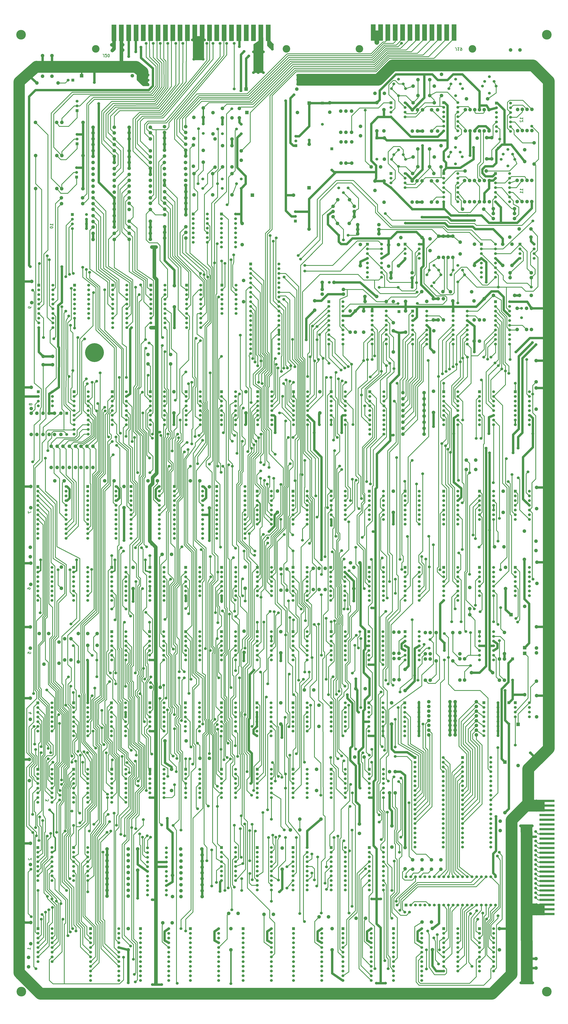
<source format=gbr>
%TF.GenerationSoftware,KiCad,Pcbnew,(6.0.1)*%
%TF.CreationDate,2022-02-09T00:16:26-07:00*%
%TF.ProjectId,atari_gravitar_black_widow,61746172-695f-4677-9261-76697461725f,rev?*%
%TF.SameCoordinates,Original*%
%TF.FileFunction,Copper,L2,Bot*%
%TF.FilePolarity,Positive*%
%FSLAX46Y46*%
G04 Gerber Fmt 4.6, Leading zero omitted, Abs format (unit mm)*
G04 Created by KiCad (PCBNEW (6.0.1)) date 2022-02-09 00:16:26*
%MOMM*%
%LPD*%
G01*
G04 APERTURE LIST*
%ADD10C,0.300000*%
%TA.AperFunction,NonConductor*%
%ADD11C,0.300000*%
%TD*%
%TA.AperFunction,ComponentPad*%
%ADD12C,10.160000*%
%TD*%
%TA.AperFunction,ConnectorPad*%
%ADD13R,8.128000X1.270000*%
%TD*%
%TA.AperFunction,ComponentPad*%
%ADD14C,1.905000*%
%TD*%
%TA.AperFunction,ComponentPad*%
%ADD15R,1.524000X1.524000*%
%TD*%
%TA.AperFunction,ComponentPad*%
%ADD16C,1.524000*%
%TD*%
%TA.AperFunction,ComponentPad*%
%ADD17R,1.905000X1.905000*%
%TD*%
%TA.AperFunction,ComponentPad*%
%ADD18C,4.064000*%
%TD*%
%TA.AperFunction,SMDPad,CuDef*%
%ADD19R,2.540000X8.890000*%
%TD*%
%TA.AperFunction,ComponentPad*%
%ADD20C,5.207000*%
%TD*%
%TA.AperFunction,ViaPad*%
%ADD21C,1.524000*%
%TD*%
%TA.AperFunction,Conductor*%
%ADD22C,0.381000*%
%TD*%
%TA.AperFunction,Conductor*%
%ADD23C,1.270000*%
%TD*%
%TA.AperFunction,Conductor*%
%ADD24C,1.905000*%
%TD*%
%TA.AperFunction,Conductor*%
%ADD25C,0.762000*%
%TD*%
%TA.AperFunction,Conductor*%
%ADD26C,2.540000*%
%TD*%
%TA.AperFunction,Conductor*%
%ADD27C,1.524000*%
%TD*%
%TA.AperFunction,Conductor*%
%ADD28C,6.350000*%
%TD*%
%TA.AperFunction,Conductor*%
%ADD29C,6.096000*%
%TD*%
G04 APERTURE END LIST*
D10*
D11*
X81970714Y-41842428D02*
X81970714Y-40771000D01*
X81899285Y-40556714D01*
X81756428Y-40413857D01*
X81542142Y-40342428D01*
X81399285Y-40342428D01*
X82613571Y-41699571D02*
X82685000Y-41771000D01*
X82827857Y-41842428D01*
X83185000Y-41842428D01*
X83327857Y-41771000D01*
X83399285Y-41699571D01*
X83470714Y-41556714D01*
X83470714Y-41413857D01*
X83399285Y-41199571D01*
X82542142Y-40342428D01*
X83470714Y-40342428D01*
X84399285Y-41842428D02*
X84542142Y-41842428D01*
X84685000Y-41771000D01*
X84756428Y-41699571D01*
X84827857Y-41556714D01*
X84899285Y-41271000D01*
X84899285Y-40913857D01*
X84827857Y-40628142D01*
X84756428Y-40485285D01*
X84685000Y-40413857D01*
X84542142Y-40342428D01*
X84399285Y-40342428D01*
X84256428Y-40413857D01*
X84185000Y-40485285D01*
X84113571Y-40628142D01*
X84042142Y-40913857D01*
X84042142Y-41271000D01*
X84113571Y-41556714D01*
X84185000Y-41699571D01*
X84256428Y-41771000D01*
X84399285Y-41842428D01*
D10*
D11*
X272089714Y-38413428D02*
X272089714Y-37342000D01*
X272018285Y-37127714D01*
X271875428Y-36984857D01*
X271661142Y-36913428D01*
X271518285Y-36913428D01*
X273589714Y-36913428D02*
X272732571Y-36913428D01*
X273161142Y-36913428D02*
X273161142Y-38413428D01*
X273018285Y-38199142D01*
X272875428Y-38056285D01*
X272732571Y-37984857D01*
X274304000Y-36913428D02*
X274589714Y-36913428D01*
X274732571Y-36984857D01*
X274804000Y-37056285D01*
X274946857Y-37270571D01*
X275018285Y-37556285D01*
X275018285Y-38127714D01*
X274946857Y-38270571D01*
X274875428Y-38342000D01*
X274732571Y-38413428D01*
X274446857Y-38413428D01*
X274304000Y-38342000D01*
X274232571Y-38270571D01*
X274161142Y-38127714D01*
X274161142Y-37770571D01*
X274232571Y-37627714D01*
X274304000Y-37556285D01*
X274446857Y-37484857D01*
X274732571Y-37484857D01*
X274875428Y-37556285D01*
X274946857Y-37627714D01*
X275018285Y-37770571D01*
D10*
D11*
X307891571Y-75406285D02*
X307891571Y-74549142D01*
X307891571Y-74977714D02*
X306391571Y-74977714D01*
X306605857Y-74834857D01*
X306748714Y-74692000D01*
X306820142Y-74549142D01*
X306534428Y-75977714D02*
X306463000Y-76049142D01*
X306391571Y-76192000D01*
X306391571Y-76549142D01*
X306463000Y-76692000D01*
X306534428Y-76763428D01*
X306677285Y-76834857D01*
X306820142Y-76834857D01*
X307034428Y-76763428D01*
X307891571Y-75906285D01*
X307891571Y-76834857D01*
D10*
D11*
X307891571Y-113760285D02*
X307891571Y-112903142D01*
X307891571Y-113331714D02*
X306391571Y-113331714D01*
X306605857Y-113188857D01*
X306748714Y-113046000D01*
X306820142Y-112903142D01*
X307891571Y-115188857D02*
X307891571Y-114331714D01*
X307891571Y-114760285D02*
X306391571Y-114760285D01*
X306605857Y-114617428D01*
X306748714Y-114474571D01*
X306820142Y-114331714D01*
D10*
D11*
X54399571Y-132683285D02*
X54399571Y-131826142D01*
X54399571Y-132254714D02*
X52899571Y-132254714D01*
X53113857Y-132111857D01*
X53256714Y-131969000D01*
X53328142Y-131826142D01*
X52899571Y-133611857D02*
X52899571Y-133754714D01*
X52971000Y-133897571D01*
X53042428Y-133969000D01*
X53185285Y-134040428D01*
X53471000Y-134111857D01*
X53828142Y-134111857D01*
X54113857Y-134040428D01*
X54256714Y-133969000D01*
X54328142Y-133897571D01*
X54399571Y-133754714D01*
X54399571Y-133611857D01*
X54328142Y-133469000D01*
X54256714Y-133397571D01*
X54113857Y-133326142D01*
X53828142Y-133254714D01*
X53471000Y-133254714D01*
X53185285Y-133326142D01*
X53042428Y-133397571D01*
X52971000Y-133469000D01*
X52899571Y-133611857D01*
D10*
D11*
X42588571Y-176498285D02*
X42588571Y-176784000D01*
X42517142Y-176926857D01*
X42445714Y-176998285D01*
X42231428Y-177141142D01*
X41945714Y-177212571D01*
X41374285Y-177212571D01*
X41231428Y-177141142D01*
X41160000Y-177069714D01*
X41088571Y-176926857D01*
X41088571Y-176641142D01*
X41160000Y-176498285D01*
X41231428Y-176426857D01*
X41374285Y-176355428D01*
X41731428Y-176355428D01*
X41874285Y-176426857D01*
X41945714Y-176498285D01*
X42017142Y-176641142D01*
X42017142Y-176926857D01*
X41945714Y-177069714D01*
X41874285Y-177141142D01*
X41731428Y-177212571D01*
D10*
D11*
X42239428Y-228838142D02*
X42168000Y-228695285D01*
X42096571Y-228623857D01*
X41953714Y-228552428D01*
X41882285Y-228552428D01*
X41739428Y-228623857D01*
X41668000Y-228695285D01*
X41596571Y-228838142D01*
X41596571Y-229123857D01*
X41668000Y-229266714D01*
X41739428Y-229338142D01*
X41882285Y-229409571D01*
X41953714Y-229409571D01*
X42096571Y-229338142D01*
X42168000Y-229266714D01*
X42239428Y-229123857D01*
X42239428Y-228838142D01*
X42310857Y-228695285D01*
X42382285Y-228623857D01*
X42525142Y-228552428D01*
X42810857Y-228552428D01*
X42953714Y-228623857D01*
X43025142Y-228695285D01*
X43096571Y-228838142D01*
X43096571Y-229123857D01*
X43025142Y-229266714D01*
X42953714Y-229338142D01*
X42810857Y-229409571D01*
X42525142Y-229409571D01*
X42382285Y-229338142D01*
X42310857Y-229266714D01*
X42239428Y-229123857D01*
D10*
D11*
X41088571Y-286647000D02*
X41088571Y-287647000D01*
X42588571Y-287004142D01*
D10*
D11*
X40707571Y-328580714D02*
X40707571Y-328295000D01*
X40779000Y-328152142D01*
X40850428Y-328080714D01*
X41064714Y-327937857D01*
X41350428Y-327866428D01*
X41921857Y-327866428D01*
X42064714Y-327937857D01*
X42136142Y-328009285D01*
X42207571Y-328152142D01*
X42207571Y-328437857D01*
X42136142Y-328580714D01*
X42064714Y-328652142D01*
X41921857Y-328723571D01*
X41564714Y-328723571D01*
X41421857Y-328652142D01*
X41350428Y-328580714D01*
X41279000Y-328437857D01*
X41279000Y-328152142D01*
X41350428Y-328009285D01*
X41421857Y-327937857D01*
X41564714Y-327866428D01*
D10*
D11*
X40961571Y-363323142D02*
X40961571Y-362608857D01*
X41675857Y-362537428D01*
X41604428Y-362608857D01*
X41533000Y-362751714D01*
X41533000Y-363108857D01*
X41604428Y-363251714D01*
X41675857Y-363323142D01*
X41818714Y-363394571D01*
X42175857Y-363394571D01*
X42318714Y-363323142D01*
X42390142Y-363251714D01*
X42461571Y-363108857D01*
X42461571Y-362751714D01*
X42390142Y-362608857D01*
X42318714Y-362537428D01*
D10*
D11*
X41842571Y-395636714D02*
X42842571Y-395636714D01*
X41271142Y-395279571D02*
X42342571Y-394922428D01*
X42342571Y-395851000D01*
D10*
D11*
X50486571Y-441841000D02*
X50486571Y-442769571D01*
X51058000Y-442269571D01*
X51058000Y-442483857D01*
X51129428Y-442626714D01*
X51200857Y-442698142D01*
X51343714Y-442769571D01*
X51700857Y-442769571D01*
X51843714Y-442698142D01*
X51915142Y-442626714D01*
X51986571Y-442483857D01*
X51986571Y-442055285D01*
X51915142Y-441912428D01*
X51843714Y-441841000D01*
D10*
D11*
X42207571Y-522779571D02*
X42207571Y-521922428D01*
X42207571Y-522351000D02*
X40707571Y-522351000D01*
X40921857Y-522208142D01*
X41064714Y-522065285D01*
X41136142Y-521922428D01*
D10*
D11*
X41358428Y-473662428D02*
X41287000Y-473733857D01*
X41215571Y-473876714D01*
X41215571Y-474233857D01*
X41287000Y-474376714D01*
X41358428Y-474448142D01*
X41501285Y-474519571D01*
X41644142Y-474519571D01*
X41858428Y-474448142D01*
X42715571Y-473591000D01*
X42715571Y-474519571D01*
D12*
X76835000Y-201168000D03*
D13*
X320929000Y-503682000D03*
X320929000Y-501142000D03*
X320929000Y-498602000D03*
X320929000Y-496062000D03*
X320929000Y-493522000D03*
X320929000Y-490982000D03*
X320929000Y-488442000D03*
X320929000Y-485902000D03*
X320929000Y-483362000D03*
X320929000Y-480822000D03*
X320929000Y-478282000D03*
X320929000Y-475742000D03*
X320929000Y-473202000D03*
X320929000Y-470662000D03*
X320929000Y-468122000D03*
X320929000Y-465582000D03*
X320929000Y-463042000D03*
X320929000Y-460502000D03*
X320929000Y-457962000D03*
X320929000Y-455422000D03*
X320929000Y-452882000D03*
X320929000Y-450342000D03*
X320929000Y-447802000D03*
X320929000Y-445262000D03*
X320929000Y-442722000D03*
D14*
X134874000Y-487934000D03*
X123444000Y-487934000D03*
X263652000Y-479552000D03*
X263652000Y-474472000D03*
X241046000Y-351790000D03*
X241046000Y-363220000D03*
X282829000Y-402082000D03*
X271399000Y-402082000D03*
D15*
X204470000Y-425704000D03*
D16*
X204470000Y-428244000D03*
X204470000Y-430784000D03*
X204470000Y-433324000D03*
X204470000Y-435864000D03*
X204470000Y-438404000D03*
X204470000Y-440944000D03*
X212090000Y-440944000D03*
X212090000Y-438404000D03*
X212090000Y-435864000D03*
X212090000Y-433324000D03*
X212090000Y-430784000D03*
X212090000Y-428244000D03*
X212090000Y-425704000D03*
D14*
X134874000Y-491109000D03*
X123444000Y-491109000D03*
X257175000Y-407162000D03*
X268605000Y-407162000D03*
X134874000Y-471805000D03*
X123444000Y-471805000D03*
X196596000Y-425704000D03*
X196596000Y-437134000D03*
X282829000Y-391795000D03*
X271399000Y-391795000D03*
D15*
X244348000Y-351536000D03*
D16*
X244348000Y-354076000D03*
X244348000Y-356616000D03*
X244348000Y-359156000D03*
X244348000Y-361696000D03*
X244348000Y-364236000D03*
X244348000Y-366776000D03*
X251968000Y-366776000D03*
X251968000Y-364236000D03*
X251968000Y-361696000D03*
X251968000Y-359156000D03*
X251968000Y-356616000D03*
X251968000Y-354076000D03*
X251968000Y-351536000D03*
D14*
X244348000Y-479298000D03*
X244348000Y-467868000D03*
X238252000Y-363220000D03*
X238252000Y-351790000D03*
D15*
X145288000Y-467868000D03*
D16*
X145288000Y-470408000D03*
X145288000Y-472948000D03*
X145288000Y-475488000D03*
X145288000Y-478028000D03*
X145288000Y-480568000D03*
X145288000Y-483108000D03*
X145288000Y-485648000D03*
X152908000Y-485648000D03*
X152908000Y-483108000D03*
X152908000Y-480568000D03*
X152908000Y-478028000D03*
X152908000Y-475488000D03*
X152908000Y-472948000D03*
X152908000Y-470408000D03*
X152908000Y-467868000D03*
D15*
X86106000Y-425704000D03*
D16*
X86106000Y-428244000D03*
X86106000Y-430784000D03*
X86106000Y-433324000D03*
X86106000Y-435864000D03*
X86106000Y-438404000D03*
X86106000Y-440944000D03*
X86106000Y-443484000D03*
X93726000Y-443484000D03*
X93726000Y-440944000D03*
X93726000Y-438404000D03*
X93726000Y-435864000D03*
X93726000Y-433324000D03*
X93726000Y-430784000D03*
X93726000Y-428244000D03*
X93726000Y-425704000D03*
D15*
X164592000Y-351536000D03*
D16*
X164592000Y-354076000D03*
X164592000Y-356616000D03*
X164592000Y-359156000D03*
X164592000Y-361696000D03*
X164592000Y-364236000D03*
X164592000Y-366776000D03*
X172212000Y-366776000D03*
X172212000Y-364236000D03*
X172212000Y-361696000D03*
X172212000Y-359156000D03*
X172212000Y-356616000D03*
X172212000Y-354076000D03*
X172212000Y-351536000D03*
D15*
X85979000Y-389890000D03*
D16*
X85979000Y-392430000D03*
X85979000Y-394970000D03*
X85979000Y-397510000D03*
X85979000Y-400050000D03*
X85979000Y-402590000D03*
X85979000Y-405130000D03*
X85979000Y-407670000D03*
X93599000Y-407670000D03*
X93599000Y-405130000D03*
X93599000Y-402590000D03*
X93599000Y-400050000D03*
X93599000Y-397510000D03*
X93599000Y-394970000D03*
X93599000Y-392430000D03*
X93599000Y-389890000D03*
D14*
X83566000Y-490855000D03*
X94996000Y-490855000D03*
X237109000Y-389890000D03*
X237109000Y-401320000D03*
X187579000Y-458343000D03*
X182499000Y-458343000D03*
D15*
X106680000Y-389890000D03*
D16*
X106680000Y-392430000D03*
X106680000Y-394970000D03*
X106680000Y-397510000D03*
X106680000Y-400050000D03*
X106680000Y-402590000D03*
X106680000Y-405130000D03*
X114300000Y-405130000D03*
X114300000Y-402590000D03*
X114300000Y-400050000D03*
X114300000Y-397510000D03*
X114300000Y-394970000D03*
X114300000Y-392430000D03*
X114300000Y-389890000D03*
D15*
X183896000Y-389890000D03*
D16*
X183896000Y-392430000D03*
X183896000Y-394970000D03*
X183896000Y-397510000D03*
X183896000Y-400050000D03*
X183896000Y-402590000D03*
X183896000Y-405130000D03*
X191516000Y-405130000D03*
X191516000Y-402590000D03*
X191516000Y-400050000D03*
X191516000Y-397510000D03*
X191516000Y-394970000D03*
X191516000Y-392430000D03*
X191516000Y-389890000D03*
X279654000Y-352044000D03*
X279654000Y-369824000D03*
D14*
X83566000Y-478155000D03*
X94996000Y-478155000D03*
D15*
X244221000Y-389890000D03*
D16*
X244221000Y-392430000D03*
X244221000Y-394970000D03*
X244221000Y-397510000D03*
X244221000Y-400050000D03*
X244221000Y-402590000D03*
X244221000Y-405130000D03*
X244221000Y-407670000D03*
X251841000Y-407670000D03*
X251841000Y-405130000D03*
X251841000Y-402590000D03*
X251841000Y-400050000D03*
X251841000Y-397510000D03*
X251841000Y-394970000D03*
X251841000Y-392430000D03*
X251841000Y-389890000D03*
D14*
X257175000Y-401955000D03*
X268605000Y-401955000D03*
X261112000Y-367284000D03*
X261112000Y-352044000D03*
X258572000Y-479552000D03*
X258572000Y-474472000D03*
X270129000Y-367284000D03*
X270129000Y-352044000D03*
X257937000Y-377698000D03*
X257937000Y-366268000D03*
X222250000Y-419100000D03*
X217170000Y-419100000D03*
X118872000Y-482854000D03*
X118872000Y-494284000D03*
X83566000Y-468630000D03*
X94996000Y-468630000D03*
D15*
X249682000Y-419354000D03*
D16*
X249682000Y-421894000D03*
X249682000Y-424434000D03*
X249682000Y-426974000D03*
X249682000Y-429514000D03*
X249682000Y-432054000D03*
X249682000Y-434594000D03*
X249682000Y-437134000D03*
X249682000Y-439674000D03*
X249682000Y-442214000D03*
X249682000Y-444754000D03*
X249682000Y-447294000D03*
X249682000Y-449834000D03*
X249682000Y-452374000D03*
X249682000Y-454914000D03*
X249682000Y-457454000D03*
X249682000Y-459994000D03*
X249682000Y-462534000D03*
X249682000Y-465074000D03*
X249682000Y-467614000D03*
X264922000Y-467614000D03*
X264922000Y-465074000D03*
X264922000Y-462534000D03*
X264922000Y-459994000D03*
X264922000Y-457454000D03*
X264922000Y-454914000D03*
X264922000Y-452374000D03*
X264922000Y-449834000D03*
X264922000Y-447294000D03*
X264922000Y-444754000D03*
X264922000Y-442214000D03*
X264922000Y-439674000D03*
X264922000Y-437134000D03*
X264922000Y-434594000D03*
X264922000Y-432054000D03*
X264922000Y-429514000D03*
X264922000Y-426974000D03*
X264922000Y-424434000D03*
X264922000Y-421894000D03*
X264922000Y-419354000D03*
D14*
X83566000Y-494030000D03*
X94996000Y-494030000D03*
D15*
X224790000Y-389890000D03*
D16*
X224790000Y-392430000D03*
X224790000Y-394970000D03*
X224790000Y-397510000D03*
X224790000Y-400050000D03*
X224790000Y-402590000D03*
X224790000Y-405130000D03*
X224790000Y-407670000D03*
X232410000Y-407670000D03*
X232410000Y-405130000D03*
X232410000Y-402590000D03*
X232410000Y-400050000D03*
X232410000Y-397510000D03*
X232410000Y-394970000D03*
X232410000Y-392430000D03*
X232410000Y-389890000D03*
D15*
X224790000Y-351536000D03*
D16*
X224790000Y-354076000D03*
X224790000Y-356616000D03*
X224790000Y-359156000D03*
X224790000Y-361696000D03*
X224790000Y-364236000D03*
X224790000Y-366776000D03*
X224790000Y-369316000D03*
X232410000Y-369316000D03*
X232410000Y-366776000D03*
X232410000Y-364236000D03*
X232410000Y-361696000D03*
X232410000Y-359156000D03*
X232410000Y-356616000D03*
X232410000Y-354076000D03*
X232410000Y-351536000D03*
D14*
X253492000Y-508000000D03*
X258572000Y-508000000D03*
X177292000Y-351536000D03*
X177292000Y-362966000D03*
X282829000Y-394335000D03*
X271399000Y-394335000D03*
X78232000Y-352552000D03*
X78232000Y-358902000D03*
X241173000Y-377444000D03*
X241173000Y-366014000D03*
X83566000Y-487680000D03*
X94996000Y-487680000D03*
X238379000Y-366014000D03*
X238379000Y-377444000D03*
X282829000Y-389255000D03*
X271399000Y-389255000D03*
X134874000Y-481457000D03*
X123444000Y-481457000D03*
X157480000Y-351282000D03*
X157480000Y-362712000D03*
X134874000Y-494284000D03*
X123444000Y-494284000D03*
X255270000Y-352044000D03*
X255270000Y-363474000D03*
X199009000Y-452501000D03*
X187579000Y-452501000D03*
X177292000Y-389890000D03*
X177292000Y-401320000D03*
D15*
X145288000Y-351536000D03*
D16*
X145288000Y-354076000D03*
X145288000Y-356616000D03*
X145288000Y-359156000D03*
X145288000Y-361696000D03*
X145288000Y-364236000D03*
X145288000Y-366776000D03*
X152908000Y-366776000D03*
X152908000Y-364236000D03*
X152908000Y-361696000D03*
X152908000Y-359156000D03*
X152908000Y-356616000D03*
X152908000Y-354076000D03*
X152908000Y-351536000D03*
D15*
X265176000Y-511556000D03*
D16*
X265176000Y-514096000D03*
X265176000Y-516636000D03*
X265176000Y-519176000D03*
X265176000Y-521716000D03*
X265176000Y-524256000D03*
X265176000Y-526796000D03*
X265176000Y-529336000D03*
X265176000Y-531876000D03*
X265176000Y-534416000D03*
X272796000Y-534416000D03*
X272796000Y-531876000D03*
X272796000Y-529336000D03*
X272796000Y-526796000D03*
X272796000Y-524256000D03*
X272796000Y-521716000D03*
X272796000Y-519176000D03*
X272796000Y-516636000D03*
X272796000Y-514096000D03*
X272796000Y-511556000D03*
D14*
X94996000Y-511556000D03*
X94996000Y-522986000D03*
X259080000Y-511429000D03*
X259080000Y-522859000D03*
D15*
X125984000Y-351536000D03*
D16*
X125984000Y-354076000D03*
X125984000Y-356616000D03*
X125984000Y-359156000D03*
X125984000Y-361696000D03*
X125984000Y-364236000D03*
X125984000Y-366776000D03*
X133604000Y-366776000D03*
X133604000Y-364236000D03*
X133604000Y-361696000D03*
X133604000Y-359156000D03*
X133604000Y-356616000D03*
X133604000Y-354076000D03*
X133604000Y-351536000D03*
D15*
X164465000Y-389890000D03*
D16*
X164465000Y-392430000D03*
X164465000Y-394970000D03*
X164465000Y-397510000D03*
X164465000Y-400050000D03*
X164465000Y-402590000D03*
X164465000Y-405130000D03*
X164465000Y-407670000D03*
X172085000Y-407670000D03*
X172085000Y-405130000D03*
X172085000Y-402590000D03*
X172085000Y-400050000D03*
X172085000Y-397510000D03*
X172085000Y-394970000D03*
X172085000Y-392430000D03*
X172085000Y-389890000D03*
D14*
X83566000Y-484505000D03*
X94996000Y-484505000D03*
X100076000Y-468630000D03*
X100076000Y-480060000D03*
X197866000Y-402590000D03*
X197866000Y-391160000D03*
D15*
X225044000Y-467868000D03*
D16*
X225044000Y-470408000D03*
X225044000Y-472948000D03*
X225044000Y-475488000D03*
X225044000Y-478028000D03*
X225044000Y-480568000D03*
X225044000Y-483108000D03*
X225044000Y-485648000D03*
X225044000Y-488188000D03*
X225044000Y-490728000D03*
X232664000Y-490728000D03*
X232664000Y-488188000D03*
X232664000Y-485648000D03*
X232664000Y-483108000D03*
X232664000Y-480568000D03*
X232664000Y-478028000D03*
X232664000Y-475488000D03*
X232664000Y-472948000D03*
X232664000Y-470408000D03*
X232664000Y-467868000D03*
D14*
X282829000Y-396875000D03*
X271399000Y-396875000D03*
D16*
X105410000Y-467995000D03*
X105410000Y-470535000D03*
X105410000Y-473075000D03*
X105410000Y-475615000D03*
X105410000Y-478155000D03*
X105410000Y-480695000D03*
X105410000Y-483235000D03*
X105410000Y-485775000D03*
X105410000Y-488315000D03*
X105410000Y-490855000D03*
X105410000Y-493395000D03*
X115570000Y-493395000D03*
X115570000Y-490855000D03*
X115570000Y-488315000D03*
X115570000Y-485775000D03*
X115570000Y-483235000D03*
X115570000Y-480695000D03*
X115570000Y-478155000D03*
X115570000Y-475615000D03*
X115570000Y-473075000D03*
X115570000Y-470535000D03*
X115570000Y-467995000D03*
D14*
X83566000Y-481330000D03*
X94996000Y-481330000D03*
D15*
X204470000Y-467868000D03*
D16*
X204470000Y-470408000D03*
X204470000Y-472948000D03*
X204470000Y-475488000D03*
X204470000Y-478028000D03*
X204470000Y-480568000D03*
X204470000Y-483108000D03*
X204470000Y-485648000D03*
X204470000Y-488188000D03*
X204470000Y-490728000D03*
X212090000Y-490728000D03*
X212090000Y-488188000D03*
X212090000Y-485648000D03*
X212090000Y-483108000D03*
X212090000Y-480568000D03*
X212090000Y-478028000D03*
X212090000Y-475488000D03*
X212090000Y-472948000D03*
X212090000Y-470408000D03*
X212090000Y-467868000D03*
D15*
X183896000Y-467868000D03*
D16*
X183896000Y-470408000D03*
X183896000Y-472948000D03*
X183896000Y-475488000D03*
X183896000Y-478028000D03*
X183896000Y-480568000D03*
X183896000Y-483108000D03*
X183896000Y-485648000D03*
X183896000Y-488188000D03*
X183896000Y-490728000D03*
X191516000Y-490728000D03*
X191516000Y-488188000D03*
X191516000Y-485648000D03*
X191516000Y-483108000D03*
X191516000Y-480568000D03*
X191516000Y-478028000D03*
X191516000Y-475488000D03*
X191516000Y-472948000D03*
X191516000Y-470408000D03*
X191516000Y-467868000D03*
D14*
X83566000Y-471805000D03*
X94996000Y-471805000D03*
D15*
X164592000Y-425704000D03*
D16*
X164592000Y-428244000D03*
X164592000Y-430784000D03*
X164592000Y-433324000D03*
X164592000Y-435864000D03*
X164592000Y-438404000D03*
X164592000Y-440944000D03*
X172212000Y-440944000D03*
X172212000Y-438404000D03*
X172212000Y-435864000D03*
X172212000Y-433324000D03*
X172212000Y-430784000D03*
X172212000Y-428244000D03*
X172212000Y-425704000D03*
D15*
X106680000Y-425704000D03*
D16*
X106680000Y-428244000D03*
X106680000Y-430784000D03*
X106680000Y-433324000D03*
X106680000Y-435864000D03*
X106680000Y-438404000D03*
X106680000Y-440944000D03*
X114300000Y-440944000D03*
X114300000Y-438404000D03*
X114300000Y-435864000D03*
X114300000Y-433324000D03*
X114300000Y-430784000D03*
X114300000Y-428244000D03*
X114300000Y-425704000D03*
D14*
X150368000Y-511556000D03*
X150368000Y-522986000D03*
X257175000Y-389255000D03*
X268605000Y-389255000D03*
D15*
X125857000Y-389890000D03*
D16*
X125857000Y-392430000D03*
X125857000Y-394970000D03*
X125857000Y-397510000D03*
X125857000Y-400050000D03*
X125857000Y-402590000D03*
X125857000Y-405130000D03*
X133477000Y-405130000D03*
X133477000Y-402590000D03*
X133477000Y-400050000D03*
X133477000Y-397510000D03*
X133477000Y-394970000D03*
X133477000Y-392430000D03*
X133477000Y-389890000D03*
D14*
X248412000Y-479552000D03*
X248412000Y-474472000D03*
X223012000Y-505968000D03*
X217932000Y-505968000D03*
X282829000Y-407162000D03*
X271399000Y-407162000D03*
X178054000Y-468122000D03*
X178054000Y-479552000D03*
X154305000Y-503301000D03*
X149225000Y-503301000D03*
X255270000Y-366268000D03*
X255270000Y-377698000D03*
X276479000Y-377571000D03*
X276479000Y-366141000D03*
D15*
X145288000Y-389890000D03*
D16*
X145288000Y-392430000D03*
X145288000Y-394970000D03*
X145288000Y-397510000D03*
X145288000Y-400050000D03*
X145288000Y-402590000D03*
X145288000Y-405130000D03*
X152908000Y-405130000D03*
X152908000Y-402590000D03*
X152908000Y-400050000D03*
X152908000Y-397510000D03*
X152908000Y-394970000D03*
X152908000Y-392430000D03*
X152908000Y-389890000D03*
D14*
X118364000Y-425704000D03*
X118364000Y-437134000D03*
D15*
X225044000Y-425704000D03*
D16*
X225044000Y-428244000D03*
X225044000Y-430784000D03*
X225044000Y-433324000D03*
X225044000Y-435864000D03*
X225044000Y-438404000D03*
X225044000Y-440944000D03*
X232664000Y-440944000D03*
X232664000Y-438404000D03*
X232664000Y-435864000D03*
X232664000Y-433324000D03*
X232664000Y-430784000D03*
X232664000Y-428244000D03*
X232664000Y-425704000D03*
X265557000Y-361696000D03*
X265557000Y-366776000D03*
D14*
X118745000Y-508381000D03*
X113665000Y-508381000D03*
X203073000Y-505206000D03*
X197993000Y-505206000D03*
X257937000Y-352044000D03*
X257937000Y-363474000D03*
X244348000Y-383286000D03*
X244348000Y-371856000D03*
X222885000Y-382270000D03*
X217805000Y-382270000D03*
X134874000Y-475107000D03*
X123444000Y-475107000D03*
X195072000Y-382905000D03*
X189992000Y-382905000D03*
X237236000Y-467614000D03*
X237236000Y-456184000D03*
X173355000Y-503809000D03*
X168275000Y-503809000D03*
X239014000Y-426974000D03*
X239014000Y-438404000D03*
D16*
X265557000Y-357632000D03*
X265557000Y-352552000D03*
D14*
X112268000Y-381508000D03*
X107188000Y-381508000D03*
D15*
X145288000Y-425704000D03*
D16*
X145288000Y-428244000D03*
X145288000Y-430784000D03*
X145288000Y-433324000D03*
X145288000Y-435864000D03*
X145288000Y-438404000D03*
X145288000Y-440944000D03*
X152908000Y-440944000D03*
X152908000Y-438404000D03*
X152908000Y-435864000D03*
X152908000Y-433324000D03*
X152908000Y-430784000D03*
X152908000Y-428244000D03*
X152908000Y-425704000D03*
D14*
X257175000Y-394335000D03*
X268605000Y-394335000D03*
X204978000Y-511556000D03*
X204978000Y-522986000D03*
X253492000Y-479552000D03*
X253492000Y-474472000D03*
X282829000Y-404622000D03*
X271399000Y-404622000D03*
D15*
X164592000Y-467868000D03*
D16*
X164592000Y-470408000D03*
X164592000Y-472948000D03*
X164592000Y-475488000D03*
X164592000Y-478028000D03*
X164592000Y-480568000D03*
X164592000Y-483108000D03*
X164592000Y-485648000D03*
X164592000Y-488188000D03*
X164592000Y-490728000D03*
X172212000Y-490728000D03*
X172212000Y-488188000D03*
X172212000Y-485648000D03*
X172212000Y-483108000D03*
X172212000Y-480568000D03*
X172212000Y-478028000D03*
X172212000Y-475488000D03*
X172212000Y-472948000D03*
X172212000Y-470408000D03*
X172212000Y-467868000D03*
D14*
X257175000Y-391795000D03*
X268605000Y-391795000D03*
X134874000Y-478409000D03*
X123444000Y-478409000D03*
X114808000Y-410337000D03*
X126238000Y-410337000D03*
X257175000Y-399415000D03*
X268605000Y-399415000D03*
X257175000Y-404622000D03*
X268605000Y-404622000D03*
X83566000Y-474980000D03*
X94996000Y-474980000D03*
X219710000Y-460248000D03*
X219710000Y-455168000D03*
X273939000Y-363474000D03*
X273939000Y-352044000D03*
X138811000Y-419735000D03*
X133731000Y-419735000D03*
X282829000Y-399542000D03*
X271399000Y-399542000D03*
X235966000Y-426974000D03*
X235966000Y-438404000D03*
X134874000Y-484632000D03*
X123444000Y-484632000D03*
D15*
X125984000Y-425704000D03*
D16*
X125984000Y-428244000D03*
X125984000Y-430784000D03*
X125984000Y-433324000D03*
X125984000Y-435864000D03*
X125984000Y-438404000D03*
X125984000Y-440944000D03*
X133604000Y-440944000D03*
X133604000Y-438404000D03*
X133604000Y-435864000D03*
X133604000Y-433324000D03*
X133604000Y-430784000D03*
X133604000Y-428244000D03*
X133604000Y-425704000D03*
D14*
X134747000Y-468630000D03*
X123317000Y-468630000D03*
X257175000Y-396875000D03*
X268605000Y-396875000D03*
D15*
X183896000Y-425704000D03*
D16*
X183896000Y-428244000D03*
X183896000Y-430784000D03*
X183896000Y-433324000D03*
X183896000Y-435864000D03*
X183896000Y-438404000D03*
X183896000Y-440944000D03*
X191516000Y-440944000D03*
X191516000Y-438404000D03*
X191516000Y-435864000D03*
X191516000Y-433324000D03*
X191516000Y-430784000D03*
X191516000Y-428244000D03*
X191516000Y-425704000D03*
D15*
X204470000Y-389890000D03*
D16*
X204470000Y-392430000D03*
X204470000Y-394970000D03*
X204470000Y-397510000D03*
X204470000Y-400050000D03*
X204470000Y-402590000D03*
X204470000Y-405130000D03*
X212090000Y-405130000D03*
X212090000Y-402590000D03*
X212090000Y-400050000D03*
X212090000Y-397510000D03*
X212090000Y-394970000D03*
X212090000Y-392430000D03*
X212090000Y-389890000D03*
D14*
X273939000Y-377571000D03*
X273939000Y-366141000D03*
D16*
X183896000Y-359156000D03*
X183896000Y-356616000D03*
D15*
X183896000Y-351536000D03*
D16*
X183896000Y-354076000D03*
X183896000Y-361696000D03*
X183896000Y-364236000D03*
X183896000Y-366776000D03*
X191516000Y-366776000D03*
X191516000Y-364236000D03*
X191516000Y-361696000D03*
X191516000Y-359156000D03*
X191516000Y-356616000D03*
X191516000Y-354076000D03*
X191516000Y-351536000D03*
X106553000Y-359156000D03*
X106553000Y-356616000D03*
D15*
X106553000Y-351536000D03*
D16*
X106553000Y-354076000D03*
X106553000Y-361696000D03*
X106553000Y-364236000D03*
X106553000Y-366776000D03*
X114173000Y-366776000D03*
X114173000Y-364236000D03*
X114173000Y-361696000D03*
X114173000Y-359156000D03*
X114173000Y-356616000D03*
X114173000Y-354076000D03*
X114173000Y-351536000D03*
X86106000Y-359156000D03*
X86106000Y-356616000D03*
D15*
X86106000Y-351536000D03*
D16*
X86106000Y-354076000D03*
X86106000Y-361696000D03*
X86106000Y-364236000D03*
X86106000Y-366776000D03*
X93726000Y-366776000D03*
X93726000Y-364236000D03*
X93726000Y-361696000D03*
X93726000Y-359156000D03*
X93726000Y-356616000D03*
X93726000Y-354076000D03*
X93726000Y-351536000D03*
X204470000Y-359156000D03*
X204470000Y-356616000D03*
D15*
X204470000Y-351536000D03*
D16*
X204470000Y-354076000D03*
X204470000Y-361696000D03*
X204470000Y-364236000D03*
X204470000Y-366776000D03*
X212090000Y-366776000D03*
X212090000Y-364236000D03*
X212090000Y-361696000D03*
X212090000Y-359156000D03*
X212090000Y-356616000D03*
X212090000Y-354076000D03*
X212090000Y-351536000D03*
D15*
X86106000Y-316865000D03*
D16*
X86106000Y-319405000D03*
X86106000Y-321945000D03*
X86106000Y-324485000D03*
X86106000Y-327025000D03*
X86106000Y-329565000D03*
X86106000Y-332105000D03*
X86106000Y-334645000D03*
X93726000Y-334645000D03*
X93726000Y-332105000D03*
X93726000Y-329565000D03*
X93726000Y-327025000D03*
X93726000Y-324485000D03*
X93726000Y-321945000D03*
X93726000Y-319405000D03*
X93726000Y-316865000D03*
D14*
X197993000Y-328803000D03*
X197993000Y-317373000D03*
X194818000Y-328803000D03*
X194818000Y-317373000D03*
D15*
X244348000Y-316865000D03*
D16*
X244348000Y-319405000D03*
X244348000Y-321945000D03*
X244348000Y-324485000D03*
X244348000Y-327025000D03*
X244348000Y-329565000D03*
X244348000Y-332105000D03*
X244348000Y-334645000D03*
X251968000Y-334645000D03*
X251968000Y-332105000D03*
X251968000Y-329565000D03*
X251968000Y-327025000D03*
X251968000Y-324485000D03*
X251968000Y-321945000D03*
X251968000Y-319405000D03*
X251968000Y-316865000D03*
D14*
X158115000Y-316738000D03*
X158115000Y-328168000D03*
D15*
X204216000Y-316865000D03*
D16*
X204216000Y-319405000D03*
X204216000Y-321945000D03*
X204216000Y-324485000D03*
X204216000Y-327025000D03*
X204216000Y-329565000D03*
X204216000Y-332105000D03*
X204216000Y-334645000D03*
X211836000Y-334645000D03*
X211836000Y-332105000D03*
X211836000Y-329565000D03*
X211836000Y-327025000D03*
X211836000Y-324485000D03*
X211836000Y-321945000D03*
X211836000Y-319405000D03*
X211836000Y-316865000D03*
D15*
X265176000Y-316865000D03*
D16*
X265176000Y-319405000D03*
X265176000Y-321945000D03*
X265176000Y-324485000D03*
X265176000Y-327025000D03*
X265176000Y-329565000D03*
X265176000Y-332105000D03*
X265176000Y-334645000D03*
X272796000Y-334645000D03*
X272796000Y-332105000D03*
X272796000Y-329565000D03*
X272796000Y-327025000D03*
X272796000Y-324485000D03*
X272796000Y-321945000D03*
X272796000Y-319405000D03*
X272796000Y-316865000D03*
D15*
X225044000Y-316865000D03*
D16*
X225044000Y-319405000D03*
X225044000Y-321945000D03*
X225044000Y-324485000D03*
X225044000Y-327025000D03*
X225044000Y-329565000D03*
X225044000Y-332105000D03*
X225044000Y-334645000D03*
X232664000Y-334645000D03*
X232664000Y-332105000D03*
X232664000Y-329565000D03*
X232664000Y-327025000D03*
X232664000Y-324485000D03*
X232664000Y-321945000D03*
X232664000Y-319405000D03*
X232664000Y-316865000D03*
D14*
X177419000Y-329184000D03*
X177419000Y-317754000D03*
X180594000Y-329184000D03*
X180594000Y-317754000D03*
X219964000Y-314452000D03*
X214884000Y-314452000D03*
D15*
X125984000Y-316865000D03*
D16*
X125984000Y-319405000D03*
X125984000Y-321945000D03*
X125984000Y-324485000D03*
X125984000Y-327025000D03*
X125984000Y-329565000D03*
X125984000Y-332105000D03*
X133604000Y-332105000D03*
X133604000Y-329565000D03*
X133604000Y-327025000D03*
X133604000Y-324485000D03*
X133604000Y-321945000D03*
X133604000Y-319405000D03*
X133604000Y-316865000D03*
D15*
X183896000Y-316865000D03*
D16*
X183896000Y-319405000D03*
X183896000Y-321945000D03*
X183896000Y-324485000D03*
X183896000Y-327025000D03*
X183896000Y-329565000D03*
X183896000Y-332105000D03*
X183896000Y-334645000D03*
X191516000Y-334645000D03*
X191516000Y-332105000D03*
X191516000Y-329565000D03*
X191516000Y-327025000D03*
X191516000Y-324485000D03*
X191516000Y-321945000D03*
X191516000Y-319405000D03*
X191516000Y-316865000D03*
D15*
X145415000Y-316865000D03*
D16*
X145415000Y-319405000D03*
X145415000Y-321945000D03*
X145415000Y-324485000D03*
X145415000Y-327025000D03*
X145415000Y-329565000D03*
X145415000Y-332105000D03*
X153035000Y-332105000D03*
X153035000Y-329565000D03*
X153035000Y-327025000D03*
X153035000Y-324485000D03*
X153035000Y-321945000D03*
X153035000Y-319405000D03*
X153035000Y-316865000D03*
D15*
X164719000Y-316865000D03*
D16*
X164719000Y-319405000D03*
X164719000Y-321945000D03*
X164719000Y-324485000D03*
X164719000Y-327025000D03*
X164719000Y-329565000D03*
X164719000Y-332105000D03*
X172339000Y-332105000D03*
X172339000Y-329565000D03*
X172339000Y-327025000D03*
X172339000Y-324485000D03*
X172339000Y-321945000D03*
X172339000Y-319405000D03*
X172339000Y-316865000D03*
D14*
X201295000Y-317373000D03*
X201295000Y-328803000D03*
X216662000Y-316865000D03*
X216662000Y-328295000D03*
X97663000Y-316865000D03*
X97663000Y-328295000D03*
D16*
X78105000Y-366873000D03*
X75565000Y-364333000D03*
X73025000Y-366873000D03*
D14*
X73152000Y-358902000D03*
X73152000Y-352552000D03*
X118364000Y-309880000D03*
X113284000Y-309880000D03*
D15*
X106680000Y-316865000D03*
D16*
X106680000Y-319405000D03*
X106680000Y-321945000D03*
X106680000Y-324485000D03*
X106680000Y-327025000D03*
X106680000Y-329565000D03*
X106680000Y-332105000D03*
X106680000Y-334645000D03*
X114300000Y-334645000D03*
X114300000Y-332105000D03*
X114300000Y-329565000D03*
X114300000Y-327025000D03*
X114300000Y-324485000D03*
X114300000Y-321945000D03*
X114300000Y-319405000D03*
X114300000Y-316865000D03*
X145542000Y-172466000D03*
X145542000Y-169926000D03*
D15*
X145542000Y-164846000D03*
D16*
X145542000Y-167386000D03*
X145542000Y-175006000D03*
X145542000Y-177546000D03*
X145542000Y-180086000D03*
X153162000Y-180086000D03*
X153162000Y-177546000D03*
X153162000Y-175006000D03*
X153162000Y-172466000D03*
X153162000Y-169926000D03*
X153162000Y-167386000D03*
X153162000Y-164846000D03*
D14*
X59156600Y-112826800D03*
X70586600Y-112826800D03*
X212471000Y-87630000D03*
X212471000Y-99060000D03*
X297942000Y-351917000D03*
X297942000Y-363347000D03*
D15*
X303784000Y-389763000D03*
D16*
X303784000Y-392303000D03*
X303784000Y-394843000D03*
X303784000Y-397383000D03*
X311404000Y-397383000D03*
X311404000Y-394843000D03*
X311404000Y-392303000D03*
X311404000Y-389763000D03*
D14*
X214376000Y-118745000D03*
X208026000Y-118745000D03*
X42418000Y-273304000D03*
X42418000Y-284734000D03*
X209677000Y-70993000D03*
X209677000Y-82423000D03*
D15*
X145288000Y-126492000D03*
D16*
X145288000Y-129032000D03*
X145288000Y-131572000D03*
X145288000Y-134112000D03*
X145288000Y-136652000D03*
X145288000Y-139192000D03*
X145288000Y-141732000D03*
X145288000Y-144272000D03*
X152908000Y-144272000D03*
X152908000Y-141732000D03*
X152908000Y-139192000D03*
X152908000Y-136652000D03*
X152908000Y-134112000D03*
X152908000Y-131572000D03*
X152908000Y-129032000D03*
X152908000Y-126492000D03*
X238252000Y-94488000D03*
X240792000Y-91948000D03*
X243332000Y-94488000D03*
D15*
X142748000Y-273304000D03*
D16*
X142748000Y-275844000D03*
X142748000Y-278384000D03*
X142748000Y-280924000D03*
X142748000Y-283464000D03*
X142748000Y-286004000D03*
X142748000Y-288544000D03*
X142748000Y-291084000D03*
X142748000Y-293624000D03*
X142748000Y-296164000D03*
X142748000Y-298704000D03*
X142748000Y-301244000D03*
X157988000Y-301244000D03*
X157988000Y-298704000D03*
X157988000Y-296164000D03*
X157988000Y-293624000D03*
X157988000Y-291084000D03*
X157988000Y-288544000D03*
X157988000Y-286004000D03*
X157988000Y-283464000D03*
X157988000Y-280924000D03*
X157988000Y-278384000D03*
X157988000Y-275844000D03*
X157988000Y-273304000D03*
D14*
X315341000Y-385953000D03*
X315341000Y-397383000D03*
X42926000Y-162814000D03*
X42926000Y-174244000D03*
X287020000Y-183515000D03*
X287020000Y-172085000D03*
D16*
X238252000Y-56388000D03*
X240792000Y-53848000D03*
X243332000Y-56388000D03*
X267970000Y-58928000D03*
X203454000Y-163322000D03*
D17*
X298196000Y-421767000D03*
D14*
X298196000Y-449072000D03*
D18*
X219710000Y-37465000D03*
D14*
X145923000Y-89662000D03*
X145923000Y-101092000D03*
X140716000Y-83312000D03*
X140716000Y-71882000D03*
X130505200Y-116128800D03*
X130505200Y-104698800D03*
D15*
X210820000Y-511556000D03*
D16*
X210820000Y-514096000D03*
X210820000Y-516636000D03*
X210820000Y-519176000D03*
X210820000Y-521716000D03*
X210820000Y-524256000D03*
X210820000Y-526796000D03*
X210820000Y-529336000D03*
X210820000Y-531876000D03*
X210820000Y-534416000D03*
X210820000Y-536956000D03*
X210820000Y-539496000D03*
X226060000Y-539496000D03*
X226060000Y-536956000D03*
X226060000Y-534416000D03*
X226060000Y-531876000D03*
X226060000Y-529336000D03*
X226060000Y-526796000D03*
X226060000Y-524256000D03*
X226060000Y-521716000D03*
X226060000Y-519176000D03*
X226060000Y-516636000D03*
X226060000Y-514096000D03*
X226060000Y-511556000D03*
D14*
X114554000Y-82550000D03*
X125984000Y-82550000D03*
D16*
X185420000Y-84582000D03*
X185420000Y-87122000D03*
D15*
X185420000Y-89662000D03*
D14*
X49123600Y-203149200D03*
X54203600Y-203149200D03*
X248666000Y-57531000D03*
X260096000Y-57531000D03*
X279400000Y-81661000D03*
X279400000Y-70231000D03*
X309880000Y-177292000D03*
X309880000Y-188722000D03*
X230251000Y-134747000D03*
X218821000Y-134747000D03*
X56515000Y-94996000D03*
X45085000Y-94996000D03*
X76073000Y-120904000D03*
X87503000Y-120904000D03*
X243205000Y-226060000D03*
X254635000Y-226060000D03*
X237998000Y-173583600D03*
X237998000Y-185013600D03*
D17*
X305308000Y-401447000D03*
D14*
X305308000Y-423672000D03*
X248285000Y-81788000D03*
X248285000Y-70358000D03*
X87376000Y-270256000D03*
X82296000Y-270256000D03*
X76073000Y-82804000D03*
X87503000Y-82804000D03*
D15*
X96520000Y-273304000D03*
D16*
X96520000Y-275844000D03*
X96520000Y-278384000D03*
X96520000Y-280924000D03*
X96520000Y-283464000D03*
X96520000Y-286004000D03*
X96520000Y-288544000D03*
X96520000Y-291084000D03*
X96520000Y-293624000D03*
X96520000Y-296164000D03*
X96520000Y-298704000D03*
X96520000Y-301244000D03*
X111760000Y-301244000D03*
X111760000Y-298704000D03*
X111760000Y-296164000D03*
X111760000Y-293624000D03*
X111760000Y-291084000D03*
X111760000Y-288544000D03*
X111760000Y-286004000D03*
X111760000Y-283464000D03*
X111760000Y-280924000D03*
X111760000Y-278384000D03*
X111760000Y-275844000D03*
X111760000Y-273304000D03*
D14*
X232918000Y-81661000D03*
X232918000Y-70231000D03*
X114706400Y-117703600D03*
X126136400Y-117703600D03*
X295656000Y-453644000D03*
X295656000Y-458724000D03*
D15*
X74676000Y-511556000D03*
D16*
X74676000Y-514096000D03*
X74676000Y-516636000D03*
X74676000Y-519176000D03*
X74676000Y-521716000D03*
X74676000Y-524256000D03*
X74676000Y-526796000D03*
X74676000Y-529336000D03*
X74676000Y-531876000D03*
X74676000Y-534416000D03*
X74676000Y-536956000D03*
X74676000Y-539496000D03*
X89916000Y-539496000D03*
X89916000Y-536956000D03*
X89916000Y-534416000D03*
X89916000Y-531876000D03*
X89916000Y-529336000D03*
X89916000Y-526796000D03*
X89916000Y-524256000D03*
X89916000Y-521716000D03*
X89916000Y-519176000D03*
X89916000Y-516636000D03*
X89916000Y-514096000D03*
X89916000Y-511556000D03*
D14*
X76073000Y-92329000D03*
X87503000Y-92329000D03*
X55245000Y-245237000D03*
X55245000Y-233807000D03*
X70358000Y-117729000D03*
X58928000Y-117729000D03*
X229108000Y-66421000D03*
X229108000Y-81661000D03*
D15*
X244348000Y-275844000D03*
D16*
X244348000Y-278384000D03*
X244348000Y-280924000D03*
X244348000Y-283464000D03*
X244348000Y-286004000D03*
X244348000Y-288544000D03*
X244348000Y-291084000D03*
X244348000Y-293624000D03*
X251968000Y-293624000D03*
X251968000Y-291084000D03*
X251968000Y-288544000D03*
X251968000Y-286004000D03*
X251968000Y-283464000D03*
X251968000Y-280924000D03*
X251968000Y-278384000D03*
X251968000Y-275844000D03*
D14*
X114655600Y-126847600D03*
X126085600Y-126847600D03*
D15*
X65151000Y-54356000D03*
D16*
X62611000Y-54356000D03*
X275209000Y-95631000D03*
D14*
X68072000Y-352552000D03*
X68072000Y-367792000D03*
X59182000Y-77089000D03*
X70612000Y-77089000D03*
X312674000Y-108331000D03*
X312674000Y-119761000D03*
X45720000Y-233807000D03*
X45720000Y-245237000D03*
D16*
X67437000Y-83566000D03*
X67437000Y-86106000D03*
D15*
X67437000Y-88646000D03*
D14*
X114706400Y-120650000D03*
X126136400Y-120650000D03*
X237998000Y-275844000D03*
X237998000Y-287274000D03*
D16*
X307213000Y-182372000D03*
X307213000Y-177292000D03*
D14*
X59817000Y-263017000D03*
X59817000Y-251587000D03*
X288417000Y-96774000D03*
X288417000Y-85344000D03*
D15*
X164592000Y-275844000D03*
D16*
X164592000Y-278384000D03*
X164592000Y-280924000D03*
X164592000Y-283464000D03*
X164592000Y-286004000D03*
X164592000Y-288544000D03*
X164592000Y-291084000D03*
X164592000Y-293624000D03*
X172212000Y-293624000D03*
X172212000Y-291084000D03*
X172212000Y-288544000D03*
X172212000Y-286004000D03*
X172212000Y-283464000D03*
X172212000Y-280924000D03*
X172212000Y-278384000D03*
X172212000Y-275844000D03*
D17*
X308864000Y-363220000D03*
D14*
X308864000Y-385445000D03*
X205486000Y-127889000D03*
X216916000Y-127889000D03*
X76073000Y-111506000D03*
X87503000Y-111506000D03*
D15*
X204851000Y-91313000D03*
D16*
X204851000Y-102743000D03*
D15*
X145288000Y-222250000D03*
D16*
X145288000Y-224790000D03*
X145288000Y-227330000D03*
X145288000Y-229870000D03*
X145288000Y-232410000D03*
X145288000Y-234950000D03*
X145288000Y-237490000D03*
X145288000Y-240030000D03*
X152908000Y-240030000D03*
X152908000Y-237490000D03*
X152908000Y-234950000D03*
X152908000Y-232410000D03*
X152908000Y-229870000D03*
X152908000Y-227330000D03*
X152908000Y-224790000D03*
X152908000Y-222250000D03*
D14*
X52324000Y-233807000D03*
X52324000Y-245237000D03*
X95504000Y-130352800D03*
X106934000Y-130352800D03*
D15*
X46355000Y-511556000D03*
D16*
X46355000Y-514096000D03*
X46355000Y-516636000D03*
X46355000Y-519176000D03*
X46355000Y-521716000D03*
X46355000Y-524256000D03*
X46355000Y-526796000D03*
X46355000Y-529336000D03*
X53975000Y-529336000D03*
X53975000Y-526796000D03*
X53975000Y-524256000D03*
X53975000Y-521716000D03*
X53975000Y-519176000D03*
X53975000Y-516636000D03*
X53975000Y-514096000D03*
X53975000Y-511556000D03*
X135509000Y-77978000D03*
X132969000Y-80518000D03*
X135509000Y-83058000D03*
D14*
X63246000Y-263017000D03*
X63246000Y-251587000D03*
X235458000Y-143129000D03*
X235458000Y-154559000D03*
X42418000Y-508254000D03*
X42418000Y-519684000D03*
X207899000Y-131572000D03*
X214249000Y-131572000D03*
D15*
X46228000Y-425704000D03*
D16*
X46228000Y-428244000D03*
X46228000Y-430784000D03*
X46228000Y-433324000D03*
X46228000Y-435864000D03*
X46228000Y-438404000D03*
X46228000Y-440944000D03*
X46228000Y-443484000D03*
X53848000Y-443484000D03*
X53848000Y-440944000D03*
X53848000Y-438404000D03*
X53848000Y-435864000D03*
X53848000Y-433324000D03*
X53848000Y-430784000D03*
X53848000Y-428244000D03*
X53848000Y-425704000D03*
D15*
X265176000Y-104648000D03*
D16*
X265176000Y-107188000D03*
X265176000Y-109728000D03*
X265176000Y-112268000D03*
X265176000Y-114808000D03*
X265176000Y-117348000D03*
X265176000Y-119888000D03*
X272796000Y-119888000D03*
X272796000Y-117348000D03*
X272796000Y-114808000D03*
X272796000Y-112268000D03*
X272796000Y-109728000D03*
X272796000Y-107188000D03*
X272796000Y-104648000D03*
D14*
X307594000Y-70104000D03*
X307594000Y-81534000D03*
X259715000Y-221996000D03*
X259715000Y-233426000D03*
X216916000Y-122301000D03*
X205486000Y-122301000D03*
X288163000Y-103251000D03*
X276733000Y-103251000D03*
D15*
X284480000Y-222250000D03*
D16*
X284480000Y-224790000D03*
X284480000Y-227330000D03*
X284480000Y-229870000D03*
X284480000Y-232410000D03*
X284480000Y-234950000D03*
X284480000Y-237490000D03*
X284480000Y-240030000D03*
X292100000Y-240030000D03*
X292100000Y-237490000D03*
X292100000Y-234950000D03*
X292100000Y-232410000D03*
X292100000Y-229870000D03*
X292100000Y-227330000D03*
X292100000Y-224790000D03*
X292100000Y-222250000D03*
D14*
X233172000Y-61468000D03*
X228092000Y-61468000D03*
X236728000Y-160909000D03*
X248158000Y-160909000D03*
X76073000Y-85979000D03*
X87503000Y-85979000D03*
D17*
X158623000Y-59182000D03*
D14*
X185928000Y-59182000D03*
X42164000Y-348996000D03*
X42164000Y-360426000D03*
X157226000Y-173736000D03*
X157226000Y-162306000D03*
D15*
X225044000Y-275844000D03*
D16*
X225044000Y-278384000D03*
X225044000Y-280924000D03*
X225044000Y-283464000D03*
X225044000Y-286004000D03*
X225044000Y-288544000D03*
X225044000Y-291084000D03*
X232664000Y-291084000D03*
X232664000Y-288544000D03*
X232664000Y-286004000D03*
X232664000Y-283464000D03*
X232664000Y-280924000D03*
X232664000Y-278384000D03*
X232664000Y-275844000D03*
D15*
X226568000Y-178689000D03*
D16*
X226568000Y-181229000D03*
X226568000Y-183769000D03*
X226568000Y-186309000D03*
X226568000Y-188849000D03*
X226568000Y-191389000D03*
X226568000Y-193929000D03*
X226568000Y-196469000D03*
X234188000Y-196469000D03*
X234188000Y-193929000D03*
X234188000Y-191389000D03*
X234188000Y-188849000D03*
X234188000Y-186309000D03*
X234188000Y-183769000D03*
X234188000Y-181229000D03*
X234188000Y-178689000D03*
D14*
X114554000Y-88900000D03*
X125984000Y-88900000D03*
D19*
X227177600Y-28702000D03*
X231140000Y-28702000D03*
X235102400Y-28702000D03*
X239064800Y-28702000D03*
X243027200Y-28702000D03*
X246989600Y-28702000D03*
X250952000Y-28702000D03*
X254914400Y-28702000D03*
X258876800Y-28702000D03*
X262839200Y-28702000D03*
X266801600Y-28702000D03*
X270764000Y-28702000D03*
D16*
X244602000Y-97028000D03*
D14*
X271780000Y-85598000D03*
X283210000Y-85598000D03*
X53848000Y-41148000D03*
X48768000Y-41148000D03*
X49123600Y-207670400D03*
X54203600Y-207670400D03*
X297053000Y-154178000D03*
X297053000Y-142748000D03*
X95504000Y-82677000D03*
X106934000Y-82677000D03*
D16*
X155956000Y-78105000D03*
X153416000Y-80645000D03*
X155956000Y-83185000D03*
D14*
X110744000Y-270256000D03*
X105664000Y-270256000D03*
D16*
X155956000Y-107569000D03*
X153416000Y-110109000D03*
X155956000Y-112649000D03*
D14*
X150977600Y-86106000D03*
X150977600Y-74676000D03*
X312547000Y-177292000D03*
X312547000Y-188722000D03*
D15*
X46736000Y-164846000D03*
D16*
X46736000Y-167386000D03*
X46736000Y-169926000D03*
X46736000Y-172466000D03*
X46736000Y-175006000D03*
X46736000Y-177546000D03*
X46736000Y-180086000D03*
X46736000Y-182626000D03*
X46736000Y-185166000D03*
X46736000Y-187706000D03*
X54356000Y-187706000D03*
X54356000Y-185166000D03*
X54356000Y-182626000D03*
X54356000Y-180086000D03*
X54356000Y-177546000D03*
X54356000Y-175006000D03*
X54356000Y-172466000D03*
X54356000Y-169926000D03*
X54356000Y-167386000D03*
X54356000Y-164846000D03*
D14*
X209804000Y-87630000D03*
X209804000Y-99060000D03*
X119888000Y-165100000D03*
X119888000Y-176530000D03*
X141859000Y-85979000D03*
X141859000Y-101219000D03*
D15*
X65532000Y-425704000D03*
D16*
X65532000Y-428244000D03*
X65532000Y-430784000D03*
X65532000Y-433324000D03*
X65532000Y-435864000D03*
X65532000Y-438404000D03*
X65532000Y-440944000D03*
X65532000Y-443484000D03*
X73152000Y-443484000D03*
X73152000Y-440944000D03*
X73152000Y-438404000D03*
X73152000Y-435864000D03*
X73152000Y-433324000D03*
X73152000Y-430784000D03*
X73152000Y-428244000D03*
X73152000Y-425704000D03*
X145796000Y-78105000D03*
X143256000Y-80645000D03*
X145796000Y-83185000D03*
D15*
X293674800Y-66700400D03*
D16*
X293674800Y-69240400D03*
X293674800Y-71780400D03*
X293674800Y-74320400D03*
X293674800Y-76860400D03*
X293674800Y-79400400D03*
X293674800Y-81940400D03*
X301294800Y-81940400D03*
X301294800Y-79400400D03*
X301294800Y-76860400D03*
X301294800Y-74320400D03*
X301294800Y-71780400D03*
X301294800Y-69240400D03*
X301294800Y-66700400D03*
D14*
X312801000Y-81534000D03*
X312801000Y-70104000D03*
X41656000Y-420370000D03*
X41656000Y-431800000D03*
X114655600Y-105105200D03*
X126085600Y-105105200D03*
X217525600Y-190144400D03*
X217525600Y-178714400D03*
X262509000Y-149860000D03*
X262509000Y-138430000D03*
X300990000Y-160782000D03*
X312420000Y-160782000D03*
D15*
X126238000Y-222250000D03*
D16*
X126238000Y-224790000D03*
X126238000Y-227330000D03*
X126238000Y-229870000D03*
X126238000Y-232410000D03*
X126238000Y-234950000D03*
X126238000Y-237490000D03*
X126238000Y-240030000D03*
X133858000Y-240030000D03*
X133858000Y-237490000D03*
X133858000Y-234950000D03*
X133858000Y-232410000D03*
X133858000Y-229870000D03*
X133858000Y-227330000D03*
X133858000Y-224790000D03*
X133858000Y-222250000D03*
D17*
X69913500Y-51943000D03*
D14*
X97218500Y-51943000D03*
X308864000Y-98171000D03*
X308864000Y-91821000D03*
D15*
X46228000Y-316865000D03*
D16*
X46228000Y-319405000D03*
X46228000Y-321945000D03*
X46228000Y-324485000D03*
X46228000Y-327025000D03*
X46228000Y-329565000D03*
X46228000Y-332105000D03*
X46228000Y-334645000D03*
X53848000Y-334645000D03*
X53848000Y-332105000D03*
X53848000Y-329565000D03*
X53848000Y-327025000D03*
X53848000Y-324485000D03*
X53848000Y-321945000D03*
X53848000Y-319405000D03*
X53848000Y-316865000D03*
D15*
X284480000Y-511556000D03*
D16*
X284480000Y-514096000D03*
X284480000Y-516636000D03*
X284480000Y-519176000D03*
X284480000Y-521716000D03*
X284480000Y-524256000D03*
X284480000Y-526796000D03*
X284480000Y-529336000D03*
X284480000Y-531876000D03*
X284480000Y-534416000D03*
X292100000Y-534416000D03*
X292100000Y-531876000D03*
X292100000Y-529336000D03*
X292100000Y-526796000D03*
X292100000Y-524256000D03*
X292100000Y-521716000D03*
X292100000Y-519176000D03*
X292100000Y-516636000D03*
X292100000Y-514096000D03*
X292100000Y-511556000D03*
D14*
X155956000Y-97536000D03*
X155956000Y-92456000D03*
X279146000Y-119888000D03*
X279146000Y-108458000D03*
X315214000Y-348869000D03*
X315214000Y-360299000D03*
D17*
X192659000Y-66675000D03*
D14*
X192659000Y-88900000D03*
X114706400Y-114427000D03*
X126136400Y-114427000D03*
D15*
X203200000Y-173736000D03*
D16*
X203200000Y-176276000D03*
X203200000Y-178816000D03*
X203200000Y-181356000D03*
X203200000Y-183896000D03*
X203200000Y-186436000D03*
X203200000Y-188976000D03*
X203200000Y-191516000D03*
X203200000Y-194056000D03*
X203200000Y-196596000D03*
X210820000Y-196596000D03*
X210820000Y-194056000D03*
X210820000Y-191516000D03*
X210820000Y-188976000D03*
X210820000Y-186436000D03*
X210820000Y-183896000D03*
X210820000Y-181356000D03*
X210820000Y-178816000D03*
X210820000Y-176276000D03*
X210820000Y-173736000D03*
D15*
X106934000Y-222250000D03*
D16*
X106934000Y-224790000D03*
X106934000Y-227330000D03*
X106934000Y-229870000D03*
X106934000Y-232410000D03*
X106934000Y-234950000D03*
X106934000Y-237490000D03*
X106934000Y-240030000D03*
X114554000Y-240030000D03*
X114554000Y-237490000D03*
X114554000Y-234950000D03*
X114554000Y-232410000D03*
X114554000Y-229870000D03*
X114554000Y-227330000D03*
X114554000Y-224790000D03*
X114554000Y-222250000D03*
D14*
X312496200Y-170281600D03*
X306146200Y-170281600D03*
X275336000Y-123825000D03*
X286766000Y-123825000D03*
X280289000Y-168402000D03*
X268859000Y-168402000D03*
D15*
X285496000Y-142748000D03*
D16*
X285496000Y-145288000D03*
X285496000Y-147828000D03*
X285496000Y-150368000D03*
X285496000Y-152908000D03*
X285496000Y-155448000D03*
X285496000Y-157988000D03*
X285496000Y-160528000D03*
X293116000Y-160528000D03*
X293116000Y-157988000D03*
X293116000Y-155448000D03*
X293116000Y-152908000D03*
X293116000Y-150368000D03*
X293116000Y-147828000D03*
X293116000Y-145288000D03*
X293116000Y-142748000D03*
D14*
X117856000Y-207264000D03*
X117856000Y-202184000D03*
X211074000Y-169672000D03*
X199644000Y-169672000D03*
X248158000Y-158115000D03*
X236728000Y-158115000D03*
D16*
X297307000Y-94234000D03*
X299847000Y-91694000D03*
X302387000Y-94234000D03*
X67183000Y-101473000D03*
X67183000Y-104013000D03*
D15*
X67183000Y-106553000D03*
D14*
X69545200Y-262991600D03*
X69545200Y-251561600D03*
X95504000Y-108331000D03*
X106934000Y-108331000D03*
D17*
X301498000Y-342392000D03*
D14*
X279273000Y-342392000D03*
X300863000Y-138938000D03*
X312293000Y-138938000D03*
D16*
X257429000Y-156718000D03*
X259969000Y-154178000D03*
X262509000Y-156718000D03*
D14*
X303403000Y-128905000D03*
X291973000Y-128905000D03*
D16*
X269113000Y-159258000D03*
D15*
X204470000Y-275844000D03*
D16*
X204470000Y-278384000D03*
X204470000Y-280924000D03*
X204470000Y-283464000D03*
X204470000Y-286004000D03*
X204470000Y-288544000D03*
X204470000Y-291084000D03*
X212090000Y-291084000D03*
X212090000Y-288544000D03*
X212090000Y-286004000D03*
X212090000Y-283464000D03*
X212090000Y-280924000D03*
X212090000Y-278384000D03*
X212090000Y-275844000D03*
D15*
X303784000Y-222250000D03*
D16*
X303784000Y-224790000D03*
X303784000Y-227330000D03*
X303784000Y-229870000D03*
X303784000Y-232410000D03*
X303784000Y-234950000D03*
X303784000Y-237490000D03*
X303784000Y-240030000D03*
X311404000Y-240030000D03*
X311404000Y-237490000D03*
X311404000Y-234950000D03*
X311404000Y-232410000D03*
X311404000Y-229870000D03*
X311404000Y-227330000D03*
X311404000Y-224790000D03*
X311404000Y-222250000D03*
D14*
X42164000Y-387350000D03*
X42164000Y-398780000D03*
X95504000Y-85979000D03*
X106934000Y-85979000D03*
X308737000Y-312547000D03*
X308737000Y-297307000D03*
X203708000Y-71628000D03*
X203708000Y-66548000D03*
X305943000Y-134493000D03*
X312293000Y-134493000D03*
X251206000Y-91440000D03*
X257556000Y-91440000D03*
D15*
X236728000Y-66548000D03*
D16*
X236728000Y-69088000D03*
X236728000Y-71628000D03*
X236728000Y-74168000D03*
X244348000Y-74168000D03*
X244348000Y-71628000D03*
X244348000Y-69088000D03*
X244348000Y-66548000D03*
X208534000Y-112425000D03*
X211074000Y-114965000D03*
X213614000Y-112425000D03*
D20*
X320802000Y-29845000D03*
D14*
X238023400Y-189357000D03*
X238023400Y-200787000D03*
X76073000Y-133477000D03*
X87503000Y-133477000D03*
X52070000Y-352552000D03*
X46990000Y-352552000D03*
X49530000Y-369062000D03*
D16*
X271526000Y-99441000D03*
D19*
X87350600Y-28829000D03*
X91313000Y-28829000D03*
X95275400Y-28829000D03*
X99237800Y-28829000D03*
X103200200Y-28829000D03*
X107162600Y-28829000D03*
X111125000Y-28829000D03*
X115087400Y-28829000D03*
X119049800Y-28829000D03*
X123012200Y-28829000D03*
X126974600Y-28829000D03*
X130937000Y-28829000D03*
X134899400Y-28829000D03*
X138861800Y-28829000D03*
X142824200Y-28829000D03*
X146786600Y-28829000D03*
X150749000Y-28829000D03*
X154711400Y-28829000D03*
X158673800Y-28829000D03*
X162636200Y-28829000D03*
X166598600Y-28829000D03*
X170561000Y-28829000D03*
D15*
X275336000Y-419354000D03*
D16*
X275336000Y-421894000D03*
X275336000Y-424434000D03*
X275336000Y-426974000D03*
X275336000Y-429514000D03*
X275336000Y-432054000D03*
X275336000Y-434594000D03*
X275336000Y-437134000D03*
X275336000Y-439674000D03*
X275336000Y-442214000D03*
X275336000Y-444754000D03*
X275336000Y-447294000D03*
X275336000Y-449834000D03*
X275336000Y-452374000D03*
X275336000Y-454914000D03*
X275336000Y-457454000D03*
X275336000Y-459994000D03*
X275336000Y-462534000D03*
X275336000Y-465074000D03*
X275336000Y-467614000D03*
X290576000Y-467614000D03*
X290576000Y-465074000D03*
X290576000Y-462534000D03*
X290576000Y-459994000D03*
X290576000Y-457454000D03*
X290576000Y-454914000D03*
X290576000Y-452374000D03*
X290576000Y-449834000D03*
X290576000Y-447294000D03*
X290576000Y-444754000D03*
X290576000Y-442214000D03*
X290576000Y-439674000D03*
X290576000Y-437134000D03*
X290576000Y-434594000D03*
X290576000Y-432054000D03*
X290576000Y-429514000D03*
X290576000Y-426974000D03*
X290576000Y-424434000D03*
X290576000Y-421894000D03*
X290576000Y-419354000D03*
X267843000Y-95631000D03*
D15*
X284480000Y-316865000D03*
D16*
X284480000Y-319405000D03*
X284480000Y-321945000D03*
X284480000Y-324485000D03*
X284480000Y-327025000D03*
X284480000Y-329565000D03*
X284480000Y-332105000D03*
X292100000Y-332105000D03*
X292100000Y-329565000D03*
X292100000Y-327025000D03*
X292100000Y-324485000D03*
X292100000Y-321945000D03*
X292100000Y-319405000D03*
X292100000Y-316865000D03*
D14*
X251333000Y-54102000D03*
X257683000Y-54102000D03*
X42672000Y-219837000D03*
X42672000Y-231267000D03*
X222758000Y-173583600D03*
X234188000Y-173583600D03*
X250825000Y-108585000D03*
X250825000Y-120015000D03*
D15*
X86614000Y-164846000D03*
D16*
X86614000Y-167386000D03*
X86614000Y-169926000D03*
X86614000Y-172466000D03*
X86614000Y-175006000D03*
X86614000Y-177546000D03*
X86614000Y-180086000D03*
X86614000Y-182626000D03*
X86614000Y-185166000D03*
X86614000Y-187706000D03*
X94234000Y-187706000D03*
X94234000Y-185166000D03*
X94234000Y-182626000D03*
X94234000Y-180086000D03*
X94234000Y-177546000D03*
X94234000Y-175006000D03*
X94234000Y-172466000D03*
X94234000Y-169926000D03*
X94234000Y-167386000D03*
X94234000Y-164846000D03*
D14*
X281660600Y-183540400D03*
X281660600Y-194970400D03*
X95504000Y-98679000D03*
X106934000Y-98679000D03*
X95504000Y-111379000D03*
X106934000Y-111379000D03*
D15*
X225298000Y-222250000D03*
D16*
X225298000Y-224790000D03*
X225298000Y-227330000D03*
X225298000Y-229870000D03*
X225298000Y-232410000D03*
X225298000Y-234950000D03*
X225298000Y-237490000D03*
X225298000Y-240030000D03*
X225298000Y-242570000D03*
X225298000Y-245110000D03*
X232918000Y-245110000D03*
X232918000Y-242570000D03*
X232918000Y-240030000D03*
X232918000Y-237490000D03*
X232918000Y-234950000D03*
X232918000Y-232410000D03*
X232918000Y-229870000D03*
X232918000Y-227330000D03*
X232918000Y-224790000D03*
X232918000Y-222250000D03*
D15*
X236728000Y-104648000D03*
D16*
X236728000Y-107188000D03*
X236728000Y-109728000D03*
X236728000Y-112268000D03*
X244348000Y-112268000D03*
X244348000Y-109728000D03*
X244348000Y-107188000D03*
X244348000Y-104648000D03*
D15*
X300355000Y-389763000D03*
D16*
X300355000Y-401193000D03*
D14*
X214757000Y-178689000D03*
X214757000Y-190119000D03*
X133604000Y-270256000D03*
X128524000Y-270256000D03*
X306324000Y-38100000D03*
X301244000Y-38100000D03*
D15*
X101600000Y-511556000D03*
D16*
X101600000Y-514096000D03*
X101600000Y-516636000D03*
X101600000Y-519176000D03*
X101600000Y-521716000D03*
X101600000Y-524256000D03*
X101600000Y-526796000D03*
X101600000Y-529336000D03*
X101600000Y-531876000D03*
X101600000Y-534416000D03*
X101600000Y-536956000D03*
X101600000Y-539496000D03*
X116840000Y-539496000D03*
X116840000Y-536956000D03*
X116840000Y-534416000D03*
X116840000Y-531876000D03*
X116840000Y-529336000D03*
X116840000Y-526796000D03*
X116840000Y-524256000D03*
X116840000Y-521716000D03*
X116840000Y-519176000D03*
X116840000Y-516636000D03*
X116840000Y-514096000D03*
X116840000Y-511556000D03*
D14*
X76073000Y-101981000D03*
X87503000Y-101981000D03*
X297942000Y-366268000D03*
X297942000Y-377698000D03*
D15*
X293116000Y-104648000D03*
D16*
X293116000Y-107188000D03*
X293116000Y-109728000D03*
X293116000Y-112268000D03*
X293116000Y-114808000D03*
X293116000Y-117348000D03*
X293116000Y-119888000D03*
X300736000Y-119888000D03*
X300736000Y-117348000D03*
X300736000Y-114808000D03*
X300736000Y-112268000D03*
X300736000Y-109728000D03*
X300736000Y-107188000D03*
X300736000Y-104648000D03*
D14*
X114554000Y-95250000D03*
X125984000Y-95250000D03*
X304800000Y-119761000D03*
X304800000Y-108331000D03*
X242062000Y-139192000D03*
X253492000Y-139192000D03*
D15*
X65532000Y-467868000D03*
D16*
X65532000Y-470408000D03*
X65532000Y-472948000D03*
X65532000Y-475488000D03*
X65532000Y-478028000D03*
X65532000Y-480568000D03*
X65532000Y-483108000D03*
X65532000Y-485648000D03*
X73152000Y-485648000D03*
X73152000Y-483108000D03*
X73152000Y-480568000D03*
X73152000Y-478028000D03*
X73152000Y-475488000D03*
X73152000Y-472948000D03*
X73152000Y-470408000D03*
X73152000Y-467868000D03*
X269113000Y-56388000D03*
X271653000Y-53848000D03*
X274193000Y-56388000D03*
D14*
X60706000Y-355346000D03*
X60706000Y-366776000D03*
D15*
X284480000Y-351536000D03*
D16*
X284480000Y-354076000D03*
X284480000Y-356616000D03*
X284480000Y-359156000D03*
X284480000Y-361696000D03*
X284480000Y-364236000D03*
X284480000Y-366776000D03*
X292100000Y-366776000D03*
X292100000Y-364236000D03*
X292100000Y-361696000D03*
X292100000Y-359156000D03*
X292100000Y-356616000D03*
X292100000Y-354076000D03*
X292100000Y-351536000D03*
D18*
X180340000Y-37465000D03*
D16*
X236982000Y-58928000D03*
X240792000Y-100838000D03*
D14*
X135509000Y-92202000D03*
X135509000Y-98552000D03*
X70485000Y-120904000D03*
X59055000Y-120904000D03*
X114579400Y-108305600D03*
X126009400Y-108305600D03*
X312420000Y-158115000D03*
X300990000Y-158115000D03*
X87503000Y-140208000D03*
X76073000Y-140208000D03*
X114503200Y-98704400D03*
X125933200Y-98704400D03*
X175514000Y-275717000D03*
X175514000Y-287147000D03*
X220345000Y-84328000D03*
X220345000Y-79248000D03*
D16*
X271653000Y-62738000D03*
D14*
X56642000Y-263017000D03*
X56642000Y-251587000D03*
X76098400Y-127355600D03*
X87528400Y-127355600D03*
D15*
X238125000Y-511556000D03*
D16*
X238125000Y-514096000D03*
X238125000Y-516636000D03*
X238125000Y-519176000D03*
X238125000Y-521716000D03*
X238125000Y-524256000D03*
X238125000Y-526796000D03*
X238125000Y-529336000D03*
X238125000Y-531876000D03*
X238125000Y-534416000D03*
X238125000Y-536956000D03*
X238125000Y-539496000D03*
X253365000Y-539496000D03*
X253365000Y-536956000D03*
X253365000Y-534416000D03*
X253365000Y-531876000D03*
X253365000Y-529336000D03*
X253365000Y-526796000D03*
X253365000Y-524256000D03*
X253365000Y-521716000D03*
X253365000Y-519176000D03*
X253365000Y-516636000D03*
X253365000Y-514096000D03*
X253365000Y-511556000D03*
D14*
X243205000Y-222758000D03*
X254635000Y-222758000D03*
D16*
X244602000Y-58928000D03*
X293497000Y-57531000D03*
D15*
X64897000Y-126746000D03*
D16*
X64897000Y-129286000D03*
X64897000Y-131826000D03*
X64897000Y-134366000D03*
X72517000Y-134366000D03*
X72517000Y-131826000D03*
X72517000Y-129286000D03*
X72517000Y-126746000D03*
D14*
X41275000Y-532130000D03*
X41275000Y-527050000D03*
X156464000Y-131572000D03*
X156464000Y-143002000D03*
X261747000Y-120015000D03*
X261747000Y-108585000D03*
X42164000Y-311150000D03*
X42164000Y-306070000D03*
X76073000Y-114681000D03*
X87503000Y-114681000D03*
X114706400Y-139395200D03*
X126136400Y-139395200D03*
X248412000Y-104648000D03*
X259842000Y-104648000D03*
X76073000Y-108331000D03*
X87503000Y-108331000D03*
D15*
X303784000Y-316865000D03*
D16*
X303784000Y-319405000D03*
X303784000Y-321945000D03*
X303784000Y-324485000D03*
X303784000Y-327025000D03*
X303784000Y-329565000D03*
X303784000Y-332105000D03*
X311404000Y-332105000D03*
X311404000Y-329565000D03*
X311404000Y-327025000D03*
X311404000Y-324485000D03*
X311404000Y-321945000D03*
X311404000Y-319405000D03*
X311404000Y-316865000D03*
D14*
X304800000Y-188722000D03*
X304800000Y-177292000D03*
X314960000Y-307848000D03*
X314960000Y-302768000D03*
X281940000Y-81661000D03*
X281940000Y-70231000D03*
D15*
X229108000Y-85471000D03*
D16*
X229108000Y-96901000D03*
D15*
X302387000Y-366141000D03*
D16*
X302387000Y-377571000D03*
D15*
X184150000Y-222250000D03*
D16*
X184150000Y-224790000D03*
X184150000Y-227330000D03*
X184150000Y-229870000D03*
X184150000Y-232410000D03*
X184150000Y-234950000D03*
X184150000Y-237490000D03*
X184150000Y-240030000D03*
X191770000Y-240030000D03*
X191770000Y-237490000D03*
X191770000Y-234950000D03*
X191770000Y-232410000D03*
X191770000Y-229870000D03*
X191770000Y-227330000D03*
X191770000Y-224790000D03*
X191770000Y-222250000D03*
D14*
X253796800Y-70358000D03*
X253796800Y-81788000D03*
D18*
X280670000Y-37465000D03*
D14*
X287020000Y-81661000D03*
X287020000Y-70231000D03*
D15*
X161036000Y-153416000D03*
D16*
X161036000Y-155956000D03*
X161036000Y-158496000D03*
X161036000Y-161036000D03*
X161036000Y-163576000D03*
X161036000Y-166116000D03*
X161036000Y-168656000D03*
X161036000Y-171196000D03*
X161036000Y-173736000D03*
X161036000Y-176276000D03*
X161036000Y-178816000D03*
X161036000Y-181356000D03*
X161036000Y-183896000D03*
X161036000Y-186436000D03*
X161036000Y-188976000D03*
X161036000Y-191516000D03*
X161036000Y-194056000D03*
X161036000Y-196596000D03*
X161036000Y-199136000D03*
X161036000Y-201676000D03*
X176276000Y-201676000D03*
X176276000Y-199136000D03*
X176276000Y-196596000D03*
X176276000Y-194056000D03*
X176276000Y-191516000D03*
X176276000Y-188976000D03*
X176276000Y-186436000D03*
X176276000Y-183896000D03*
X176276000Y-181356000D03*
X176276000Y-178816000D03*
X176276000Y-176276000D03*
X176276000Y-173736000D03*
X176276000Y-171196000D03*
X176276000Y-168656000D03*
X176276000Y-166116000D03*
X176276000Y-163576000D03*
X176276000Y-161036000D03*
X176276000Y-158496000D03*
X176276000Y-155956000D03*
X176276000Y-153416000D03*
D14*
X75996800Y-263042400D03*
X75996800Y-251612400D03*
X138811000Y-273431000D03*
X138811000Y-284861000D03*
X243205000Y-232410000D03*
X254635000Y-232410000D03*
X195580000Y-178308000D03*
X195580000Y-173228000D03*
X95504000Y-136906000D03*
X106934000Y-136906000D03*
X205994000Y-163322000D03*
X199644000Y-163322000D03*
X114528600Y-101955600D03*
X125958600Y-101955600D03*
D15*
X199771000Y-66675000D03*
D16*
X199771000Y-78105000D03*
D15*
X46228000Y-273304000D03*
D16*
X46228000Y-275844000D03*
X46228000Y-278384000D03*
X46228000Y-280924000D03*
X46228000Y-283464000D03*
X46228000Y-286004000D03*
X46228000Y-288544000D03*
X46228000Y-291084000D03*
X46228000Y-293624000D03*
X46228000Y-296164000D03*
X46228000Y-298704000D03*
X46228000Y-301244000D03*
X61468000Y-301244000D03*
X61468000Y-298704000D03*
X61468000Y-296164000D03*
X61468000Y-293624000D03*
X61468000Y-291084000D03*
X61468000Y-288544000D03*
X61468000Y-286004000D03*
X61468000Y-283464000D03*
X61468000Y-280924000D03*
X61468000Y-278384000D03*
X61468000Y-275844000D03*
X61468000Y-273304000D03*
D14*
X114706400Y-123799600D03*
X126136400Y-123799600D03*
X254635000Y-235331000D03*
X243205000Y-235331000D03*
D17*
X308864000Y-360108500D03*
D14*
X308864000Y-337883500D03*
D15*
X265176000Y-222250000D03*
D16*
X265176000Y-224790000D03*
X265176000Y-227330000D03*
X265176000Y-229870000D03*
X265176000Y-232410000D03*
X265176000Y-234950000D03*
X265176000Y-237490000D03*
X265176000Y-240030000D03*
X272796000Y-240030000D03*
X272796000Y-237490000D03*
X272796000Y-234950000D03*
X272796000Y-232410000D03*
X272796000Y-229870000D03*
X272796000Y-227330000D03*
X272796000Y-224790000D03*
X272796000Y-222250000D03*
D14*
X254635000Y-245110000D03*
X243205000Y-245110000D03*
X64135000Y-355346000D03*
X64135000Y-366776000D03*
D15*
X303784000Y-275844000D03*
D16*
X303784000Y-278384000D03*
X303784000Y-280924000D03*
X303784000Y-283464000D03*
X303784000Y-286004000D03*
X303784000Y-288544000D03*
X303784000Y-291084000D03*
X311404000Y-291084000D03*
X311404000Y-288544000D03*
X311404000Y-286004000D03*
X311404000Y-283464000D03*
X311404000Y-280924000D03*
X311404000Y-278384000D03*
X311404000Y-275844000D03*
D14*
X282448000Y-259080000D03*
X277368000Y-259080000D03*
X315087000Y-220218000D03*
X315087000Y-231648000D03*
X291592000Y-373634000D03*
X280162000Y-373634000D03*
X114655600Y-133299200D03*
X126085600Y-133299200D03*
X284480000Y-108458000D03*
X284480000Y-119888000D03*
X310134000Y-81534000D03*
X310134000Y-70104000D03*
X291973000Y-126238000D03*
X303403000Y-126238000D03*
D15*
X130048000Y-126492000D03*
D16*
X130048000Y-129032000D03*
X130048000Y-131572000D03*
X130048000Y-134112000D03*
X130048000Y-136652000D03*
X130048000Y-139192000D03*
X130048000Y-141732000D03*
X137668000Y-141732000D03*
X137668000Y-139192000D03*
X137668000Y-136652000D03*
X137668000Y-134112000D03*
X137668000Y-131572000D03*
X137668000Y-129032000D03*
X137668000Y-126492000D03*
X145766000Y-107569000D03*
X143226000Y-110109000D03*
X145766000Y-112649000D03*
D18*
X77470000Y-37465000D03*
D14*
X267589000Y-149860000D03*
X267589000Y-138430000D03*
X279273000Y-327710800D03*
X279273000Y-339140800D03*
D15*
X46228000Y-467868000D03*
D16*
X46228000Y-470408000D03*
X46228000Y-472948000D03*
X46228000Y-475488000D03*
X46228000Y-478028000D03*
X46228000Y-480568000D03*
X46228000Y-483108000D03*
X46228000Y-485648000D03*
X53848000Y-485648000D03*
X53848000Y-483108000D03*
X53848000Y-480568000D03*
X53848000Y-478028000D03*
X53848000Y-475488000D03*
X53848000Y-472948000D03*
X53848000Y-470408000D03*
X53848000Y-467868000D03*
D15*
X66040000Y-164846000D03*
D16*
X66040000Y-167386000D03*
X66040000Y-169926000D03*
X66040000Y-172466000D03*
X66040000Y-175006000D03*
X66040000Y-177546000D03*
X66040000Y-180086000D03*
X66040000Y-182626000D03*
X73660000Y-182626000D03*
X73660000Y-180086000D03*
X73660000Y-177546000D03*
X73660000Y-175006000D03*
X73660000Y-172466000D03*
X73660000Y-169926000D03*
X73660000Y-167386000D03*
X73660000Y-164846000D03*
X185166000Y-125222000D03*
X185166000Y-127762000D03*
D15*
X185166000Y-130302000D03*
D14*
X303504600Y-170281600D03*
X292074600Y-170281600D03*
X251333000Y-62611000D03*
X257683000Y-62611000D03*
X313944000Y-88138000D03*
X313944000Y-99568000D03*
D15*
X265176000Y-66421000D03*
D16*
X265176000Y-68961000D03*
X265176000Y-71501000D03*
X265176000Y-74041000D03*
X265176000Y-76581000D03*
X265176000Y-79121000D03*
X265176000Y-81661000D03*
X272796000Y-81661000D03*
X272796000Y-79121000D03*
X272796000Y-76581000D03*
X272796000Y-74041000D03*
X272796000Y-71501000D03*
X272796000Y-68961000D03*
X272796000Y-66421000D03*
D14*
X53848000Y-52197000D03*
X48768000Y-52197000D03*
X284480000Y-194995800D03*
X284480000Y-183565800D03*
D16*
X240792000Y-62738000D03*
D14*
X251053600Y-70358000D03*
X251053600Y-81788000D03*
X66548000Y-263017000D03*
X66548000Y-251587000D03*
X215519000Y-82423000D03*
X215519000Y-70993000D03*
D16*
X270256000Y-156718000D03*
X272796000Y-154178000D03*
X275336000Y-156718000D03*
D15*
X244348000Y-142748000D03*
D16*
X244348000Y-145288000D03*
X244348000Y-147828000D03*
X244348000Y-150368000D03*
X251968000Y-150368000D03*
X251968000Y-147828000D03*
X251968000Y-145288000D03*
X251968000Y-142748000D03*
X268986000Y-93091000D03*
X271526000Y-90551000D03*
X274066000Y-93091000D03*
D14*
X314960000Y-532765000D03*
X314960000Y-527685000D03*
X244602000Y-178689000D03*
X244602000Y-190119000D03*
X270129000Y-149860000D03*
X270129000Y-138430000D03*
X281584400Y-173278800D03*
X270154400Y-173278800D03*
X59207400Y-94996000D03*
X70637400Y-94996000D03*
X315468000Y-314071000D03*
X315468000Y-325501000D03*
D16*
X289814000Y-61341000D03*
X208534000Y-137922000D03*
X211074000Y-140462000D03*
X213614000Y-137922000D03*
D14*
X287147000Y-119888000D03*
X287147000Y-108458000D03*
X42291000Y-465582000D03*
X42291000Y-477012000D03*
X220218000Y-154305000D03*
X220218000Y-142875000D03*
D16*
X272796000Y-163068000D03*
D14*
X305054000Y-70154800D03*
X305054000Y-81584800D03*
D15*
X286913000Y-389763000D03*
D16*
X286913000Y-392303000D03*
X286913000Y-394843000D03*
X286913000Y-397383000D03*
X286913000Y-399923000D03*
X286913000Y-402463000D03*
X286913000Y-405003000D03*
X286913000Y-407543000D03*
X294533000Y-407543000D03*
X294533000Y-405003000D03*
X294533000Y-402463000D03*
X294533000Y-399923000D03*
X294533000Y-397383000D03*
X294533000Y-394843000D03*
X294533000Y-392303000D03*
X294533000Y-389763000D03*
D14*
X76073000Y-98679000D03*
X87503000Y-98679000D03*
X119634000Y-222250000D03*
X119634000Y-233680000D03*
X258699000Y-81788000D03*
X258699000Y-70358000D03*
X244602000Y-173532800D03*
X256032000Y-173532800D03*
D17*
X192532000Y-112331500D03*
D14*
X192532000Y-134556500D03*
X295275000Y-511556000D03*
X295275000Y-522986000D03*
D15*
X284480000Y-275844000D03*
D16*
X284480000Y-278384000D03*
X284480000Y-280924000D03*
X284480000Y-283464000D03*
X284480000Y-286004000D03*
X284480000Y-288544000D03*
X284480000Y-291084000D03*
X292100000Y-291084000D03*
X292100000Y-288544000D03*
X292100000Y-286004000D03*
X292100000Y-283464000D03*
X292100000Y-280924000D03*
X292100000Y-278384000D03*
X292100000Y-275844000D03*
D14*
X95504000Y-140081000D03*
X106934000Y-140081000D03*
D15*
X61849000Y-233807000D03*
D16*
X61849000Y-245237000D03*
D15*
X65786000Y-222250000D03*
D16*
X65786000Y-224790000D03*
X65786000Y-227330000D03*
X65786000Y-229870000D03*
X65786000Y-232410000D03*
X65786000Y-234950000D03*
X65786000Y-237490000D03*
X65786000Y-240030000D03*
X65786000Y-242570000D03*
X65786000Y-245110000D03*
X73406000Y-245110000D03*
X73406000Y-242570000D03*
X73406000Y-240030000D03*
X73406000Y-237490000D03*
X73406000Y-234950000D03*
X73406000Y-232410000D03*
X73406000Y-229870000D03*
X73406000Y-227330000D03*
X73406000Y-224790000D03*
X73406000Y-222250000D03*
D14*
X45720000Y-55880000D03*
X57150000Y-55880000D03*
D16*
X248158000Y-165989000D03*
X230378000Y-165989000D03*
D14*
X95504000Y-105156000D03*
X106934000Y-105156000D03*
D15*
X244856000Y-498856000D03*
D16*
X247396000Y-498856000D03*
X249936000Y-498856000D03*
X252476000Y-498856000D03*
X255016000Y-498856000D03*
X257556000Y-498856000D03*
X260096000Y-498856000D03*
X262636000Y-498856000D03*
X265176000Y-498856000D03*
X267716000Y-498856000D03*
X270256000Y-498856000D03*
X272796000Y-498856000D03*
X275336000Y-498856000D03*
X277876000Y-498856000D03*
X280416000Y-498856000D03*
X282956000Y-498856000D03*
X285496000Y-498856000D03*
X288036000Y-498856000D03*
X290576000Y-498856000D03*
X293116000Y-498856000D03*
X293116000Y-483616000D03*
X290576000Y-483616000D03*
X288036000Y-483616000D03*
X285496000Y-483616000D03*
X282956000Y-483616000D03*
X280416000Y-483616000D03*
X277876000Y-483616000D03*
X275336000Y-483616000D03*
X272796000Y-483616000D03*
X270256000Y-483616000D03*
X267716000Y-483616000D03*
X265176000Y-483616000D03*
X262636000Y-483616000D03*
X260096000Y-483616000D03*
X257556000Y-483616000D03*
X255016000Y-483616000D03*
X252476000Y-483616000D03*
X249936000Y-483616000D03*
X247396000Y-483616000D03*
X244856000Y-483616000D03*
D14*
X145796000Y-74676000D03*
X145796000Y-69596000D03*
X291973000Y-123571000D03*
X303403000Y-123571000D03*
X248691400Y-66548000D03*
X260121400Y-66548000D03*
X106934000Y-124002800D03*
X95504000Y-124002800D03*
D20*
X37236400Y-29819600D03*
D16*
X286131000Y-57531000D03*
D15*
X73152000Y-273304000D03*
D16*
X73152000Y-275844000D03*
X73152000Y-278384000D03*
X73152000Y-280924000D03*
X73152000Y-283464000D03*
X73152000Y-286004000D03*
X73152000Y-288544000D03*
X73152000Y-291084000D03*
X73152000Y-293624000D03*
X73152000Y-296164000D03*
X73152000Y-298704000D03*
X73152000Y-301244000D03*
X88392000Y-301244000D03*
X88392000Y-298704000D03*
X88392000Y-296164000D03*
X88392000Y-293624000D03*
X88392000Y-291084000D03*
X88392000Y-288544000D03*
X88392000Y-286004000D03*
X88392000Y-283464000D03*
X88392000Y-280924000D03*
X88392000Y-278384000D03*
X88392000Y-275844000D03*
X88392000Y-273304000D03*
X276479000Y-159258000D03*
D14*
X248666000Y-95758000D03*
X260096000Y-95758000D03*
X233045000Y-120142000D03*
X233045000Y-108712000D03*
D15*
X126492000Y-164846000D03*
D16*
X126492000Y-167386000D03*
X126492000Y-169926000D03*
X126492000Y-172466000D03*
X126492000Y-175006000D03*
X126492000Y-177546000D03*
X126492000Y-180086000D03*
X126492000Y-182626000D03*
X126492000Y-185166000D03*
X126492000Y-187706000D03*
X134112000Y-187706000D03*
X134112000Y-185166000D03*
X134112000Y-182626000D03*
X134112000Y-180086000D03*
X134112000Y-177546000D03*
X134112000Y-175006000D03*
X134112000Y-172466000D03*
X134112000Y-169926000D03*
X134112000Y-167386000D03*
X134112000Y-164846000D03*
D14*
X95504000Y-79756000D03*
X106934000Y-79756000D03*
X307467000Y-108331000D03*
X307467000Y-119761000D03*
X95504000Y-117754400D03*
X106934000Y-117754400D03*
X282448000Y-264160000D03*
X277368000Y-264160000D03*
X105664000Y-207264000D03*
X105664000Y-202184000D03*
X151028400Y-116128800D03*
X151028400Y-104698800D03*
X114554000Y-92075000D03*
X125984000Y-92075000D03*
X248158000Y-120015000D03*
X248158000Y-108585000D03*
D16*
X237109000Y-97028000D03*
D14*
X254635000Y-238633000D03*
X243205000Y-238633000D03*
X114554000Y-85598000D03*
X125984000Y-85598000D03*
X253390400Y-168300400D03*
X264820400Y-168300400D03*
X274066000Y-147955000D03*
X274066000Y-141605000D03*
X276860000Y-70231000D03*
X276860000Y-81661000D03*
X154940000Y-74676000D03*
X154940000Y-69596000D03*
X289814000Y-119888000D03*
X289814000Y-108458000D03*
X158496000Y-222250000D03*
X158496000Y-233680000D03*
D15*
X46482000Y-222250000D03*
D16*
X46482000Y-224790000D03*
X46482000Y-227330000D03*
X46482000Y-229870000D03*
X54102000Y-229870000D03*
X54102000Y-227330000D03*
X54102000Y-224790000D03*
X54102000Y-222250000D03*
D15*
X46228000Y-389890000D03*
D16*
X46228000Y-392430000D03*
X46228000Y-394970000D03*
X46228000Y-397510000D03*
X46228000Y-400050000D03*
X46228000Y-402590000D03*
X46228000Y-405130000D03*
X53848000Y-405130000D03*
X53848000Y-402590000D03*
X53848000Y-400050000D03*
X53848000Y-397510000D03*
X53848000Y-394970000D03*
X53848000Y-392430000D03*
X53848000Y-389890000D03*
D15*
X270256000Y-178816000D03*
D16*
X270256000Y-181356000D03*
X270256000Y-183896000D03*
X270256000Y-186436000D03*
X270256000Y-188976000D03*
X270256000Y-191516000D03*
X270256000Y-194056000D03*
X270256000Y-196596000D03*
X277876000Y-196596000D03*
X277876000Y-194056000D03*
X277876000Y-191516000D03*
X277876000Y-188976000D03*
X277876000Y-186436000D03*
X277876000Y-183896000D03*
X277876000Y-181356000D03*
X277876000Y-178816000D03*
X192659000Y-86614000D03*
D14*
X130149600Y-100736400D03*
X130149600Y-89306400D03*
X240792000Y-143002000D03*
X240792000Y-154432000D03*
X297688000Y-305816000D03*
X292608000Y-305816000D03*
X228092000Y-113792000D03*
X228092000Y-108712000D03*
D16*
X135225000Y-107569000D03*
X132685000Y-110109000D03*
X135225000Y-112649000D03*
D14*
X92710000Y-273304000D03*
X92710000Y-284734000D03*
X95504000Y-133604000D03*
X106934000Y-133604000D03*
D20*
X37338000Y-545465000D03*
D17*
X159004000Y-71755000D03*
D14*
X186309000Y-71755000D03*
X230251000Y-132207000D03*
X218821000Y-132207000D03*
X254635000Y-241935000D03*
X243205000Y-241935000D03*
X76073000Y-89027000D03*
X87503000Y-89027000D03*
X229057200Y-170942000D03*
X222707200Y-170942000D03*
D16*
X256159000Y-159258000D03*
D14*
X95504000Y-95631000D03*
X106934000Y-95631000D03*
X42672000Y-233807000D03*
X42672000Y-245237000D03*
X56515000Y-112776000D03*
X45085000Y-112776000D03*
X262255000Y-172085000D03*
X262255000Y-183515000D03*
X288925000Y-64389000D03*
X277495000Y-64389000D03*
X315087000Y-216916000D03*
X315087000Y-205486000D03*
X258572000Y-120015000D03*
X258572000Y-108585000D03*
X95504000Y-120700800D03*
X106934000Y-120700800D03*
X263779000Y-89611200D03*
X263779000Y-101041200D03*
D16*
X259969000Y-163449000D03*
D15*
X119888000Y-273304000D03*
D16*
X119888000Y-275844000D03*
X119888000Y-278384000D03*
X119888000Y-280924000D03*
X119888000Y-283464000D03*
X119888000Y-286004000D03*
X119888000Y-288544000D03*
X119888000Y-291084000D03*
X119888000Y-293624000D03*
X119888000Y-296164000D03*
X119888000Y-298704000D03*
X119888000Y-301244000D03*
X135128000Y-301244000D03*
X135128000Y-298704000D03*
X135128000Y-296164000D03*
X135128000Y-293624000D03*
X135128000Y-291084000D03*
X135128000Y-288544000D03*
X135128000Y-286004000D03*
X135128000Y-283464000D03*
X135128000Y-280924000D03*
X135128000Y-278384000D03*
X135128000Y-275844000D03*
X135128000Y-273304000D03*
X275336000Y-58928000D03*
D14*
X276479000Y-108458000D03*
X276479000Y-119888000D03*
X76073000Y-79756000D03*
X87503000Y-79756000D03*
X315341000Y-273812000D03*
X315341000Y-285242000D03*
D16*
X312420000Y-165862000D03*
X294640000Y-165862000D03*
D14*
X291084000Y-96774000D03*
X291084000Y-85344000D03*
X57658000Y-357124000D03*
X57658000Y-368554000D03*
D16*
X296164000Y-97028000D03*
D14*
X265049000Y-149860000D03*
X265049000Y-138430000D03*
X87503000Y-136906000D03*
X76073000Y-136906000D03*
D15*
X156972000Y-511556000D03*
D16*
X156972000Y-514096000D03*
X156972000Y-516636000D03*
X156972000Y-519176000D03*
X156972000Y-521716000D03*
X156972000Y-524256000D03*
X156972000Y-526796000D03*
X156972000Y-529336000D03*
X156972000Y-531876000D03*
X156972000Y-534416000D03*
X156972000Y-536956000D03*
X156972000Y-539496000D03*
X172212000Y-539496000D03*
X172212000Y-536956000D03*
X172212000Y-534416000D03*
X172212000Y-531876000D03*
X172212000Y-529336000D03*
X172212000Y-526796000D03*
X172212000Y-524256000D03*
X172212000Y-521716000D03*
X172212000Y-519176000D03*
X172212000Y-516636000D03*
X172212000Y-514096000D03*
X172212000Y-511556000D03*
X299847000Y-100584000D03*
D14*
X72771000Y-263017000D03*
X72771000Y-251587000D03*
X259588000Y-172085000D03*
X259588000Y-183515000D03*
X265049000Y-172085000D03*
X265049000Y-183515000D03*
X216916000Y-125095000D03*
X205486000Y-125095000D03*
D15*
X293116000Y-173736000D03*
D16*
X293116000Y-176276000D03*
X293116000Y-178816000D03*
X293116000Y-181356000D03*
X293116000Y-183896000D03*
X293116000Y-186436000D03*
X293116000Y-188976000D03*
X293116000Y-191516000D03*
X293116000Y-194056000D03*
X293116000Y-196596000D03*
X300736000Y-196596000D03*
X300736000Y-194056000D03*
X300736000Y-191516000D03*
X300736000Y-188976000D03*
X300736000Y-186436000D03*
X300736000Y-183896000D03*
X300736000Y-181356000D03*
X300736000Y-178816000D03*
X300736000Y-176276000D03*
X300736000Y-173736000D03*
D15*
X128524000Y-511556000D03*
D16*
X128524000Y-514096000D03*
X128524000Y-516636000D03*
X128524000Y-519176000D03*
X128524000Y-521716000D03*
X128524000Y-524256000D03*
X128524000Y-526796000D03*
X128524000Y-529336000D03*
X128524000Y-531876000D03*
X128524000Y-534416000D03*
X128524000Y-536956000D03*
X128524000Y-539496000D03*
X143764000Y-539496000D03*
X143764000Y-536956000D03*
X143764000Y-534416000D03*
X143764000Y-531876000D03*
X143764000Y-529336000D03*
X143764000Y-526796000D03*
X143764000Y-524256000D03*
X143764000Y-521716000D03*
X143764000Y-519176000D03*
X143764000Y-516636000D03*
X143764000Y-514096000D03*
X143764000Y-511556000D03*
D14*
X297307000Y-275844000D03*
X297307000Y-287274000D03*
D15*
X224028000Y-142748000D03*
D16*
X224028000Y-145288000D03*
X224028000Y-147828000D03*
X224028000Y-150368000D03*
X224028000Y-152908000D03*
X224028000Y-155448000D03*
X224028000Y-157988000D03*
X224028000Y-160528000D03*
X231648000Y-160528000D03*
X231648000Y-157988000D03*
X231648000Y-155448000D03*
X231648000Y-152908000D03*
X231648000Y-150368000D03*
X231648000Y-147828000D03*
X231648000Y-145288000D03*
X231648000Y-142748000D03*
D15*
X241046000Y-179070000D03*
D16*
X241046000Y-190500000D03*
D14*
X95504000Y-101854000D03*
X106934000Y-101854000D03*
D16*
X67437000Y-65659000D03*
X67437000Y-68199000D03*
D15*
X67437000Y-70739000D03*
X164846000Y-222250000D03*
D16*
X164846000Y-224790000D03*
X164846000Y-227330000D03*
X164846000Y-229870000D03*
X164846000Y-232410000D03*
X164846000Y-234950000D03*
X164846000Y-237490000D03*
X164846000Y-240030000D03*
X172466000Y-240030000D03*
X172466000Y-237490000D03*
X172466000Y-234950000D03*
X172466000Y-232410000D03*
X172466000Y-229870000D03*
X172466000Y-227330000D03*
X172466000Y-224790000D03*
X172466000Y-222250000D03*
D14*
X302006000Y-142748000D03*
X302006000Y-154178000D03*
D16*
X303530000Y-97028000D03*
D14*
X310134000Y-119761000D03*
X310134000Y-108331000D03*
X198374000Y-222250000D03*
X198374000Y-233680000D03*
D15*
X86360000Y-222250000D03*
D16*
X86360000Y-224790000D03*
X86360000Y-227330000D03*
X86360000Y-229870000D03*
X86360000Y-232410000D03*
X86360000Y-234950000D03*
X86360000Y-237490000D03*
X86360000Y-240030000D03*
X93980000Y-240030000D03*
X93980000Y-237490000D03*
X93980000Y-234950000D03*
X93980000Y-232410000D03*
X93980000Y-229870000D03*
X93980000Y-227330000D03*
X93980000Y-224790000D03*
X93980000Y-222250000D03*
D14*
X212471000Y-70993000D03*
X212471000Y-82423000D03*
D20*
X320802000Y-545465000D03*
D14*
X221996000Y-190119000D03*
X221996000Y-178689000D03*
X56388000Y-77089000D03*
X44958000Y-77089000D03*
D16*
X263652000Y-159258000D03*
D14*
X53467000Y-263017000D03*
X53467000Y-251587000D03*
X253492000Y-108585000D03*
X253492000Y-120015000D03*
X95504000Y-92456000D03*
X106934000Y-92456000D03*
X60452000Y-270256000D03*
X55372000Y-270256000D03*
X315214000Y-378206000D03*
X315214000Y-362966000D03*
D15*
X265176000Y-275844000D03*
D16*
X265176000Y-278384000D03*
X265176000Y-280924000D03*
X265176000Y-283464000D03*
X265176000Y-286004000D03*
X265176000Y-288544000D03*
X265176000Y-291084000D03*
X265176000Y-293624000D03*
X272796000Y-293624000D03*
X272796000Y-291084000D03*
X272796000Y-288544000D03*
X272796000Y-286004000D03*
X272796000Y-283464000D03*
X272796000Y-280924000D03*
X272796000Y-278384000D03*
X272796000Y-275844000D03*
D14*
X114554000Y-79375000D03*
X125984000Y-79375000D03*
X231140000Y-101092000D03*
X226060000Y-101092000D03*
X281813000Y-154178000D03*
X281813000Y-142748000D03*
X215582500Y-99060000D03*
X215582500Y-87630000D03*
X243205000Y-229235000D03*
X254635000Y-229235000D03*
X281813000Y-119888000D03*
X281813000Y-108458000D03*
X130429000Y-85852000D03*
X130429000Y-74422000D03*
X230251000Y-137160000D03*
X218821000Y-137160000D03*
X95504000Y-114554000D03*
X106934000Y-114554000D03*
X257810000Y-139827000D03*
X257810000Y-146177000D03*
X151003000Y-89662000D03*
X151003000Y-101092000D03*
X298602400Y-316915800D03*
X298602400Y-328345800D03*
D16*
X287274000Y-54991000D03*
X289814000Y-52451000D03*
X292354000Y-54991000D03*
D15*
X248412000Y-178816000D03*
D16*
X248412000Y-181356000D03*
X248412000Y-183896000D03*
X248412000Y-186436000D03*
X248412000Y-188976000D03*
X248412000Y-191516000D03*
X248412000Y-194056000D03*
X248412000Y-196596000D03*
X256032000Y-196596000D03*
X256032000Y-194056000D03*
X256032000Y-191516000D03*
X256032000Y-188976000D03*
X256032000Y-186436000D03*
X256032000Y-183896000D03*
X256032000Y-181356000D03*
X256032000Y-178816000D03*
D15*
X107188000Y-164846000D03*
D16*
X107188000Y-167386000D03*
X107188000Y-169926000D03*
X107188000Y-172466000D03*
X107188000Y-175006000D03*
X107188000Y-177546000D03*
X107188000Y-180086000D03*
X107188000Y-182626000D03*
X107188000Y-185166000D03*
X107188000Y-187706000D03*
X114808000Y-187706000D03*
X114808000Y-185166000D03*
X114808000Y-182626000D03*
X114808000Y-180086000D03*
X114808000Y-177546000D03*
X114808000Y-175006000D03*
X114808000Y-172466000D03*
X114808000Y-169926000D03*
X114808000Y-167386000D03*
X114808000Y-164846000D03*
D17*
X161988500Y-116332000D03*
D14*
X184213500Y-116332000D03*
X76073000Y-95377000D03*
X87503000Y-95377000D03*
X49022000Y-245237000D03*
X49022000Y-233807000D03*
X295275000Y-366268000D03*
X295275000Y-377698000D03*
X251206000Y-100965000D03*
X257556000Y-100965000D03*
D15*
X204470000Y-222250000D03*
D16*
X204470000Y-224790000D03*
X204470000Y-227330000D03*
X204470000Y-229870000D03*
X204470000Y-232410000D03*
X204470000Y-234950000D03*
X204470000Y-237490000D03*
X204470000Y-240030000D03*
X212090000Y-240030000D03*
X212090000Y-237490000D03*
X212090000Y-234950000D03*
X212090000Y-232410000D03*
X212090000Y-229870000D03*
X212090000Y-227330000D03*
X212090000Y-224790000D03*
X212090000Y-222250000D03*
D15*
X183896000Y-275844000D03*
D16*
X183896000Y-278384000D03*
X183896000Y-280924000D03*
X183896000Y-283464000D03*
X183896000Y-286004000D03*
X183896000Y-288544000D03*
X183896000Y-291084000D03*
X183896000Y-293624000D03*
X191516000Y-293624000D03*
X191516000Y-291084000D03*
X191516000Y-288544000D03*
X191516000Y-286004000D03*
X191516000Y-283464000D03*
X191516000Y-280924000D03*
X191516000Y-278384000D03*
X191516000Y-275844000D03*
D14*
X76098400Y-130505200D03*
X87528400Y-130505200D03*
X211074000Y-167132000D03*
X199644000Y-167132000D03*
X58674000Y-245237000D03*
X58674000Y-233807000D03*
X76073000Y-105029000D03*
X87503000Y-105029000D03*
X261874000Y-70358000D03*
X261874000Y-81788000D03*
X58928000Y-328168000D03*
X58928000Y-316738000D03*
X233172000Y-85471000D03*
X233172000Y-96901000D03*
D15*
X65532000Y-316865000D03*
D16*
X65532000Y-319405000D03*
X65532000Y-321945000D03*
X65532000Y-324485000D03*
X65532000Y-327025000D03*
X65532000Y-329565000D03*
X65532000Y-332105000D03*
X65532000Y-334645000D03*
X73152000Y-334645000D03*
X73152000Y-332105000D03*
X73152000Y-329565000D03*
X73152000Y-327025000D03*
X73152000Y-324485000D03*
X73152000Y-321945000D03*
X73152000Y-319405000D03*
X73152000Y-316865000D03*
D14*
X284480000Y-70231000D03*
X284480000Y-81661000D03*
D15*
X306324000Y-142748000D03*
D16*
X306324000Y-145288000D03*
X306324000Y-147828000D03*
X306324000Y-150368000D03*
X313944000Y-150368000D03*
X313944000Y-147828000D03*
X313944000Y-145288000D03*
X313944000Y-142748000D03*
D14*
X140563600Y-116128800D03*
X140563600Y-104698800D03*
X114604800Y-110998000D03*
X126034800Y-110998000D03*
X289687000Y-81661000D03*
X289687000Y-70231000D03*
X264007600Y-51155600D03*
X264007600Y-62585600D03*
D15*
X65532000Y-389890000D03*
D16*
X65532000Y-392430000D03*
X65532000Y-394970000D03*
X65532000Y-397510000D03*
X65532000Y-400050000D03*
X65532000Y-402590000D03*
X65532000Y-405130000D03*
X65532000Y-407670000D03*
X73152000Y-407670000D03*
X73152000Y-405130000D03*
X73152000Y-402590000D03*
X73152000Y-400050000D03*
X73152000Y-397510000D03*
X73152000Y-394970000D03*
X73152000Y-392430000D03*
X73152000Y-389890000D03*
D14*
X76098400Y-123901200D03*
X87528400Y-123901200D03*
D15*
X184150000Y-511556000D03*
D16*
X184150000Y-514096000D03*
X184150000Y-516636000D03*
X184150000Y-519176000D03*
X184150000Y-521716000D03*
X184150000Y-524256000D03*
X184150000Y-526796000D03*
X184150000Y-529336000D03*
X184150000Y-531876000D03*
X184150000Y-534416000D03*
X184150000Y-536956000D03*
X184150000Y-539496000D03*
X199390000Y-539496000D03*
X199390000Y-536956000D03*
X199390000Y-534416000D03*
X199390000Y-531876000D03*
X199390000Y-529336000D03*
X199390000Y-526796000D03*
X199390000Y-524256000D03*
X199390000Y-521716000D03*
X199390000Y-519176000D03*
X199390000Y-516636000D03*
X199390000Y-514096000D03*
X199390000Y-511556000D03*
D14*
X114706400Y-136398000D03*
X126136400Y-136398000D03*
X76073000Y-117729000D03*
X87503000Y-117729000D03*
X259842000Y-200787000D03*
X259842000Y-189357000D03*
X135509000Y-74422000D03*
X135509000Y-69342000D03*
X42418000Y-314579000D03*
X42418000Y-326009000D03*
D21*
X214376000Y-469646000D03*
X237236000Y-505968000D03*
X238506000Y-475107000D03*
X246507000Y-443738000D03*
X246761000Y-502666000D03*
X279654000Y-503428000D03*
X234823000Y-448818000D03*
X239014000Y-418719000D03*
X170180000Y-447548000D03*
X240665000Y-392430000D03*
X143129000Y-445643000D03*
X145034000Y-407797000D03*
X211328000Y-421132000D03*
X240919000Y-432308000D03*
X146685000Y-420497000D03*
X283591000Y-506476000D03*
X141732000Y-398780000D03*
X225044000Y-418084000D03*
X280416000Y-531876000D03*
X237236000Y-490982000D03*
X254000000Y-401320000D03*
X145034000Y-414909000D03*
X132461000Y-446913000D03*
X233299000Y-415417000D03*
X214122000Y-503174000D03*
X97790000Y-528066000D03*
X215900000Y-438404000D03*
X215011000Y-433832000D03*
X262382000Y-530606000D03*
X267716000Y-365379000D03*
X242189000Y-430403000D03*
X249555000Y-375158000D03*
X214630000Y-445643000D03*
X282956000Y-501904000D03*
X255905000Y-522986000D03*
X242062000Y-462280000D03*
X255905000Y-533273000D03*
X150876000Y-501396000D03*
X238379000Y-429768000D03*
X179959000Y-353314000D03*
X259842000Y-516509000D03*
X106553000Y-346456000D03*
X92456000Y-526923000D03*
X187579000Y-503428000D03*
X239014000Y-398780000D03*
X286258000Y-503174000D03*
X208153000Y-461645000D03*
X257302000Y-360426000D03*
X96266000Y-520954000D03*
X239014000Y-413639000D03*
X125984000Y-512826000D03*
X164592000Y-346456000D03*
X98806000Y-421259000D03*
X220091000Y-435864000D03*
X254635000Y-358394000D03*
X143383000Y-346710000D03*
X251333000Y-377698000D03*
X277114000Y-351409000D03*
X161798000Y-402590000D03*
X282321000Y-337312000D03*
X76962000Y-381889000D03*
X173736000Y-340741000D03*
X262890000Y-522986000D03*
X176022000Y-341376000D03*
X284861000Y-340741000D03*
X230378000Y-450215000D03*
X231394000Y-384048000D03*
X237871000Y-380365000D03*
X207391000Y-385318000D03*
X168148000Y-346329000D03*
X87376000Y-449326000D03*
X107061000Y-378968000D03*
X208733520Y-383594480D03*
X157988000Y-360426000D03*
X153035000Y-343281000D03*
X241681000Y-384048000D03*
X166624000Y-332994000D03*
X85344000Y-373761000D03*
X248158000Y-345059000D03*
X84963000Y-378460000D03*
X281686000Y-339217000D03*
X204216000Y-419354000D03*
X269494000Y-346202000D03*
X123444000Y-511556000D03*
X83185000Y-416814000D03*
X234746800Y-333400400D03*
X83820000Y-439166000D03*
X271399000Y-339217000D03*
X138811000Y-417195000D03*
X128905000Y-377190000D03*
X261747000Y-514731000D03*
X206375000Y-345694000D03*
X107188000Y-375920000D03*
X213487000Y-339344000D03*
X239166400Y-330809600D03*
X204470000Y-346202000D03*
X95504000Y-427482000D03*
X235204000Y-379730000D03*
X274574000Y-346202000D03*
X152781000Y-413004000D03*
X256540000Y-512826000D03*
X210185000Y-418465000D03*
X80772000Y-393954000D03*
X139319000Y-361696000D03*
X167640000Y-448945000D03*
X127762000Y-384810000D03*
X228092000Y-533146000D03*
X84963000Y-453898000D03*
X152273000Y-455803000D03*
X119253000Y-455930000D03*
X103124000Y-452755000D03*
X185674000Y-462407000D03*
X101346000Y-384937000D03*
X235204000Y-533146000D03*
X84201000Y-449961000D03*
X156845000Y-476504000D03*
X156210000Y-490982000D03*
X223012000Y-479298000D03*
X205994000Y-462407000D03*
X155956000Y-450723000D03*
X233426000Y-528828000D03*
X147193000Y-490982000D03*
X201930000Y-478282000D03*
X104775000Y-437134000D03*
X156210000Y-484632000D03*
X96901000Y-457073000D03*
X160528000Y-474980000D03*
X142621000Y-486664000D03*
X174625000Y-462280000D03*
X83566000Y-459613000D03*
X180594000Y-478155000D03*
X195453000Y-485267000D03*
X101219000Y-460502000D03*
X170688000Y-462407000D03*
X176022000Y-485394000D03*
X99060000Y-457708000D03*
X160528000Y-458724000D03*
X161798000Y-455295000D03*
X201930000Y-490347000D03*
X197231000Y-472948000D03*
X180594000Y-489712000D03*
X163576000Y-458978000D03*
X176657000Y-461645000D03*
X161925000Y-485203500D03*
X155448000Y-457708000D03*
X179832000Y-462407000D03*
X201168000Y-487045000D03*
X137414000Y-474980000D03*
X102743000Y-462280000D03*
X211328000Y-464185000D03*
X107061000Y-462280000D03*
X190119000Y-507746000D03*
X155956000Y-473075000D03*
X123444000Y-458470000D03*
X196723000Y-488569000D03*
X194056000Y-471297000D03*
X160645989Y-481838000D03*
X85598000Y-458978000D03*
X239649000Y-496824000D03*
X100076000Y-495173000D03*
X199136000Y-503174000D03*
X107950000Y-495935000D03*
X216662000Y-335026000D03*
X177927000Y-408559000D03*
X158115000Y-335026000D03*
X231267000Y-495554000D03*
X144526000Y-491490000D03*
X97663000Y-335280000D03*
X157353000Y-367284000D03*
X197739000Y-347472000D03*
X288290000Y-506349000D03*
X226314000Y-495554000D03*
X176530000Y-491744000D03*
X145415000Y-335026000D03*
X126111000Y-335026000D03*
X226314000Y-338709000D03*
X177292000Y-367284000D03*
X215773000Y-458470000D03*
X179197000Y-458343000D03*
X240030000Y-498856000D03*
X244221000Y-502666000D03*
X241554000Y-501650000D03*
X215773000Y-499491000D03*
X194183000Y-365506000D03*
X88265000Y-379603000D03*
X190627000Y-345567000D03*
X233934000Y-340614000D03*
X92964000Y-346456000D03*
X161163000Y-433324000D03*
X143002000Y-355219000D03*
X220472000Y-355219000D03*
X162814000Y-372237000D03*
X128905000Y-413639000D03*
X219964000Y-351536000D03*
X192659000Y-373253000D03*
X107696000Y-417449000D03*
X103886000Y-377063000D03*
X215900000Y-373888000D03*
X219202000Y-360299000D03*
X125984000Y-339090000D03*
X211963000Y-380873000D03*
X96647000Y-415417000D03*
X120015000Y-433959000D03*
X217297000Y-358902000D03*
X211455000Y-339344000D03*
X220472000Y-392430000D03*
X219329000Y-394970000D03*
X210820000Y-407670000D03*
X217805000Y-376936000D03*
X143129000Y-434848000D03*
X218059000Y-353441000D03*
X80772000Y-403352000D03*
X81915000Y-412369000D03*
X217678000Y-414782000D03*
X170307000Y-379603000D03*
X159131000Y-426974000D03*
X179705000Y-397637000D03*
X182245000Y-418084000D03*
X157988000Y-396240000D03*
X235331000Y-432054000D03*
X179832000Y-435864000D03*
X119938800Y-396189200D03*
X205486000Y-375793000D03*
X208153000Y-419989000D03*
X78105000Y-375793000D03*
X177927000Y-430022000D03*
X98806000Y-373761000D03*
X87884000Y-345186000D03*
X96266000Y-343154000D03*
X213995000Y-391160000D03*
X184150000Y-345186000D03*
X114808000Y-344932000D03*
X156718000Y-332232000D03*
X181483000Y-334899000D03*
X184277000Y-385445000D03*
X203073000Y-385445000D03*
X189484000Y-377190000D03*
X150114000Y-420116000D03*
X199136000Y-331597000D03*
X185674000Y-417322000D03*
X188341000Y-339344000D03*
X186944000Y-377698000D03*
X179832000Y-428244000D03*
X182245000Y-343916000D03*
X257810000Y-355727000D03*
X201803000Y-344297000D03*
X199263000Y-364236000D03*
X125222000Y-373126000D03*
X201803000Y-377190000D03*
X128270000Y-419989000D03*
X140081000Y-469138000D03*
X140081000Y-488569000D03*
X190119000Y-421894000D03*
X198882000Y-439674000D03*
X172212000Y-496824000D03*
X157861000Y-455168000D03*
X125984000Y-419989000D03*
X241300000Y-470408000D03*
X120015000Y-403860000D03*
X226441000Y-414909000D03*
X169545000Y-386715000D03*
X143002000Y-401574000D03*
X148336000Y-419354000D03*
X232029000Y-413512000D03*
X121285000Y-419862000D03*
X233934000Y-377698000D03*
X221615000Y-416814000D03*
X181864000Y-374396000D03*
X83820000Y-440944000D03*
X122555000Y-373126000D03*
X226314000Y-421894000D03*
X190246000Y-373253000D03*
X195326000Y-347599000D03*
X148971000Y-489585000D03*
X181737000Y-402717000D03*
X94361000Y-422021000D03*
X154051000Y-418719000D03*
X152273000Y-489204000D03*
X115443000Y-387350000D03*
X166370000Y-373253000D03*
X193421000Y-391160000D03*
X231521000Y-463550000D03*
X125222000Y-376428000D03*
X93853000Y-339344000D03*
X162687000Y-437134000D03*
X103759000Y-400050000D03*
X172847000Y-422021000D03*
X122428000Y-376428000D03*
X143256000Y-404114000D03*
X114173000Y-380365000D03*
X230378000Y-454152000D03*
X155067000Y-376428000D03*
X152908000Y-372491000D03*
X171577000Y-340614000D03*
X143891000Y-376428000D03*
X123698000Y-399415000D03*
X135255000Y-401320000D03*
X142113000Y-341249000D03*
X145796000Y-340360000D03*
X148844000Y-411607000D03*
X86487000Y-420624000D03*
X103251000Y-371348000D03*
X129794000Y-422910000D03*
X152400000Y-340487000D03*
X149606000Y-342011000D03*
X120904000Y-426974000D03*
X172212000Y-452628000D03*
X174371000Y-432054000D03*
X152781000Y-334518000D03*
X176022000Y-429514000D03*
X88265000Y-373761000D03*
X150495000Y-381635000D03*
X88646000Y-455803000D03*
X91694000Y-418719000D03*
X138176000Y-445516000D03*
X119253000Y-418592000D03*
X99314000Y-418084000D03*
X127635000Y-341884000D03*
X81407000Y-470281000D03*
X93599000Y-381000000D03*
X86106000Y-339344000D03*
X93091000Y-461518000D03*
X116205000Y-393700000D03*
X77470000Y-414274000D03*
X119316500Y-360870500D03*
X116332000Y-429514000D03*
X91059000Y-460756000D03*
X136652000Y-360629200D03*
X132334000Y-411607000D03*
X100330000Y-432054000D03*
X194056000Y-481584000D03*
X104521000Y-341122000D03*
X105283000Y-461518000D03*
X161544000Y-439674000D03*
X172974000Y-461137000D03*
X112141000Y-387477000D03*
X100330000Y-434594000D03*
X213233000Y-385445000D03*
X113030000Y-455676000D03*
X116078000Y-452120000D03*
X143383000Y-319405000D03*
X73025000Y-416687000D03*
X76454000Y-455295000D03*
X263144000Y-318135000D03*
X257454400Y-316585600D03*
X104267000Y-312801000D03*
X87820500Y-312801000D03*
X199286348Y-312824348D03*
X74041000Y-458978000D03*
X157480000Y-308102000D03*
X210185000Y-307848000D03*
X201231500Y-311086500D03*
X139319000Y-311023000D03*
X205105000Y-308483000D03*
X239141000Y-323215000D03*
X86106000Y-310515000D03*
X253365000Y-311023000D03*
X106680000Y-310515000D03*
X273304000Y-309118000D03*
X255524000Y-312420000D03*
X241681000Y-312547000D03*
X242570000Y-318008000D03*
X226187000Y-312547000D03*
X102743000Y-328295000D03*
X222377000Y-328295000D03*
X235966000Y-324485000D03*
X92456000Y-308102000D03*
X232029000Y-311785000D03*
X211455000Y-312420000D03*
X214122000Y-318643000D03*
X99187000Y-324485000D03*
X183896000Y-307975000D03*
X199263000Y-320675000D03*
X156718000Y-323088000D03*
X177546000Y-320548000D03*
X151765000Y-311658000D03*
X71120000Y-416179000D03*
X73152000Y-491744000D03*
X163322000Y-308083989D03*
X163195000Y-310388000D03*
X70485000Y-421894000D03*
X139573000Y-321945000D03*
X117856000Y-323215000D03*
X75311000Y-318008000D03*
X75565000Y-386080000D03*
X76073000Y-405130000D03*
X314833000Y-464312000D03*
X315214000Y-445262000D03*
X314833000Y-469392000D03*
X314833000Y-471932000D03*
X314833000Y-466852000D03*
X315214000Y-442722000D03*
X314833000Y-482092000D03*
X315214000Y-447802000D03*
X314833000Y-484632000D03*
X314833000Y-487172000D03*
X314833000Y-492252000D03*
X314833000Y-489712000D03*
X314833000Y-494792000D03*
X315214000Y-501142000D03*
X315214000Y-498602000D03*
X312928000Y-456184000D03*
X314833000Y-462026000D03*
X315214000Y-503682000D03*
X314833000Y-477012000D03*
X314833000Y-479552000D03*
X310007000Y-456184000D03*
X314833000Y-474472000D03*
X314833000Y-459232000D03*
X306705000Y-456184000D03*
X51435000Y-494157000D03*
X53848000Y-495554000D03*
X56261000Y-496706000D03*
X107696000Y-304419000D03*
X108077000Y-541655000D03*
X172745400Y-35229800D03*
X237998000Y-245618000D03*
X313182000Y-540766000D03*
X86385400Y-38328600D03*
X279400000Y-94945200D03*
X52578000Y-447548000D03*
X233807000Y-540893000D03*
X259715000Y-241046000D03*
X229108000Y-34036000D03*
X135382000Y-43053000D03*
X107696000Y-144272000D03*
X227076000Y-297561000D03*
X112014000Y-243967000D03*
X129667000Y-32639000D03*
X150368000Y-541147000D03*
X306832000Y-540766000D03*
X96774000Y-187706000D03*
X130429000Y-43053000D03*
X94996000Y-540766000D03*
X138811000Y-302514000D03*
X109982000Y-144272000D03*
X293370000Y-451104000D03*
X113030000Y-541655000D03*
X172720000Y-37642800D03*
X204597000Y-294259000D03*
X79121000Y-66929000D03*
X244551200Y-131368800D03*
X237998000Y-293624000D03*
X92710000Y-302396000D03*
X119634000Y-240030000D03*
X228854000Y-540893000D03*
X310007000Y-540766000D03*
X158242000Y-240030000D03*
X170942000Y-297561000D03*
X66040000Y-187960000D03*
X136144000Y-32639000D03*
X198120000Y-240030000D03*
X119888000Y-187833000D03*
X86131400Y-35280600D03*
X294513000Y-347599000D03*
X105664000Y-56896000D03*
X304165000Y-200787000D03*
X311912000Y-416814000D03*
X165100000Y-39116000D03*
X167894000Y-39116000D03*
X186436000Y-54102000D03*
X105664000Y-51562000D03*
X167894000Y-50292000D03*
X91948000Y-38100000D03*
X281762200Y-200787000D03*
X186436000Y-51689000D03*
X186436000Y-56515000D03*
X105664000Y-54356000D03*
X165100000Y-50292000D03*
X191008000Y-194310000D03*
X91948000Y-35179000D03*
X162560000Y-50292000D03*
X162560000Y-39116000D03*
X76708000Y-55626000D03*
X294132000Y-472440000D03*
X295148000Y-470408000D03*
X47117000Y-153162000D03*
X141605000Y-152781000D03*
X150876000Y-69723000D03*
X152146000Y-59055000D03*
X152146000Y-34544000D03*
X47244000Y-451358000D03*
X294386000Y-414020000D03*
X65532000Y-455930000D03*
X93853000Y-246253000D03*
X98425000Y-246888000D03*
X86360000Y-249047000D03*
X97155000Y-249047000D03*
X48895000Y-453263000D03*
X281813000Y-129921000D03*
X305308000Y-252603000D03*
X253492000Y-128143000D03*
X253746000Y-89535000D03*
X314960000Y-196850000D03*
X288036000Y-252603000D03*
X303784000Y-412623000D03*
X288163000Y-163195000D03*
X302641000Y-255143000D03*
X289941000Y-296799000D03*
X289941000Y-255143000D03*
X248285000Y-123825000D03*
X277876000Y-127254000D03*
X313055000Y-195707000D03*
X272796000Y-174371000D03*
X58674000Y-498094000D03*
X151130000Y-248920000D03*
X156591000Y-248920000D03*
X78613000Y-228600000D03*
X64643000Y-418592000D03*
X62484000Y-515366000D03*
X50292000Y-258064000D03*
X102870000Y-233680000D03*
X106553000Y-257937000D03*
X135128000Y-248412000D03*
X66802000Y-512826000D03*
X108077000Y-247269000D03*
X294513000Y-504571000D03*
X179197000Y-299212000D03*
X182245000Y-216535000D03*
X77978000Y-216535000D03*
X77978000Y-232537000D03*
X72390000Y-215265000D03*
X184150000Y-217170000D03*
X207772000Y-246888000D03*
X313182000Y-223520000D03*
X155067000Y-223393000D03*
X282702000Y-247396000D03*
X183896000Y-246888000D03*
X313376189Y-323189600D03*
X303784000Y-217678000D03*
X204343000Y-214503000D03*
X257175000Y-300101000D03*
X221234000Y-300736000D03*
X265176000Y-217678000D03*
X202565000Y-284734000D03*
X75565000Y-217170000D03*
X180213000Y-215900000D03*
X205740000Y-248285000D03*
X72898000Y-217932000D03*
X285369000Y-247396000D03*
X178816000Y-217805000D03*
X273177000Y-270002000D03*
X215900000Y-269367000D03*
X275209000Y-282067000D03*
X289560000Y-244856000D03*
X67183000Y-312801000D03*
X195326000Y-244348000D03*
X47752000Y-312801000D03*
X313309000Y-244856000D03*
X174244000Y-244348000D03*
X210185000Y-244348000D03*
X270637000Y-244856000D03*
X310007000Y-204851000D03*
X300990000Y-204851000D03*
X272161000Y-207518000D03*
X275463000Y-237490000D03*
X291973000Y-271272000D03*
X217932000Y-269875000D03*
X295275000Y-290449000D03*
X292862000Y-206756000D03*
X270256000Y-208788000D03*
X268351000Y-210058000D03*
X294640000Y-208153000D03*
X296545000Y-209931000D03*
X266446000Y-211328000D03*
X264541000Y-212598000D03*
X298450000Y-211074000D03*
X295884600Y-318109600D03*
X168275000Y-261620000D03*
X295275000Y-356362000D03*
X279146000Y-265938000D03*
X170942000Y-263017000D03*
X295910000Y-338582000D03*
X227965000Y-202946000D03*
X194437000Y-186817000D03*
X193167000Y-203454000D03*
X285496000Y-215900000D03*
X292100000Y-346202000D03*
X43434000Y-167513000D03*
X298958000Y-258318000D03*
X43434000Y-259969000D03*
X210185000Y-264160000D03*
X302006000Y-266827000D03*
X188849000Y-266954000D03*
X305435000Y-268605000D03*
X310642000Y-265430000D03*
X209042000Y-262255000D03*
X51054000Y-382905000D03*
X282321000Y-301371000D03*
X170307000Y-300990000D03*
X281051000Y-299466000D03*
X183769000Y-299339000D03*
X284226000Y-305943000D03*
X217805000Y-306070000D03*
X279196800Y-320598800D03*
X294513000Y-302768000D03*
X185039000Y-270129000D03*
X183642000Y-194056000D03*
X299974000Y-270637000D03*
X305054000Y-346329000D03*
X174244000Y-255905000D03*
X248158000Y-259207000D03*
X304165000Y-344424000D03*
X240538000Y-174752000D03*
X250571000Y-163449000D03*
X240665000Y-165989000D03*
X79883000Y-212090000D03*
X126111000Y-211582000D03*
X82296000Y-230632000D03*
X82550000Y-232537000D03*
X63754000Y-513334000D03*
X60960000Y-458978000D03*
X65024000Y-511556000D03*
X165354000Y-247015000D03*
X264160000Y-250190000D03*
X262382000Y-213995000D03*
X300355000Y-212344000D03*
X266192000Y-251333000D03*
X163957000Y-248920000D03*
X267462000Y-253238000D03*
X162814000Y-250825000D03*
X161544000Y-252730000D03*
X268859000Y-254889000D03*
X274193000Y-206121000D03*
X290703000Y-203581000D03*
X275463000Y-204089000D03*
X288925000Y-204724000D03*
X278003000Y-203581000D03*
X286766000Y-203581000D03*
X245618000Y-300228000D03*
X191770000Y-213995000D03*
X167894000Y-299085000D03*
X225552000Y-214249000D03*
X207010000Y-300101000D03*
X207137000Y-211836000D03*
X201930000Y-214503000D03*
X184912000Y-208788000D03*
X48006000Y-413512000D03*
X149225000Y-261620000D03*
X253873000Y-266446000D03*
X275209000Y-307213000D03*
X256794000Y-205359000D03*
X226568000Y-204851000D03*
X198247000Y-191516000D03*
X200152000Y-204216000D03*
X223647000Y-270637000D03*
X244221000Y-270510000D03*
X152908000Y-306578000D03*
X65405000Y-384302000D03*
X151130000Y-262382000D03*
X134366000Y-307340000D03*
X219456000Y-285242000D03*
X221996000Y-205486000D03*
X196850000Y-187071000D03*
X195580000Y-205613000D03*
X177419000Y-272161000D03*
X225679000Y-271907000D03*
X250571000Y-271907000D03*
X224028000Y-204978000D03*
X197612000Y-204851000D03*
X196850000Y-194183000D03*
X220843989Y-279771989D03*
X250952000Y-174625000D03*
X294640000Y-90932000D03*
X281279600Y-90576400D03*
X48514000Y-503936000D03*
X50419000Y-502666000D03*
X139192000Y-212090000D03*
X63881000Y-186436000D03*
X65151000Y-210820000D03*
X49276000Y-193040000D03*
X155448000Y-191770000D03*
X67818000Y-193040000D03*
X113538000Y-193040000D03*
X126746000Y-249555000D03*
X90170000Y-214503000D03*
X93980000Y-214503000D03*
X90805000Y-244602000D03*
X64262000Y-166497000D03*
X121412000Y-541020000D03*
X63119000Y-213995000D03*
X98806000Y-540258000D03*
X62928500Y-181419500D03*
X100965000Y-169926000D03*
X98298000Y-536194000D03*
X76327000Y-168808400D03*
X59182000Y-176403000D03*
X43561000Y-459740000D03*
X45212000Y-533146000D03*
X118745000Y-254127000D03*
X125349000Y-254635000D03*
X61341000Y-178816000D03*
X54864000Y-193675000D03*
X104330500Y-194119500D03*
X71501000Y-193802000D03*
X46863000Y-464058000D03*
X42545000Y-479552000D03*
X42672000Y-505079000D03*
X213741000Y-208661011D03*
X174879000Y-207518000D03*
X234315000Y-208153000D03*
X163449000Y-206248000D03*
X182753000Y-208280000D03*
X209804000Y-210575000D03*
X231573074Y-211253074D03*
X178943000Y-172466000D03*
X173228000Y-141097000D03*
X222631000Y-229870000D03*
X178943000Y-209550000D03*
X210439000Y-216408000D03*
X220853000Y-224028000D03*
X166624000Y-205613000D03*
X215519000Y-207391000D03*
X177673000Y-211328000D03*
X171577000Y-138049000D03*
X216281000Y-239903000D03*
X212344000Y-217170000D03*
X208407000Y-215265000D03*
X180848000Y-209423000D03*
X174879000Y-139319000D03*
X162179000Y-204343000D03*
X174371000Y-204343000D03*
X178308000Y-224663000D03*
X203327000Y-206883000D03*
X236093000Y-206883000D03*
X164846000Y-208280000D03*
X238379000Y-209804000D03*
X175768000Y-209423000D03*
X238506000Y-227330000D03*
X211836000Y-209423000D03*
X214884000Y-280924000D03*
X179070000Y-160401000D03*
X213995000Y-292354000D03*
X188976000Y-302260000D03*
X102235000Y-306324000D03*
X190246000Y-259207000D03*
X86868000Y-256159000D03*
X67945000Y-416052000D03*
X192786000Y-303911000D03*
X196215000Y-278384000D03*
X196850000Y-289814000D03*
X143002000Y-142494000D03*
X144780000Y-305943000D03*
X170307000Y-303784000D03*
X259588000Y-304673000D03*
X176657000Y-233680000D03*
X120396000Y-226822000D03*
X313309000Y-130175000D03*
X150495000Y-151130000D03*
X187960000Y-150749000D03*
X258699000Y-165227000D03*
X250825000Y-168529000D03*
X151892000Y-148463000D03*
X51308000Y-148971000D03*
X186690000Y-148844000D03*
X233680000Y-126238000D03*
X312674000Y-79121000D03*
X190246000Y-157226000D03*
X147193000Y-153035000D03*
X145415000Y-151765000D03*
X190246000Y-154178000D03*
X52451000Y-151130000D03*
X63627000Y-318135000D03*
X157099000Y-231013000D03*
X146304000Y-244348000D03*
X181356000Y-246888000D03*
X206375000Y-254000000D03*
X51689000Y-254000000D03*
X64135000Y-347345000D03*
X45466000Y-461518000D03*
X52197000Y-501396000D03*
X68961000Y-454533000D03*
X173482000Y-268859000D03*
X145161000Y-265684000D03*
X145288000Y-203200000D03*
X102679500Y-222440500D03*
X61722000Y-490982000D03*
X46355000Y-490982000D03*
X123952000Y-305816000D03*
X62738000Y-375920000D03*
X61341000Y-391160000D03*
X104902000Y-305816000D03*
X153670000Y-255397000D03*
X239776000Y-257683000D03*
X66675000Y-421259000D03*
X116459000Y-244983000D03*
X166624000Y-245110000D03*
X152400000Y-245745000D03*
X161290000Y-228092000D03*
X160274000Y-298704000D03*
X166370000Y-268859000D03*
X168529000Y-270002000D03*
X170053000Y-272034000D03*
X106680000Y-265811000D03*
X170942000Y-268097000D03*
X177292000Y-290957000D03*
X240030000Y-217678000D03*
X105791000Y-213360000D03*
X104521000Y-198755000D03*
X114808000Y-200660000D03*
X113411000Y-197358000D03*
X106299000Y-195961000D03*
X133985000Y-194691000D03*
X131572000Y-193421000D03*
X72390000Y-156337000D03*
X167259000Y-217805000D03*
X127508000Y-217932000D03*
X165354000Y-217170000D03*
X129286000Y-217170000D03*
X44577000Y-412115000D03*
X146050000Y-262382000D03*
X166497000Y-260350000D03*
X159512000Y-254508000D03*
X127254000Y-253365000D03*
X143764000Y-171196000D03*
X128524000Y-262382000D03*
X143383000Y-262382000D03*
X82296000Y-167284400D03*
X74168000Y-157835600D03*
X70485000Y-155194000D03*
X54102000Y-500126000D03*
X59817000Y-506476000D03*
X121666000Y-245110000D03*
X59055000Y-433832000D03*
X133223000Y-245745000D03*
X59055000Y-431419000D03*
X122174000Y-247015000D03*
X131064000Y-246380000D03*
X58166000Y-437134000D03*
X123063000Y-237490000D03*
X58166000Y-439674000D03*
X88392000Y-246634000D03*
X84455000Y-246634000D03*
X48006000Y-416687000D03*
X53213000Y-416687000D03*
X51816000Y-414401000D03*
X45085000Y-415036000D03*
X112649000Y-245745000D03*
X108077000Y-245110000D03*
X42164000Y-154813000D03*
X101854000Y-36576000D03*
X59182000Y-154813000D03*
X154940000Y-36322000D03*
X129286000Y-250317000D03*
X53213000Y-460248000D03*
X88773000Y-251079000D03*
X137922000Y-160401000D03*
X61341000Y-160274000D03*
X63373000Y-159004000D03*
X135890000Y-159131000D03*
X65405000Y-158496000D03*
X133985000Y-158496000D03*
X98958400Y-306273200D03*
X91186000Y-306324000D03*
X101701600Y-164642800D03*
X51308000Y-461645000D03*
X65405000Y-359029000D03*
X43992800Y-384860800D03*
X68580000Y-386207000D03*
X57531000Y-396240000D03*
X44196000Y-402590000D03*
X45085000Y-457073000D03*
X57912000Y-400939000D03*
X57150000Y-318135000D03*
X64643000Y-448183000D03*
X63500000Y-484632000D03*
X69215000Y-418084000D03*
X48133000Y-506476000D03*
X64008000Y-380873000D03*
X43434000Y-449961000D03*
X68834000Y-449326000D03*
X64643000Y-421894000D03*
X54356000Y-421894000D03*
X51816000Y-419989000D03*
X58039000Y-442214000D03*
X56388000Y-459613000D03*
X47498000Y-341376000D03*
X148386800Y-121462800D03*
X117094000Y-262382000D03*
X132461000Y-260985000D03*
X295402000Y-86106000D03*
X298323000Y-383159000D03*
X222885000Y-70485000D03*
X104648000Y-34544000D03*
X108458000Y-34544000D03*
X179959000Y-65405000D03*
X155829000Y-60071000D03*
X99060000Y-39116000D03*
X157480000Y-38862000D03*
X95250000Y-41656000D03*
X160020000Y-41275000D03*
X184404000Y-62230000D03*
X182372000Y-260985000D03*
X138811000Y-261239000D03*
X112268000Y-34544000D03*
X124460000Y-34544000D03*
X120650000Y-34544000D03*
X116332000Y-34544000D03*
X144526000Y-34544000D03*
X148082000Y-34544000D03*
X140716000Y-34544000D03*
X137414000Y-34544000D03*
X242443000Y-34417000D03*
X99009200Y-165912800D03*
X100076000Y-265811000D03*
X166497000Y-264922000D03*
X179959000Y-237998000D03*
D22*
X248666000Y-95758000D02*
X244602000Y-97028000D01*
X243332000Y-94488000D02*
X244602000Y-97028000D01*
X243332000Y-56388000D02*
X244602000Y-58928000D01*
X248666000Y-57531000D02*
X244602000Y-58928000D01*
X293497000Y-61188600D02*
X293497000Y-57531000D01*
X288925000Y-64389000D02*
X293497000Y-61188600D01*
X272669000Y-432054000D02*
X275336000Y-429514000D01*
X273685000Y-433578000D02*
X275336000Y-432054000D01*
X271653000Y-430530000D02*
X275336000Y-426974000D01*
X273685000Y-478282000D02*
X273685000Y-433578000D01*
X277876000Y-483616000D02*
X272669000Y-479171000D01*
X271653000Y-480187000D02*
X271653000Y-430530000D01*
X272669000Y-479171000D02*
X272669000Y-432054000D01*
X275336000Y-483616000D02*
X271653000Y-480187000D01*
X280416000Y-483616000D02*
X273685000Y-478282000D01*
X241173000Y-497713000D02*
X240030000Y-498856000D01*
X279908000Y-486664000D02*
X250952000Y-486664000D01*
X285496000Y-483616000D02*
X281305000Y-487807000D01*
X282956000Y-483616000D02*
X279908000Y-486664000D01*
X241173000Y-495300000D02*
X241173000Y-497713000D01*
X242062000Y-495935000D02*
X242062000Y-501142000D01*
X250952000Y-487807000D02*
X242062000Y-495935000D01*
X242062000Y-501142000D02*
X241554000Y-501650000D01*
X250952000Y-486664000D02*
X241173000Y-495300000D01*
X281305000Y-487807000D02*
X250952000Y-487807000D01*
X172212000Y-438404000D02*
X177292000Y-441579000D01*
X251206000Y-488950000D02*
X242951000Y-496824000D01*
X289179000Y-508635000D02*
X289179000Y-521335000D01*
X177292000Y-456438000D02*
X179197000Y-458343000D01*
X288036000Y-483616000D02*
X282702000Y-488950000D01*
X242951000Y-496824000D02*
X242951000Y-501396000D01*
X242951000Y-501396000D02*
X244221000Y-502666000D01*
X215773000Y-499491000D02*
X215773000Y-458470000D01*
X282702000Y-488950000D02*
X251206000Y-488950000D01*
X177292000Y-441579000D02*
X177292000Y-456438000D01*
D23*
X225044000Y-440944000D02*
X227076000Y-440944000D01*
X216662000Y-334899000D02*
X216789000Y-335026000D01*
X235966000Y-438404000D02*
X235966000Y-446659000D01*
X109728000Y-405130000D02*
X106680000Y-405130000D01*
X164465000Y-402590000D02*
X162560000Y-404241000D01*
X109728000Y-495935000D02*
X107950000Y-495935000D01*
X228346000Y-338709000D02*
X228346000Y-369316000D01*
X263271000Y-355346000D02*
X263271000Y-336550000D01*
X93599000Y-394970000D02*
X93599000Y-397510000D01*
X227330000Y-441198000D02*
X227330000Y-432308000D01*
X157353000Y-362966000D02*
X157353000Y-367284000D01*
X164465000Y-394970000D02*
X164465000Y-402590000D01*
X237109000Y-414782000D02*
X238760000Y-416433000D01*
X145415000Y-332105000D02*
X145415000Y-335407000D01*
X265176000Y-534416000D02*
X261112000Y-534416000D01*
X228346000Y-407670000D02*
X224790000Y-407670000D01*
X263271000Y-336550000D02*
X265176000Y-334645000D01*
X126111000Y-335026000D02*
X126111000Y-332232000D01*
D22*
X205740000Y-333121000D02*
X204216000Y-334645000D01*
D23*
X162560000Y-404241000D02*
X162560000Y-406400000D01*
X238760000Y-416433000D02*
X245491000Y-416433000D01*
X178054000Y-490220000D02*
X178054000Y-479552000D01*
X242443000Y-360553000D02*
X244348000Y-361696000D01*
X228346000Y-369316000D02*
X224790000Y-369316000D01*
X245491000Y-416433000D02*
X249682000Y-419354000D01*
X237109000Y-401320000D02*
X237109000Y-414782000D01*
X177927000Y-401955000D02*
X177292000Y-401320000D01*
X109728000Y-366776000D02*
X106553000Y-366776000D01*
X109728000Y-440944000D02*
X106680000Y-440944000D01*
X109728000Y-379222000D02*
X109728000Y-366776000D01*
X162560000Y-406400000D02*
X164465000Y-407670000D01*
X228981000Y-468503000D02*
X227330000Y-466852000D01*
X265557000Y-361696000D02*
X265557000Y-357632000D01*
X227330000Y-432308000D02*
X228346000Y-431292000D01*
X261112000Y-534416000D02*
X259080000Y-531622000D01*
X94996000Y-522986000D02*
X89916000Y-521716000D01*
X177292000Y-362966000D02*
X177292000Y-367284000D01*
X259080000Y-531622000D02*
X259080000Y-522986000D01*
X251841000Y-407162000D02*
X251841000Y-389382000D01*
D22*
X227076000Y-440944000D02*
X227330000Y-441198000D01*
D23*
X145288000Y-485648000D02*
X144526000Y-486410000D01*
X177927000Y-408559000D02*
X177927000Y-401955000D01*
X235966000Y-446659000D02*
X237236000Y-448183000D01*
X109728000Y-475615000D02*
X115570000Y-475615000D01*
X228981000Y-508889000D02*
X228981000Y-468503000D01*
X144526000Y-486410000D02*
X144526000Y-491490000D01*
X244348000Y-356616000D02*
X242443000Y-358140000D01*
X227330000Y-466852000D02*
X227330000Y-441198000D01*
X265557000Y-357632000D02*
X263271000Y-355346000D01*
X228346000Y-407670000D02*
X228346000Y-369316000D01*
X109728000Y-478155000D02*
X115570000Y-478155000D01*
X237236000Y-448183000D02*
X237236000Y-456184000D01*
X109728000Y-478028000D02*
X109728000Y-475615000D01*
X226314000Y-495554000D02*
X231267000Y-495554000D01*
X226314000Y-338709000D02*
X228346000Y-338709000D01*
X100076000Y-480060000D02*
X100076000Y-495173000D01*
X126111000Y-332232000D02*
X125984000Y-332105000D01*
X242443000Y-358140000D02*
X242443000Y-360553000D01*
X176530000Y-491744000D02*
X178054000Y-490220000D01*
X228346000Y-431292000D02*
X228346000Y-407670000D01*
D22*
X201168000Y-473456000D02*
X201168000Y-451104000D01*
X281432000Y-506222000D02*
X285496000Y-501523000D01*
X197739000Y-388493000D02*
X197739000Y-347472000D01*
X200025000Y-390398000D02*
X197739000Y-388493000D01*
X284480000Y-524256000D02*
X286893000Y-521843000D01*
X288417000Y-508254000D02*
X288417000Y-525653000D01*
X201168000Y-451104000D02*
X200152000Y-450215000D01*
X286893000Y-505079000D02*
X288036000Y-503936000D01*
X290322000Y-506349000D02*
X288417000Y-508254000D01*
X288290000Y-506349000D02*
X287655000Y-506984000D01*
X287655000Y-526161000D02*
X284480000Y-529336000D01*
X199136000Y-475488000D02*
X201168000Y-473456000D01*
X290322000Y-502285000D02*
X290322000Y-506349000D01*
X288290000Y-506349000D02*
X289306000Y-505206000D01*
D23*
X231140000Y-511048000D02*
X228981000Y-508889000D01*
D22*
X286893000Y-521843000D02*
X286893000Y-505079000D01*
X288036000Y-503936000D02*
X288036000Y-498856000D01*
X199136000Y-503174000D02*
X199136000Y-475488000D01*
X289306000Y-505206000D02*
X289306000Y-500761000D01*
D24*
X109880400Y-379069600D02*
X109902120Y-379091320D01*
D22*
X200152000Y-450215000D02*
X200152000Y-450088000D01*
X200152000Y-450088000D02*
X200025000Y-390398000D01*
X287655000Y-506984000D02*
X287655000Y-526161000D01*
X289306000Y-500761000D02*
X290576000Y-498856000D01*
X275336000Y-521716000D02*
X275336000Y-501396000D01*
X276352000Y-525907000D02*
X276352000Y-502285000D01*
X255651000Y-496951000D02*
X257556000Y-498856000D01*
X272796000Y-534416000D02*
X277495000Y-530225000D01*
X239649000Y-496824000D02*
X239649000Y-495554000D01*
X247396000Y-498856000D02*
X249301000Y-496951000D01*
X274320000Y-518033000D02*
X274320000Y-501142000D01*
X249936000Y-486029000D02*
X249936000Y-483616000D01*
X242951000Y-481076000D02*
X244348000Y-479679000D01*
X276352000Y-502285000D02*
X280416000Y-498856000D01*
X249936000Y-483616000D02*
X248158000Y-485394000D01*
X249301000Y-496951000D02*
X255651000Y-496951000D01*
X277495000Y-530225000D02*
X277495000Y-502920000D01*
X281432000Y-516382000D02*
X281432000Y-506222000D01*
X284480000Y-519176000D02*
X281432000Y-516382000D01*
X272796000Y-524256000D02*
X275336000Y-521716000D01*
X242951000Y-484251000D02*
X242951000Y-481076000D01*
X277495000Y-502920000D02*
X282956000Y-498856000D01*
X274320000Y-501142000D02*
X275336000Y-498856000D01*
X244094000Y-485394000D02*
X242951000Y-484251000D01*
X239649000Y-495554000D02*
X249936000Y-486029000D01*
X248158000Y-485394000D02*
X244094000Y-485394000D01*
X272796000Y-519176000D02*
X274320000Y-518033000D01*
X285496000Y-501523000D02*
X285496000Y-498856000D01*
X272796000Y-529336000D02*
X276352000Y-525907000D01*
X275336000Y-501396000D02*
X277876000Y-498856000D01*
X131699000Y-446405000D02*
X132461000Y-446913000D01*
X237236000Y-478790000D02*
X234823000Y-476377000D01*
X237236000Y-490982000D02*
X237236000Y-478790000D01*
X172085000Y-405003000D02*
X170180000Y-406908000D01*
X234823000Y-476377000D02*
X234823000Y-448818000D01*
X131699000Y-435229000D02*
X131699000Y-446405000D01*
X170180000Y-406908000D02*
X170180000Y-447548000D01*
X133604000Y-433324000D02*
X131699000Y-435229000D01*
D23*
X118364000Y-424434000D02*
X118364000Y-425704000D01*
X114554000Y-513080000D02*
X114554000Y-517906000D01*
X169926000Y-513080000D02*
X169926000Y-517906000D01*
X114808000Y-422148000D02*
X118364000Y-424434000D01*
X239014000Y-426974000D02*
X241935000Y-426974000D01*
X116840000Y-511556000D02*
X114554000Y-513080000D01*
X141478000Y-517906000D02*
X143764000Y-519176000D01*
X197104000Y-517906000D02*
X199390000Y-519176000D01*
X114808000Y-410337000D02*
X114808000Y-422148000D01*
X83566000Y-471805000D02*
X83566000Y-474980000D01*
X251079000Y-513080000D02*
X251079000Y-517906000D01*
X226060000Y-511556000D02*
X223774000Y-513080000D01*
X134874000Y-468757000D02*
X134747000Y-468630000D01*
X134874000Y-494284000D02*
X134874000Y-468757000D01*
X244348000Y-428879000D02*
X244348000Y-467868000D01*
X251079000Y-517906000D02*
X253365000Y-519176000D01*
X83566000Y-468630000D02*
X83566000Y-471805000D01*
X241935000Y-426974000D02*
X244348000Y-428879000D01*
X271399000Y-407162000D02*
X271399000Y-389255000D01*
X172212000Y-511556000D02*
X169926000Y-513080000D01*
X191516000Y-458851000D02*
X199009000Y-452501000D01*
X253365000Y-511556000D02*
X251079000Y-513080000D01*
X83566000Y-474980000D02*
X83566000Y-494157000D01*
X105410000Y-480695000D02*
X100076000Y-476885000D01*
X262636000Y-498856000D02*
X262636000Y-508762000D01*
X197104000Y-513080000D02*
X197104000Y-517906000D01*
X143764000Y-511556000D02*
X141478000Y-513080000D01*
X223774000Y-513080000D02*
X223774000Y-517906000D01*
X169926000Y-517906000D02*
X172212000Y-519176000D01*
X191516000Y-467868000D02*
X191516000Y-458851000D01*
X114554000Y-517906000D02*
X116840000Y-519176000D01*
X268605000Y-389255000D02*
X268605000Y-407162000D01*
X100076000Y-476885000D02*
X100076000Y-468630000D01*
D22*
X266827000Y-501015000D02*
X265176000Y-498856000D01*
D23*
X141478000Y-513080000D02*
X141478000Y-517906000D01*
X262636000Y-508762000D02*
X259080000Y-511556000D01*
X223774000Y-517906000D02*
X226060000Y-519176000D01*
X199390000Y-511556000D02*
X197104000Y-513080000D01*
D22*
X265176000Y-514096000D02*
X266827000Y-512699000D01*
X266827000Y-512699000D02*
X266827000Y-501015000D01*
X265176000Y-519176000D02*
X267716000Y-516636000D01*
X265176000Y-529336000D02*
X269621000Y-525018000D01*
X275336000Y-424434000D02*
X270637000Y-429006000D01*
X268605000Y-521335000D02*
X268605000Y-500761000D01*
X269621000Y-525018000D02*
X269621000Y-502285000D01*
X270637000Y-429006000D02*
X270637000Y-481203000D01*
X268605000Y-500761000D02*
X270256000Y-498856000D01*
X270637000Y-481203000D02*
X272796000Y-483616000D01*
X265176000Y-524256000D02*
X268605000Y-521335000D01*
X275336000Y-421894000D02*
X269621000Y-427482000D01*
X269621000Y-481965000D02*
X270256000Y-483616000D01*
X269621000Y-427482000D02*
X269621000Y-481965000D01*
X269621000Y-502285000D02*
X272796000Y-498856000D01*
X267716000Y-516636000D02*
X267716000Y-498856000D01*
X268605000Y-422910000D02*
X264922000Y-419354000D01*
X267589000Y-424434000D02*
X264922000Y-421894000D01*
X266573000Y-425958000D02*
X264922000Y-424434000D01*
X267589000Y-480314000D02*
X267589000Y-424434000D01*
X266573000Y-479615500D02*
X266573000Y-425958000D01*
X262636000Y-483616000D02*
X266573000Y-479679000D01*
X265176000Y-483616000D02*
X267589000Y-480314000D01*
X268605000Y-480949000D02*
X268605000Y-422910000D01*
X267716000Y-483616000D02*
X268605000Y-480949000D01*
X245364000Y-418719000D02*
X239014000Y-418719000D01*
X223393000Y-416433000D02*
X223393000Y-403987000D01*
X282575000Y-512953000D02*
X284480000Y-514096000D01*
X258572000Y-474472000D02*
X255524000Y-471424000D01*
X247904000Y-468884000D02*
X247904000Y-421259000D01*
X236474000Y-505206000D02*
X237236000Y-505968000D01*
X247904000Y-421259000D02*
X245364000Y-418719000D01*
X238506000Y-491998000D02*
X236474000Y-494030000D01*
X225044000Y-418084000D02*
X223393000Y-416433000D01*
X223393000Y-403987000D02*
X224790000Y-402590000D01*
X263652000Y-479552000D02*
X260096000Y-483108000D01*
X283591000Y-506476000D02*
X282575000Y-508000000D01*
X282575000Y-508000000D02*
X282575000Y-512953000D01*
X250444000Y-471424000D02*
X247904000Y-468884000D01*
X255524000Y-471424000D02*
X250444000Y-471424000D01*
X252476000Y-483616000D02*
X254127000Y-481584000D01*
X260096000Y-483108000D02*
X260096000Y-483616000D01*
X236474000Y-494030000D02*
X236474000Y-505206000D01*
X238506000Y-475107000D02*
X238506000Y-491998000D01*
X256921000Y-481584000D02*
X258572000Y-479552000D01*
X289941000Y-509143000D02*
X289941000Y-517017000D01*
X248793000Y-481584000D02*
X251460000Y-481584000D01*
X254127000Y-481584000D02*
X256921000Y-481584000D01*
X251460000Y-481584000D02*
X253492000Y-479552000D01*
X247396000Y-483616000D02*
X248793000Y-481584000D01*
X143129000Y-445643000D02*
X143129000Y-440563000D01*
X140335000Y-406146000D02*
X140335000Y-400177000D01*
X141097000Y-435290630D02*
X141097000Y-406908000D01*
X244856000Y-481711000D02*
X247015000Y-479552000D01*
X247015000Y-479552000D02*
X248412000Y-479552000D01*
X141478000Y-360172000D02*
X140589000Y-359283000D01*
X244856000Y-483616000D02*
X244856000Y-481711000D01*
X258826000Y-406273000D02*
X257175000Y-404622000D01*
X258826000Y-445770000D02*
X258826000Y-406273000D01*
X249682000Y-454914000D02*
X258826000Y-445770000D01*
X141224000Y-363474000D02*
X141478000Y-363220000D01*
X141478000Y-363220000D02*
X141478000Y-360172000D01*
X145288000Y-467868000D02*
X143129000Y-465709000D01*
X141732000Y-398780000D02*
X141224000Y-398272000D01*
X145288000Y-438404000D02*
X144210370Y-438404000D01*
X144210370Y-438404000D02*
X141097000Y-435290630D01*
X143129000Y-440563000D02*
X145288000Y-438404000D01*
X248412000Y-474472000D02*
X246507000Y-472567000D01*
X140335000Y-400177000D02*
X141732000Y-398780000D01*
X141224000Y-398272000D02*
X141224000Y-363474000D01*
X257175000Y-407162000D02*
X257683000Y-407670000D01*
X257683000Y-444373000D02*
X249682000Y-452374000D01*
X141097000Y-406908000D02*
X140335000Y-406146000D01*
X246507000Y-472567000D02*
X246507000Y-443738000D01*
X257683000Y-407670000D02*
X257683000Y-444373000D01*
X143129000Y-465709000D02*
X143129000Y-445643000D01*
X238252000Y-500634000D02*
X238252000Y-495046000D01*
X246761000Y-502666000D02*
X245110000Y-504317000D01*
X212090000Y-428244000D02*
X210566000Y-426720000D01*
X256667000Y-415290000D02*
X256667000Y-442849000D01*
X240411000Y-464439000D02*
X240411000Y-459867000D01*
X242062000Y-433451000D02*
X240919000Y-432308000D01*
X251587000Y-435229000D02*
X251587000Y-418211000D01*
X256667000Y-442849000D02*
X249682000Y-449834000D01*
X245110000Y-504317000D02*
X241935000Y-504317000D01*
X210566000Y-426720000D02*
X210566000Y-421894000D01*
X278638000Y-529590000D02*
X280416000Y-531876000D01*
X279654000Y-503428000D02*
X278638000Y-504825000D01*
X242570000Y-466598000D02*
X240411000Y-464439000D01*
X242570000Y-472440000D02*
X242570000Y-466598000D01*
X241173000Y-492125000D02*
X241173000Y-473837000D01*
X251587000Y-418211000D02*
X240665000Y-411988000D01*
X240665000Y-411988000D02*
X240665000Y-392430000D01*
X278638000Y-504825000D02*
X278638000Y-529590000D01*
X257175000Y-399415000D02*
X255397000Y-401193000D01*
X210566000Y-421894000D02*
X211328000Y-421132000D01*
X242062000Y-458216000D02*
X242062000Y-433451000D01*
X255397000Y-414020000D02*
X256667000Y-415290000D01*
X255397000Y-401193000D02*
X255397000Y-414020000D01*
X241173000Y-473837000D02*
X242570000Y-472440000D01*
X238252000Y-495046000D02*
X241173000Y-492125000D01*
X240411000Y-459867000D02*
X242062000Y-458216000D01*
X146685000Y-401447000D02*
X146685000Y-420497000D01*
X241935000Y-504317000D02*
X238252000Y-500634000D01*
X145288000Y-400050000D02*
X146685000Y-401447000D01*
X249682000Y-437134000D02*
X251587000Y-435229000D01*
X254508000Y-439928000D02*
X249682000Y-444754000D01*
X254000000Y-414274000D02*
X254000000Y-401320000D01*
X242189000Y-411607000D02*
X252603000Y-417576000D01*
X253619000Y-416941000D02*
X245999000Y-412369000D01*
X252603000Y-436753000D02*
X249682000Y-439674000D01*
X244221000Y-394462000D02*
X247269000Y-397510000D01*
X247269000Y-411988000D02*
X254508000Y-416433000D01*
X253619000Y-438277000D02*
X253619000Y-416941000D01*
X252603000Y-417576000D02*
X252603000Y-436753000D01*
X242189000Y-391414000D02*
X242189000Y-411607000D01*
X249682000Y-442214000D02*
X253619000Y-438277000D01*
X245999000Y-398780000D02*
X244221000Y-397002000D01*
X254508000Y-416433000D02*
X254508000Y-439928000D01*
X247269000Y-397510000D02*
X247269000Y-411988000D01*
X255524000Y-441452000D02*
X255524000Y-415798000D01*
X244221000Y-389382000D02*
X242189000Y-391414000D01*
X255524000Y-415798000D02*
X254000000Y-414274000D01*
X245999000Y-412369000D02*
X245999000Y-398780000D01*
X249682000Y-447294000D02*
X255524000Y-441452000D01*
X154432000Y-429768000D02*
X154432000Y-434340000D01*
D25*
X232410000Y-402590000D02*
X232410000Y-407670000D01*
D22*
X152908000Y-428244000D02*
X154432000Y-429768000D01*
X226695000Y-387985000D02*
X226695000Y-373634000D01*
X154432000Y-434340000D02*
X152908000Y-435864000D01*
X223393000Y-363093000D02*
X224790000Y-361696000D01*
X233934000Y-393954000D02*
X233934000Y-401066000D01*
X232410000Y-407670000D02*
X233553000Y-408813000D01*
X145034000Y-414909000D02*
X145034000Y-407797000D01*
X226695000Y-373634000D02*
X223393000Y-370332000D01*
X224790000Y-389890000D02*
X226441000Y-391541000D01*
X145288000Y-425704000D02*
X145034000Y-425450000D01*
X233553000Y-415163000D02*
X233299000Y-415417000D01*
X233934000Y-401066000D02*
X232410000Y-402590000D01*
X232410000Y-392430000D02*
X233934000Y-393954000D01*
X223393000Y-370332000D02*
X223393000Y-363093000D01*
X233553000Y-408813000D02*
X233553000Y-415163000D01*
X226441000Y-391541000D02*
X226441000Y-395859000D01*
X224790000Y-389890000D02*
X226695000Y-387985000D01*
X145034000Y-425450000D02*
X145034000Y-414909000D01*
X226441000Y-395859000D02*
X224790000Y-397510000D01*
X204470000Y-467868000D02*
X203708000Y-467106000D01*
X203708000Y-461010000D02*
X205994000Y-458724000D01*
X205994000Y-427228000D02*
X204470000Y-425704000D01*
X205994000Y-458724000D02*
X205994000Y-427228000D01*
X286131000Y-503301000D02*
X286131000Y-514985000D01*
X213868000Y-470154000D02*
X213868000Y-502920000D01*
X214376000Y-469646000D02*
X213868000Y-469138000D01*
X286258000Y-503174000D02*
X286131000Y-503301000D01*
X214376000Y-469646000D02*
X213868000Y-470154000D01*
X213868000Y-446405000D02*
X214630000Y-445643000D01*
X286131000Y-514985000D02*
X284480000Y-516636000D01*
X203708000Y-467106000D02*
X203708000Y-461010000D01*
X213868000Y-502920000D02*
X214122000Y-503174000D01*
X213868000Y-469138000D02*
X213868000Y-446405000D01*
X255905000Y-522986000D02*
X255905000Y-533273000D01*
X79629000Y-413131000D02*
X78359000Y-412115000D01*
X212852000Y-506603000D02*
X217551000Y-501904000D01*
X217551000Y-501904000D02*
X217551000Y-445262000D01*
X76454000Y-519938000D02*
X76454000Y-510794000D01*
X217551000Y-445262000D02*
X215900000Y-443611000D01*
X210820000Y-521716000D02*
X212852000Y-519938000D01*
X78359000Y-412115000D02*
X78359000Y-403733000D01*
X78359000Y-403733000D02*
X77216000Y-402844000D01*
X212852000Y-519938000D02*
X212852000Y-506603000D01*
X79629000Y-454152000D02*
X79629000Y-413131000D01*
X77216000Y-389255000D02*
X80645000Y-386715000D01*
X215900000Y-443611000D02*
X215900000Y-438150000D01*
X77216000Y-402844000D02*
X77216000Y-389255000D01*
X214503000Y-434340000D02*
X215011000Y-433832000D01*
X77597000Y-412623000D02*
X77597000Y-404241000D01*
X209169000Y-522605000D02*
X209169000Y-463169000D01*
X78867000Y-413639000D02*
X77597000Y-412623000D01*
X76327000Y-403352000D02*
X76327000Y-388493000D01*
X77597000Y-404241000D02*
X76327000Y-403352000D01*
X76454000Y-455295000D02*
X78867000Y-452882000D01*
X214503000Y-442595000D02*
X214503000Y-434340000D01*
X210820000Y-524256000D02*
X209169000Y-522605000D01*
X209804000Y-447294000D02*
X214503000Y-442595000D01*
X209804000Y-462534000D02*
X209804000Y-447294000D01*
X76327000Y-388493000D02*
X79883000Y-385953000D01*
X78867000Y-452882000D02*
X78867000Y-413639000D01*
X209169000Y-463169000D02*
X209804000Y-462534000D01*
X102235000Y-414020000D02*
X102235000Y-434848000D01*
X98425000Y-386715000D02*
X98425000Y-411099000D01*
X208153000Y-524129000D02*
X208153000Y-461645000D01*
X96901000Y-370586000D02*
X96901000Y-377825000D01*
X98425000Y-411099000D02*
X102235000Y-414020000D01*
X95885000Y-340487000D02*
X97917000Y-342519000D01*
X95377000Y-452501000D02*
X95377000Y-463804000D01*
X92837000Y-466344000D02*
X92837000Y-515112000D01*
X102235000Y-434848000D02*
X98806000Y-438277000D01*
X97790000Y-520065000D02*
X97790000Y-528066000D01*
X96901000Y-377825000D02*
X97790000Y-378714000D01*
X97790000Y-386080000D02*
X98425000Y-386715000D01*
X97790000Y-378714000D02*
X97790000Y-386080000D01*
X97917000Y-369570000D02*
X96901000Y-370586000D01*
X210820000Y-526796000D02*
X208153000Y-524129000D01*
X98806000Y-438277000D02*
X98806000Y-449072000D01*
X98806000Y-449072000D02*
X95377000Y-452501000D01*
X95377000Y-463804000D02*
X92837000Y-466344000D01*
X92837000Y-515112000D02*
X97790000Y-520065000D01*
X242951000Y-431165000D02*
X242189000Y-430403000D01*
X242062000Y-462280000D02*
X242951000Y-461391000D01*
X97917000Y-342519000D02*
X97917000Y-369570000D01*
X242951000Y-461391000D02*
X242951000Y-431165000D01*
X237490000Y-430657000D02*
X238379000Y-429768000D01*
X238633000Y-465582000D02*
X238633000Y-458851000D01*
X78105000Y-402336000D02*
X78105000Y-389763000D01*
X239141000Y-466090000D02*
X238633000Y-465582000D01*
X240157000Y-527304000D02*
X240157000Y-505714000D01*
X239014000Y-457835000D02*
X239014000Y-447294000D01*
X238633000Y-458851000D02*
X239014000Y-457835000D01*
X80518000Y-454787000D02*
X80518000Y-412623000D01*
X279908000Y-364236000D02*
X284480000Y-364236000D01*
X79248000Y-403225000D02*
X78105000Y-402336000D01*
X77343000Y-526669000D02*
X77343000Y-510413000D01*
X238125000Y-529336000D02*
X240157000Y-527304000D01*
X278384000Y-364236000D02*
X279908000Y-364236000D01*
X237490000Y-445770000D02*
X237490000Y-430657000D01*
X79248000Y-411607000D02*
X79248000Y-403225000D01*
X279654000Y-364236000D02*
X279654000Y-352044000D01*
X285877000Y-444373000D02*
X275336000Y-454914000D01*
X285877000Y-412623000D02*
X285877000Y-444373000D01*
X282829000Y-407162000D02*
X282829000Y-409575000D01*
X284607000Y-413131000D02*
X284607000Y-443103000D01*
X239014000Y-447294000D02*
X237490000Y-445770000D01*
X237236000Y-502793000D02*
X237236000Y-494792000D01*
X276479000Y-366141000D02*
X278384000Y-364236000D01*
X260731000Y-518414000D02*
X260731000Y-528320000D01*
X239141000Y-473456000D02*
X239141000Y-466090000D01*
X80518000Y-412623000D02*
X79248000Y-411607000D01*
X240157000Y-505714000D02*
X237236000Y-502793000D01*
X237236000Y-494792000D02*
X240030000Y-491998000D01*
X265557000Y-366776000D02*
X265557000Y-377190000D01*
X282829000Y-409575000D02*
X285877000Y-412623000D01*
X263398000Y-425450000D02*
X264922000Y-426974000D01*
X78105000Y-389763000D02*
X81534000Y-387223000D01*
X259842000Y-516509000D02*
X260731000Y-518414000D01*
X284607000Y-443103000D02*
X275336000Y-452374000D01*
X282829000Y-404622000D02*
X286913000Y-407543000D01*
X282829000Y-404622000D02*
X280797000Y-406654000D01*
X280797000Y-409321000D02*
X284607000Y-413131000D01*
X260731000Y-528320000D02*
X262636000Y-530606000D01*
X240030000Y-474345000D02*
X239141000Y-473456000D01*
X280797000Y-406654000D02*
X280797000Y-409321000D01*
X279654000Y-409956000D02*
X283464000Y-413766000D01*
X240030000Y-491998000D02*
X240030000Y-474345000D01*
X283464000Y-441706000D02*
X275336000Y-449834000D01*
X283464000Y-413766000D02*
X283464000Y-441706000D01*
X282829000Y-402082000D02*
X279654000Y-405257000D01*
X279654000Y-405257000D02*
X279654000Y-409956000D01*
X277495000Y-434975000D02*
X275336000Y-437134000D01*
X265557000Y-377190000D02*
X263398000Y-379095000D01*
X273431000Y-398653000D02*
X273431000Y-413258000D01*
X263398000Y-379095000D02*
X263398000Y-425450000D01*
X282829000Y-391795000D02*
X274574000Y-400050000D01*
X289052000Y-425450000D02*
X289052000Y-387350000D01*
X282829000Y-399542000D02*
X278384000Y-403987000D01*
X278384000Y-416433000D02*
X278384000Y-436626000D01*
X282829000Y-389255000D02*
X273431000Y-398653000D01*
X278384000Y-436626000D02*
X275336000Y-439674000D01*
X282829000Y-396875000D02*
X276987000Y-402717000D01*
X282829000Y-399542000D02*
X286913000Y-402463000D01*
X251968000Y-364236000D02*
X255778000Y-360426000D01*
X267716000Y-365379000D02*
X267716000Y-354711000D01*
X267716000Y-354711000D02*
X265557000Y-352552000D01*
X279527000Y-415798000D02*
X279527000Y-438023000D01*
X290576000Y-426974000D02*
X289052000Y-425450000D01*
X282829000Y-394335000D02*
X286913000Y-397383000D01*
X280797000Y-439293000D02*
X275336000Y-444754000D01*
X280797000Y-415036000D02*
X280797000Y-439293000D01*
X275717000Y-411988000D02*
X279527000Y-415798000D01*
X282067000Y-440563000D02*
X275336000Y-447294000D01*
X278384000Y-403987000D02*
X278384000Y-410591000D01*
X276987000Y-411226000D02*
X280797000Y-415036000D01*
X276987000Y-402717000D02*
X276987000Y-411226000D01*
X278384000Y-410591000D02*
X282067000Y-414274000D01*
X282067000Y-414274000D02*
X282067000Y-440563000D01*
X282829000Y-394335000D02*
X275717000Y-401447000D01*
X274574000Y-412623000D02*
X278384000Y-416433000D01*
X289052000Y-387350000D02*
X284861000Y-383159000D01*
X282829000Y-389255000D02*
X286913000Y-392303000D01*
X273431000Y-413258000D02*
X277495000Y-417322000D01*
X274574000Y-400050000D02*
X274574000Y-412623000D01*
X279527000Y-438023000D02*
X275336000Y-442214000D01*
X277495000Y-417322000D02*
X277495000Y-434975000D01*
X271145000Y-383159000D02*
X267716000Y-379730000D01*
X267716000Y-379730000D02*
X267716000Y-365379000D01*
X255778000Y-360426000D02*
X257302000Y-360426000D01*
X275717000Y-401447000D02*
X275717000Y-411988000D01*
X284861000Y-383159000D02*
X271145000Y-383159000D01*
D23*
X246253000Y-369951000D02*
X244348000Y-371856000D01*
D22*
X239014000Y-413639000D02*
X239014000Y-398780000D01*
D23*
X288036000Y-370078000D02*
X284480000Y-373634000D01*
X288036000Y-359156000D02*
X284480000Y-359156000D01*
X288036000Y-359156000D02*
X288036000Y-370078000D01*
X284480000Y-373634000D02*
X280162000Y-373634000D01*
X246253000Y-360172000D02*
X246253000Y-369951000D01*
X244348000Y-359156000D02*
X246253000Y-360172000D01*
X249555000Y-375158000D02*
X249555000Y-360553000D01*
X249555000Y-360553000D02*
X251968000Y-359156000D01*
X244348000Y-383286000D02*
X249555000Y-378079000D01*
X249555000Y-378079000D02*
X249555000Y-375158000D01*
X289941000Y-371983000D02*
X289941000Y-359156000D01*
D22*
X150241000Y-417957000D02*
X150241000Y-410972000D01*
X279908000Y-505968000D02*
X282956000Y-501904000D01*
X156972000Y-394716000D02*
X156972000Y-370713000D01*
X279908000Y-517398000D02*
X279908000Y-505968000D01*
X284480000Y-521716000D02*
X279908000Y-517398000D01*
X148971000Y-409702000D02*
X148971000Y-399669000D01*
X151511000Y-419227000D02*
X150241000Y-417957000D01*
X147320000Y-364744000D02*
X148336000Y-363728000D01*
X171323000Y-505714000D02*
X171323000Y-501650000D01*
X151511000Y-421513000D02*
X151511000Y-419227000D01*
X150114000Y-422910000D02*
X151511000Y-421513000D01*
X148209000Y-398907000D02*
X148209000Y-386969000D01*
X147320000Y-386080000D02*
X147320000Y-364744000D01*
X150876000Y-501396000D02*
X150876000Y-490601000D01*
X156464000Y-395224000D02*
X156972000Y-394716000D01*
X148209000Y-386969000D02*
X147320000Y-386080000D01*
X150876000Y-490601000D02*
X150114000Y-488315000D01*
X150114000Y-488315000D02*
X150114000Y-422910000D01*
X148971000Y-399669000D02*
X148209000Y-398907000D01*
X150241000Y-410972000D02*
X148971000Y-409702000D01*
X148336000Y-338836000D02*
X147828000Y-338328000D01*
X148336000Y-363728000D02*
X148336000Y-338836000D01*
X282702000Y-528320000D02*
X284480000Y-526796000D01*
X173990000Y-525018000D02*
X173990000Y-508381000D01*
X156845000Y-397383000D02*
X156464000Y-397002000D01*
X172212000Y-526796000D02*
X173990000Y-525018000D01*
X157480000Y-452120000D02*
X157480000Y-417703000D01*
X159385000Y-355981000D02*
X161036000Y-354330000D01*
X171323000Y-501650000D02*
X159258000Y-489585000D01*
X157480000Y-417703000D02*
X156845000Y-417068000D01*
X159258000Y-489585000D02*
X159258000Y-453898000D01*
X253365000Y-526796000D02*
X251460000Y-528701000D01*
X159385000Y-368300000D02*
X159385000Y-355981000D01*
X156464000Y-397002000D02*
X156464000Y-395224000D01*
X173990000Y-508381000D02*
X171323000Y-505714000D01*
X156972000Y-370713000D02*
X159385000Y-368300000D01*
X159258000Y-453898000D02*
X157480000Y-452120000D01*
X156845000Y-417068000D02*
X156845000Y-397383000D01*
X99314000Y-421767000D02*
X98806000Y-421259000D01*
X96266000Y-520954000D02*
X91694000Y-516382000D01*
X97917000Y-431292000D02*
X99314000Y-429895000D01*
X91694000Y-516382000D02*
X91694000Y-466090000D01*
X91694000Y-466090000D02*
X94361000Y-463423000D01*
X253365000Y-524256000D02*
X250317000Y-526923000D01*
X94361000Y-452247000D02*
X97917000Y-448691000D01*
X99314000Y-429895000D02*
X99314000Y-421767000D01*
X94361000Y-463423000D02*
X94361000Y-452247000D01*
X97917000Y-448691000D02*
X97917000Y-431292000D01*
X179959000Y-340233000D02*
X175387000Y-335661000D01*
X180340000Y-401574000D02*
X181229000Y-400685000D01*
X181229000Y-400685000D02*
X181229000Y-395986000D01*
X106553000Y-351536000D02*
X106553000Y-346456000D01*
X187579000Y-503428000D02*
X187579000Y-461518000D01*
X180340000Y-418592000D02*
X180340000Y-401574000D01*
X142875000Y-337820000D02*
X143383000Y-338709000D01*
X290703000Y-509651000D02*
X290703000Y-515239000D01*
X187579000Y-461518000D02*
X181483000Y-453898000D01*
X179959000Y-353314000D02*
X179959000Y-340233000D01*
X164592000Y-351536000D02*
X164592000Y-346456000D01*
X179959000Y-394716000D02*
X179959000Y-353314000D01*
X181483000Y-453898000D02*
X181483000Y-419735000D01*
X181229000Y-395986000D02*
X179959000Y-394716000D01*
X142875000Y-329565000D02*
X142875000Y-337820000D01*
X143383000Y-338709000D02*
X143383000Y-346710000D01*
X181483000Y-419735000D02*
X180340000Y-418592000D01*
D23*
X219710000Y-422910000D02*
X219329000Y-422529000D01*
X221742000Y-413766000D02*
X221742000Y-400050000D01*
X222758000Y-358775000D02*
X222758000Y-350520000D01*
X225171000Y-385699000D02*
X225171000Y-376682000D01*
X221742000Y-394208000D02*
X222631000Y-393319000D01*
X219329000Y-416179000D02*
X221742000Y-413766000D01*
X225171000Y-376682000D02*
X221996000Y-373507000D01*
X223139000Y-359156000D02*
X222758000Y-358775000D01*
X222758000Y-360934000D02*
X222758000Y-358902000D01*
X222631000Y-388239000D02*
X225171000Y-385699000D01*
X219329000Y-422529000D02*
X219329000Y-416179000D01*
X221742000Y-400050000D02*
X221742000Y-394208000D01*
X221742000Y-400050000D02*
X224790000Y-400050000D01*
X222758000Y-350520000D02*
X220345000Y-348107000D01*
X222631000Y-393319000D02*
X222631000Y-388239000D01*
X221996000Y-361696000D02*
X222758000Y-360934000D01*
X220091000Y-435864000D02*
X219710000Y-435483000D01*
X221996000Y-373507000D02*
X221996000Y-361696000D01*
X224790000Y-359156000D02*
X223139000Y-359156000D01*
X219710000Y-435483000D02*
X219710000Y-422910000D01*
D22*
X277114000Y-351409000D02*
X276479000Y-350774000D01*
X284480000Y-351536000D02*
X284480000Y-354076000D01*
X251333000Y-370967000D02*
X251333000Y-377698000D01*
X279654000Y-369824000D02*
X276479000Y-372999000D01*
X251968000Y-361696000D02*
X254635000Y-359029000D01*
X279273000Y-342392000D02*
X282067000Y-345313000D01*
X282067000Y-345313000D02*
X282067000Y-359283000D01*
X255270000Y-363474000D02*
X253492000Y-365252000D01*
X254635000Y-359029000D02*
X254635000Y-358394000D01*
X253492000Y-365252000D02*
X253492000Y-368681000D01*
X270129000Y-367284000D02*
X272669000Y-369824000D01*
X282067000Y-359283000D02*
X284480000Y-361696000D01*
X279273000Y-339140800D02*
X279273000Y-342392000D01*
X272669000Y-369824000D02*
X279654000Y-369824000D01*
X253492000Y-368681000D02*
X251333000Y-370967000D01*
X281686000Y-338963000D02*
X277241000Y-334518000D01*
X276479000Y-372999000D02*
X276479000Y-377571000D01*
X172212000Y-359156000D02*
X173736000Y-357632000D01*
X281686000Y-339217000D02*
X281686000Y-338963000D01*
X173736000Y-357632000D02*
X173736000Y-340741000D01*
X172212000Y-361696000D02*
X174498000Y-359410000D01*
X174498000Y-359410000D02*
X174498000Y-342900000D01*
X284480000Y-329565000D02*
X285877000Y-330962000D01*
X285877000Y-330962000D02*
X285877000Y-339725000D01*
X174498000Y-342900000D02*
X176022000Y-341376000D01*
X285877000Y-339725000D02*
X284861000Y-340741000D01*
X229870000Y-432054000D02*
X229870000Y-385572000D01*
X230378000Y-450215000D02*
X229235000Y-449072000D01*
X241681000Y-384048000D02*
X241681000Y-381889000D01*
X87376000Y-521716000D02*
X89916000Y-524256000D01*
X229870000Y-385572000D02*
X231394000Y-384048000D01*
X229235000Y-449072000D02*
X229235000Y-432689000D01*
X241681000Y-381889000D02*
X248158000Y-376555000D01*
X248158000Y-376555000D02*
X248158000Y-345059000D01*
X87376000Y-449326000D02*
X87376000Y-521716000D01*
X229235000Y-432689000D02*
X229870000Y-432054000D01*
X209169000Y-343789000D02*
X208661000Y-343281000D01*
X76962000Y-386715000D02*
X76962000Y-381889000D01*
X208733520Y-383594480D02*
X208733520Y-347653480D01*
X209169000Y-347218000D02*
X209169000Y-343789000D01*
X208733520Y-347653480D02*
X209169000Y-347218000D01*
X207137000Y-385064000D02*
X207137000Y-377952000D01*
X208407000Y-344297000D02*
X207772000Y-343662000D01*
X207899000Y-377190000D02*
X207899000Y-347599000D01*
X207899000Y-347599000D02*
X208407000Y-347091000D01*
X208407000Y-347091000D02*
X208407000Y-344297000D01*
X166624000Y-357124000D02*
X166624000Y-332994000D01*
X207137000Y-377952000D02*
X207899000Y-377190000D01*
X164592000Y-359156000D02*
X166624000Y-357124000D01*
X166624000Y-332994000D02*
X166624000Y-330200000D01*
X207391000Y-385318000D02*
X207137000Y-385064000D01*
X213741000Y-367665000D02*
X213741000Y-356616000D01*
X211328000Y-384302000D02*
X213614000Y-382016000D01*
X208661000Y-388747000D02*
X211328000Y-386080000D01*
X211328000Y-386080000D02*
X211328000Y-384302000D01*
X215392000Y-343789000D02*
X219075000Y-340106000D01*
X213741000Y-356616000D02*
X215392000Y-354965000D01*
X212090000Y-369316000D02*
X213741000Y-367665000D01*
X213614000Y-379603000D02*
X212090000Y-378079000D01*
X208661000Y-414782000D02*
X208661000Y-388747000D01*
X213487000Y-419608000D02*
X208661000Y-414782000D01*
X212090000Y-438404000D02*
X213487000Y-437007000D01*
X212090000Y-378079000D02*
X212090000Y-369316000D01*
X215392000Y-354965000D02*
X215392000Y-343789000D01*
X213487000Y-437007000D02*
X213487000Y-419608000D01*
X213614000Y-382016000D02*
X213614000Y-379603000D01*
X84455000Y-363347000D02*
X84455000Y-372872000D01*
X106680000Y-394970000D02*
X108204000Y-393446000D01*
X108204000Y-383667000D02*
X108559600Y-382676400D01*
X236728000Y-347853000D02*
X248412000Y-336169000D01*
X86106000Y-361696000D02*
X84455000Y-363347000D01*
X108559600Y-380441200D02*
X107569000Y-378968000D01*
X84455000Y-372872000D02*
X85344000Y-373761000D01*
X236728000Y-379222000D02*
X236728000Y-347853000D01*
X157988000Y-360426000D02*
X157988000Y-355854000D01*
X86106000Y-428244000D02*
X84201000Y-426339000D01*
X84709000Y-417576000D02*
X84709000Y-411861000D01*
X82804000Y-401574000D02*
X82423000Y-401193000D01*
X82423000Y-388874000D02*
X83312000Y-387985000D01*
X83312000Y-380111000D02*
X84963000Y-378460000D01*
X84201000Y-426339000D02*
X84201000Y-418084000D01*
X237871000Y-380365000D02*
X236728000Y-379222000D01*
X108204000Y-393446000D02*
X108204000Y-383667000D01*
X108559600Y-382676400D02*
X108559600Y-380441200D01*
X157988000Y-355854000D02*
X160020000Y-353822000D01*
X83312000Y-387985000D02*
X83312000Y-380111000D01*
X82804000Y-409956000D02*
X82804000Y-401574000D01*
X107569000Y-378968000D02*
X107061000Y-378968000D01*
X82423000Y-401193000D02*
X82423000Y-388874000D01*
X84201000Y-418084000D02*
X84709000Y-417576000D01*
X84709000Y-411861000D02*
X82804000Y-409956000D01*
X168148000Y-360680000D02*
X168148000Y-346329000D01*
X162687000Y-401701000D02*
X161798000Y-402590000D01*
X162687000Y-374142000D02*
X162687000Y-401701000D01*
X164592000Y-364236000D02*
X168148000Y-360680000D01*
X164592000Y-364236000D02*
X166116000Y-365760000D01*
X166116000Y-370713000D02*
X162687000Y-374142000D01*
X166116000Y-365760000D02*
X166116000Y-370713000D01*
X96901000Y-517525000D02*
X96901000Y-457073000D01*
X96901000Y-452501000D02*
X99822000Y-449580000D01*
X98806000Y-385826000D02*
X98806000Y-383540000D01*
X161934011Y-455431011D02*
X161798000Y-455295000D01*
X142621000Y-480187000D02*
X142621000Y-486664000D01*
X99949000Y-519049000D02*
X97917000Y-517017000D01*
X201168000Y-481330000D02*
X204470000Y-478028000D01*
X99822000Y-438531000D02*
X103124000Y-435229000D01*
X97917000Y-461010000D02*
X103124000Y-455803000D01*
X97917000Y-517017000D02*
X97917000Y-461010000D01*
X161925000Y-485203500D02*
X161934011Y-485194489D01*
X145288000Y-478028000D02*
X142621000Y-480187000D01*
X153035000Y-332105000D02*
X154178000Y-333248000D01*
X154940000Y-345186000D02*
X153035000Y-343281000D01*
X153035000Y-386588000D02*
X153035000Y-375285000D01*
X154178000Y-333248000D02*
X154178000Y-342138000D01*
X151257000Y-395859000D02*
X151257000Y-388366000D01*
X153035000Y-375285000D02*
X154559000Y-373761000D01*
X151257000Y-388366000D02*
X153035000Y-386588000D01*
X152908000Y-397510000D02*
X151257000Y-395859000D01*
X154559000Y-370332000D02*
X154940000Y-369951000D01*
X154559000Y-373761000D02*
X154559000Y-370332000D01*
X154178000Y-342138000D02*
X153035000Y-343281000D01*
X154940000Y-369951000D02*
X154940000Y-345186000D01*
X76073000Y-444500000D02*
X76073000Y-418211000D01*
X262890000Y-518160000D02*
X265176000Y-516636000D01*
X262890000Y-522986000D02*
X262890000Y-518160000D01*
X76962000Y-444881000D02*
X76962000Y-417703000D01*
X261620000Y-523748000D02*
X264668000Y-526796000D01*
X264668000Y-526796000D02*
X265176000Y-526796000D01*
X77851000Y-445389000D02*
X77851000Y-417449000D01*
X261620000Y-514858000D02*
X261620000Y-523748000D01*
X261747000Y-514731000D02*
X261620000Y-514858000D01*
X266700000Y-535432000D02*
X266700000Y-533273000D01*
X266700000Y-533273000D02*
X265176000Y-531876000D01*
X256540000Y-512826000D02*
X257302000Y-514858000D01*
X257302000Y-514858000D02*
X257302000Y-532257000D01*
X234442000Y-333095600D02*
X234746800Y-333400400D01*
X239141000Y-330784200D02*
X239166400Y-330809600D01*
X213487000Y-339344000D02*
X213487000Y-331216000D01*
X271399000Y-339217000D02*
X271145000Y-338963000D01*
X213614000Y-352552000D02*
X213614000Y-341884000D01*
X271145000Y-338963000D02*
X271145000Y-333756000D01*
X271145000Y-333756000D02*
X272796000Y-332105000D01*
X213487000Y-331216000D02*
X211836000Y-329565000D01*
X212090000Y-354076000D02*
X213614000Y-352552000D01*
X269494000Y-332867000D02*
X269494000Y-346202000D01*
X204470000Y-351536000D02*
X204470000Y-346202000D01*
X214884000Y-337693000D02*
X214376000Y-337185000D01*
X272796000Y-329565000D02*
X269494000Y-332867000D01*
X214884000Y-340614000D02*
X214884000Y-337693000D01*
X213614000Y-341884000D02*
X214884000Y-340614000D01*
X204470000Y-354076000D02*
X206375000Y-352171000D01*
X206375000Y-352171000D02*
X206375000Y-345694000D01*
X106680000Y-397510000D02*
X105029000Y-395859000D01*
X83820000Y-439166000D02*
X81407000Y-436753000D01*
X105029000Y-395859000D02*
X105029000Y-379349000D01*
X80772000Y-401066000D02*
X80772000Y-393954000D01*
X81407000Y-436753000D02*
X81407000Y-416052000D01*
X235712000Y-379222000D02*
X235712000Y-346456000D01*
X241681000Y-334772000D02*
X244348000Y-332105000D01*
X241681000Y-340487000D02*
X241681000Y-334772000D01*
X82042000Y-402336000D02*
X80772000Y-401066000D01*
X235712000Y-346456000D02*
X241681000Y-340487000D01*
X81407000Y-416052000D02*
X83566000Y-413893000D01*
X128524000Y-356616000D02*
X125984000Y-354076000D01*
X82042000Y-410464000D02*
X82042000Y-402336000D01*
X128524000Y-376809000D02*
X128524000Y-356616000D01*
X83566000Y-411988000D02*
X82042000Y-410464000D01*
X105029000Y-379349000D02*
X107188000Y-375920000D01*
X83566000Y-413893000D02*
X83566000Y-411988000D01*
X128905000Y-377190000D02*
X128524000Y-376809000D01*
X235204000Y-379730000D02*
X235712000Y-379222000D01*
X138811000Y-362204000D02*
X139319000Y-361696000D01*
X139319000Y-361696000D02*
X138938000Y-361315000D01*
X138811000Y-417195000D02*
X138811000Y-362204000D01*
X83185000Y-432943000D02*
X83185000Y-416814000D01*
X86106000Y-435864000D02*
X83185000Y-432943000D01*
X93091000Y-423418000D02*
X93091000Y-417830000D01*
X154305000Y-347726000D02*
X151003000Y-344424000D01*
X154305000Y-362839000D02*
X154305000Y-347726000D01*
X83312000Y-362458000D02*
X84201000Y-361569000D01*
X150241000Y-397383000D02*
X151003000Y-398145000D01*
X151003000Y-344424000D02*
X151003000Y-341376000D01*
X152019000Y-375539000D02*
X152019000Y-385826000D01*
X151003000Y-398145000D02*
X151003000Y-406781000D01*
X86614000Y-377698000D02*
X83312000Y-374396000D01*
X93091000Y-417830000D02*
X89535000Y-414909000D01*
X95504000Y-424815000D02*
X93091000Y-423418000D01*
X83312000Y-374396000D02*
X83312000Y-362458000D01*
X95504000Y-427482000D02*
X95504000Y-424815000D01*
X89535000Y-390525000D02*
X86614000Y-387604000D01*
X86614000Y-387604000D02*
X86614000Y-377698000D01*
X89535000Y-414909000D02*
X89535000Y-390525000D01*
X151257000Y-365887000D02*
X151257000Y-374777000D01*
X152781000Y-408559000D02*
X152781000Y-413004000D01*
X207137000Y-435991000D02*
X207137000Y-425577000D01*
X209931000Y-347726000D02*
X209931000Y-343281000D01*
X152908000Y-364236000D02*
X154305000Y-362839000D01*
X209931000Y-343281000D02*
X209296000Y-342646000D01*
X210185000Y-418465000D02*
X207772000Y-416052000D01*
X210185000Y-382397000D02*
X209550000Y-381762000D01*
X152019000Y-385826000D02*
X150241000Y-387604000D01*
X212090000Y-440944000D02*
X207137000Y-435991000D01*
X209550000Y-381762000D02*
X209550000Y-348107000D01*
X151257000Y-374777000D02*
X152019000Y-375539000D01*
X207772000Y-387477000D02*
X210185000Y-385064000D01*
X151003000Y-406781000D02*
X152781000Y-408559000D01*
X209550000Y-348107000D02*
X209931000Y-347726000D01*
X204216000Y-422656000D02*
X204216000Y-419354000D01*
X152908000Y-364236000D02*
X151257000Y-365887000D01*
X151003000Y-341376000D02*
X149606000Y-339979000D01*
X150241000Y-387604000D02*
X150241000Y-397383000D01*
X207137000Y-425577000D02*
X204216000Y-422656000D01*
X207772000Y-416052000D02*
X207772000Y-387477000D01*
X210185000Y-385064000D02*
X210185000Y-382397000D01*
X102362000Y-372364000D02*
X101854000Y-371856000D01*
X104775000Y-437134000D02*
X104775000Y-409067000D01*
X102362000Y-375285000D02*
X102362000Y-372364000D01*
X102235000Y-406527000D02*
X102235000Y-385826000D01*
X102235000Y-385826000D02*
X101346000Y-384937000D01*
X101727000Y-375920000D02*
X102362000Y-375285000D01*
X125984000Y-359156000D02*
X127635000Y-360807000D01*
X101346000Y-384937000D02*
X101727000Y-384556000D01*
X127635000Y-384683000D02*
X127762000Y-384810000D01*
X101727000Y-384556000D02*
X101727000Y-375920000D01*
X104775000Y-409067000D02*
X102235000Y-406527000D01*
X127635000Y-360807000D02*
X127635000Y-384683000D01*
X224536000Y-337947000D02*
X226568000Y-335915000D01*
X226695000Y-364871000D02*
X226695000Y-349885000D01*
X226695000Y-349885000D02*
X224536000Y-347726000D01*
X224790000Y-366776000D02*
X226695000Y-364871000D01*
X224536000Y-347726000D02*
X224536000Y-337947000D01*
X244348000Y-364236000D02*
X241173000Y-366014000D01*
X241173000Y-377444000D02*
X241173000Y-369951000D01*
X261112000Y-374523000D02*
X261112000Y-367284000D01*
X241173000Y-369951000D02*
X244348000Y-366776000D01*
X241046000Y-356489000D02*
X241046000Y-363220000D01*
X257937000Y-377698000D02*
X261112000Y-374523000D01*
X244348000Y-354076000D02*
X241046000Y-356489000D01*
X228092000Y-533146000D02*
X227838000Y-531876000D01*
X226822000Y-472186000D02*
X225044000Y-470408000D01*
X235077000Y-525653000D02*
X235077000Y-478536000D01*
X227838000Y-531876000D02*
X227838000Y-510286000D01*
X236220000Y-527177000D02*
X235077000Y-525653000D01*
X238125000Y-534416000D02*
X236220000Y-531876000D01*
X235077000Y-478536000D02*
X232664000Y-475488000D01*
X226822000Y-491998000D02*
X226822000Y-472186000D01*
X227838000Y-510286000D02*
X224917000Y-507619000D01*
X224917000Y-507619000D02*
X224917000Y-494030000D01*
X224917000Y-494030000D02*
X226822000Y-491998000D01*
X236220000Y-531876000D02*
X236220000Y-527177000D01*
X218440000Y-502793000D02*
X213995000Y-506857000D01*
X225044000Y-475488000D02*
X218440000Y-481711000D01*
X218440000Y-481711000D02*
X218440000Y-502793000D01*
X219456000Y-533019000D02*
X219456000Y-482727000D01*
X213995000Y-506857000D02*
X213980059Y-534797000D01*
X219456000Y-482727000D02*
X223012000Y-479298000D01*
X234188000Y-526796000D02*
X234188000Y-487807000D01*
X234188000Y-487807000D02*
X232664000Y-485648000D01*
X235204000Y-527939000D02*
X234188000Y-526796000D01*
X225044000Y-480568000D02*
X220472000Y-485013000D01*
X220472000Y-485013000D02*
X220472000Y-531368000D01*
X235204000Y-533146000D02*
X235204000Y-527939000D01*
X221361000Y-527050000D02*
X226060000Y-531876000D01*
X233045000Y-527685000D02*
X233045000Y-492379000D01*
X223012000Y-505968000D02*
X222377000Y-507492000D01*
X195580000Y-507619000D02*
X197993000Y-505206000D01*
X195580000Y-518922000D02*
X195580000Y-507619000D01*
X225044000Y-485648000D02*
X221361000Y-489331000D01*
X233045000Y-492379000D02*
X232664000Y-490728000D01*
X233426000Y-528828000D02*
X233045000Y-527685000D01*
X221361000Y-489331000D02*
X221361000Y-527050000D01*
X222377000Y-518414000D02*
X226060000Y-521716000D01*
X222377000Y-507492000D02*
X222377000Y-518414000D01*
X167640000Y-481076000D02*
X167640000Y-448945000D01*
X140716000Y-360553000D02*
X139827000Y-359664000D01*
X77343000Y-508635000D02*
X78232000Y-509651000D01*
X147193000Y-476885000D02*
X147193000Y-490982000D01*
X140335000Y-398780000D02*
X140335000Y-363220000D01*
X156210000Y-484632000D02*
X156210000Y-490982000D01*
X199390000Y-521716000D02*
X195580000Y-518922000D01*
X78232000Y-509651000D02*
X78232000Y-528320000D01*
X183896000Y-483108000D02*
X185674000Y-481330000D01*
X140462000Y-464947000D02*
X140462000Y-407416000D01*
X77343000Y-461899000D02*
X77343000Y-508635000D01*
X84201000Y-449961000D02*
X82804000Y-451104000D01*
X185674000Y-481330000D02*
X185674000Y-462407000D01*
X139573000Y-406527000D02*
X139573000Y-399542000D01*
X205994000Y-468884000D02*
X205994000Y-462407000D01*
X82804000Y-451104000D02*
X82804000Y-455041000D01*
X142494000Y-473837000D02*
X142494000Y-467360000D01*
X204470000Y-470408000D02*
X205994000Y-468884000D01*
X82804000Y-455041000D02*
X77343000Y-461899000D01*
X140462000Y-407416000D02*
X139573000Y-406527000D01*
X145288000Y-475488000D02*
X142494000Y-473837000D01*
X145288000Y-475488000D02*
X147193000Y-476885000D01*
X139573000Y-399542000D02*
X140335000Y-398780000D01*
X164592000Y-483108000D02*
X167640000Y-481076000D01*
X142494000Y-467360000D02*
X140462000Y-464947000D01*
X140716000Y-362839000D02*
X140716000Y-360553000D01*
X140335000Y-363220000D02*
X140716000Y-362839000D01*
X155956000Y-455422000D02*
X155956000Y-450723000D01*
X152908000Y-478028000D02*
X156845000Y-476504000D01*
X157235011Y-456701011D02*
X155956000Y-455422000D01*
X155448000Y-337693000D02*
X155448000Y-332994000D01*
X79248000Y-509016000D02*
X79248000Y-529844000D01*
X155956000Y-450723000D02*
X156464000Y-450215000D01*
X155956000Y-397510000D02*
X155829000Y-397383000D01*
X156219011Y-394452989D02*
X156219011Y-370722011D01*
X156464000Y-417703000D02*
X155956000Y-417195000D01*
X156591000Y-355727000D02*
X159131000Y-353187000D01*
X84963000Y-453898000D02*
X78232000Y-462534000D01*
X159131000Y-353187000D02*
X159131000Y-341376000D01*
X78232000Y-462534000D02*
X78232000Y-507873000D01*
X201930000Y-478282000D02*
X201930000Y-475488000D01*
X155829000Y-394843000D02*
X156219011Y-394452989D01*
X155956000Y-417195000D02*
X155956000Y-397510000D01*
X201930000Y-475488000D02*
X204470000Y-472948000D01*
X78232000Y-507873000D02*
X79248000Y-509016000D01*
X156219011Y-370722011D02*
X155829000Y-370332000D01*
X157235011Y-476113989D02*
X157235011Y-456701011D01*
X155829000Y-397383000D02*
X155829000Y-394843000D01*
X159131000Y-341376000D02*
X155448000Y-337693000D01*
X155448000Y-332994000D02*
X154559000Y-332105000D01*
X155829000Y-370332000D02*
X155829000Y-361442000D01*
X156845000Y-476504000D02*
X157235011Y-476113989D01*
X156464000Y-450215000D02*
X156464000Y-417703000D01*
X155829000Y-361442000D02*
X156591000Y-360680000D01*
X156591000Y-360680000D02*
X156591000Y-355727000D01*
X121031000Y-458597000D02*
X119253000Y-455930000D01*
X122682000Y-417703000D02*
X121285000Y-416306000D01*
X120523000Y-362458000D02*
X120523000Y-359537000D01*
X121285000Y-392557000D02*
X119634000Y-390906000D01*
X152908000Y-475488000D02*
X154432000Y-473964000D01*
X121285000Y-402971000D02*
X120269000Y-401955000D01*
X119634000Y-390906000D02*
X119634000Y-363347000D01*
X154432000Y-466598000D02*
X152273000Y-464439000D01*
X119634000Y-363347000D02*
X120523000Y-362458000D01*
X121285000Y-397002000D02*
X121285000Y-392557000D01*
X154432000Y-473964000D02*
X154432000Y-466598000D01*
X120269000Y-401955000D02*
X120269000Y-398018000D01*
X122682000Y-421513000D02*
X122682000Y-417703000D01*
X122428000Y-421767000D02*
X122682000Y-421513000D01*
X121285000Y-416306000D02*
X121285000Y-402971000D01*
X152273000Y-464439000D02*
X152273000Y-455803000D01*
X120523000Y-359537000D02*
X119380000Y-358394000D01*
X120269000Y-398018000D02*
X121285000Y-397002000D01*
X103124000Y-455803000D02*
X103124000Y-452755000D01*
X201168000Y-487045000D02*
X201168000Y-481330000D01*
X161934011Y-485194489D02*
X161934011Y-455431011D01*
X119253000Y-455930000D02*
X122428000Y-452755000D01*
X122428000Y-452755000D02*
X122428000Y-421767000D01*
X142621000Y-406019000D02*
X141986000Y-405384000D01*
X230886000Y-412369000D02*
X232029000Y-413512000D01*
X152908000Y-405130000D02*
X154051000Y-406273000D01*
X145288000Y-430784000D02*
X142621000Y-428117000D01*
X141986000Y-402590000D02*
X143002000Y-401574000D01*
X230305480Y-343421541D02*
X230305480Y-380546480D01*
X154051000Y-406273000D02*
X154051000Y-418719000D01*
X230886000Y-387350000D02*
X230886000Y-412369000D01*
X232791000Y-385445000D02*
X230886000Y-387350000D01*
X232791000Y-383032000D02*
X232791000Y-385445000D01*
X172212000Y-521716000D02*
X168275000Y-518795000D01*
X142621000Y-428117000D02*
X142621000Y-406019000D01*
X230378000Y-343349020D02*
X230305480Y-343421541D01*
X141986000Y-405384000D02*
X141986000Y-402590000D01*
X230305480Y-380546480D02*
X232791000Y-383032000D01*
X191516000Y-405130000D02*
X193421000Y-403225000D01*
X193421000Y-403225000D02*
X193421000Y-391160000D01*
X99949000Y-382397000D02*
X99949000Y-375158000D01*
X100584000Y-374523000D02*
X100584000Y-372999000D01*
X176022000Y-485394000D02*
X176022000Y-478663000D01*
X99822000Y-449580000D02*
X99822000Y-438531000D01*
X98806000Y-383540000D02*
X99949000Y-382397000D01*
X179832000Y-474853000D02*
X179832000Y-462407000D01*
X100330000Y-387350000D02*
X98806000Y-385826000D01*
X172212000Y-483108000D02*
X176022000Y-485394000D01*
X103124000Y-435229000D02*
X103124000Y-413512000D01*
X176022000Y-478663000D02*
X179832000Y-474853000D01*
X96901000Y-457073000D02*
X96901000Y-452501000D01*
X103124000Y-413512000D02*
X100330000Y-411480000D01*
X100584000Y-372999000D02*
X100076000Y-372491000D01*
X99060000Y-535432000D02*
X99060000Y-519684000D01*
X99949000Y-375158000D02*
X100584000Y-374523000D01*
X100330000Y-411480000D02*
X100330000Y-387350000D01*
X99060000Y-519684000D02*
X96901000Y-517525000D01*
X201930000Y-490347000D02*
X202692000Y-489077000D01*
X164592000Y-485648000D02*
X163068000Y-484124000D01*
X202692000Y-484886000D02*
X204470000Y-483108000D01*
X202692000Y-489077000D02*
X202692000Y-484886000D01*
X163068000Y-484124000D02*
X163068000Y-459486000D01*
X163068000Y-459486000D02*
X163576000Y-458978000D01*
X80264000Y-522224000D02*
X89916000Y-531876000D01*
X120523000Y-363982000D02*
X121412000Y-363093000D01*
X123444000Y-458470000D02*
X123444000Y-417068000D01*
X122174000Y-402336000D02*
X121158000Y-401320000D01*
X194183000Y-478028000D02*
X195453000Y-479298000D01*
X120523000Y-390398000D02*
X120523000Y-363982000D01*
X122174000Y-415798000D02*
X122174000Y-402336000D01*
X121158000Y-398399000D02*
X122174000Y-397383000D01*
X195453000Y-479298000D02*
X195453000Y-485267000D01*
X121158000Y-401320000D02*
X121158000Y-398399000D01*
X123444000Y-417068000D02*
X122174000Y-415798000D01*
X80264000Y-508508000D02*
X80264000Y-522224000D01*
X160528000Y-474980000D02*
X160528000Y-458724000D01*
X121412000Y-363093000D02*
X121412000Y-358775000D01*
X121412000Y-358775000D02*
X120269000Y-357632000D01*
X79121000Y-463804000D02*
X79121000Y-507492000D01*
X122174000Y-397383000D02*
X122174000Y-392049000D01*
X83566000Y-459613000D02*
X79121000Y-463804000D01*
X79121000Y-507492000D02*
X80264000Y-508508000D01*
X122174000Y-392049000D02*
X120523000Y-390398000D01*
X191516000Y-478028000D02*
X194183000Y-478028000D01*
X103886000Y-435737000D02*
X103886000Y-412877000D01*
X101473000Y-372491000D02*
X100965000Y-371983000D01*
X81280000Y-507873000D02*
X81280000Y-520700000D01*
X101092000Y-410718000D02*
X101092000Y-386969000D01*
X85344000Y-459613000D02*
X80137000Y-464947000D01*
X101473000Y-375031000D02*
X101473000Y-372491000D01*
X99060000Y-451993000D02*
X100838000Y-450215000D01*
X100838000Y-375666000D02*
X101473000Y-375031000D01*
X101092000Y-386969000D02*
X99822000Y-385699000D01*
X80137000Y-506984000D02*
X81280000Y-507873000D01*
X99822000Y-384048000D02*
X100838000Y-383032000D01*
X197231000Y-488061000D02*
X196723000Y-488569000D01*
X99822000Y-385699000D02*
X99822000Y-384048000D01*
X103886000Y-412877000D02*
X101092000Y-410718000D01*
X155956000Y-473075000D02*
X155448000Y-472440000D01*
X191516000Y-470408000D02*
X189484000Y-472440000D01*
X189484000Y-507111000D02*
X190119000Y-507746000D01*
X189484000Y-472440000D02*
X189484000Y-507111000D01*
X99060000Y-457708000D02*
X99060000Y-451993000D01*
X81280000Y-520700000D02*
X89916000Y-529336000D01*
X155448000Y-472440000D02*
X155448000Y-457708000D01*
X210566000Y-464947000D02*
X211328000Y-464185000D01*
X85598000Y-458978000D02*
X85344000Y-459613000D01*
X210566000Y-468884000D02*
X210566000Y-464947000D01*
X212090000Y-470408000D02*
X210566000Y-468884000D01*
X100838000Y-450215000D02*
X100838000Y-438785000D01*
X197231000Y-472948000D02*
X197231000Y-488061000D01*
X80137000Y-464947000D02*
X80137000Y-506984000D01*
X100838000Y-438785000D02*
X103886000Y-435737000D01*
X100838000Y-383032000D02*
X100838000Y-375666000D01*
X160274000Y-482209989D02*
X160645989Y-481838000D01*
X180594000Y-478155000D02*
X183896000Y-475488000D01*
X105410000Y-478155000D02*
X101727000Y-474472000D01*
X180594000Y-489712000D02*
X183896000Y-485648000D01*
X105410000Y-463931000D02*
X107061000Y-462280000D01*
X105410000Y-467995000D02*
X105410000Y-463931000D01*
X104267000Y-473075000D02*
X102743000Y-471551000D01*
X101727000Y-474472000D02*
X101727000Y-466852000D01*
X164592000Y-488188000D02*
X161544000Y-488188000D01*
X161544000Y-488188000D02*
X160274000Y-486918000D01*
X175641000Y-477139000D02*
X175641000Y-463804000D01*
X160274000Y-486918000D02*
X160274000Y-482209989D01*
X105410000Y-473075000D02*
X104267000Y-473075000D01*
X172212000Y-480568000D02*
X175641000Y-477139000D01*
X174625000Y-475615000D02*
X174625000Y-462280000D01*
X172212000Y-478028000D02*
X174625000Y-475615000D01*
X101727000Y-466852000D02*
X101219000Y-466344000D01*
X170688000Y-486664000D02*
X170688000Y-462407000D01*
X102743000Y-471551000D02*
X102743000Y-462280000D01*
X175641000Y-463804000D02*
X176657000Y-461645000D01*
X101219000Y-466344000D02*
X101219000Y-460502000D01*
X172212000Y-488188000D02*
X170688000Y-486664000D01*
X232664000Y-447675000D02*
X232664000Y-440944000D01*
X231267000Y-466217000D02*
X233426000Y-464058000D01*
X233426000Y-464058000D02*
X233426000Y-448437000D01*
X194056000Y-473964000D02*
X191516000Y-475488000D01*
X194056000Y-471297000D02*
X194056000Y-473964000D01*
X232664000Y-470408000D02*
X231267000Y-469011000D01*
X231267000Y-469011000D02*
X231267000Y-466217000D01*
X233426000Y-448437000D02*
X232664000Y-447675000D01*
D23*
X160528000Y-374523000D02*
X160528000Y-398145000D01*
X160020000Y-415417000D02*
X161671000Y-417068000D01*
D22*
X118618000Y-440944000D02*
X120015000Y-439547000D01*
X141859000Y-433578000D02*
X141859000Y-406400000D01*
D23*
X218567000Y-383032000D02*
X217805000Y-382270000D01*
D22*
X220472000Y-392430000D02*
X220472000Y-355219000D01*
X114300000Y-440944000D02*
X118618000Y-440944000D01*
X200914000Y-362585000D02*
X200279000Y-361950000D01*
X200279000Y-342646000D02*
X202819000Y-340106000D01*
X199898000Y-387858000D02*
X199898000Y-366268000D01*
X143637000Y-337566000D02*
X144272000Y-338201000D01*
D23*
X161671000Y-417068000D02*
X161671000Y-432816000D01*
D22*
X143383000Y-396875000D02*
X145288000Y-394970000D01*
X145288000Y-394970000D02*
X142240000Y-391922000D01*
X162369500Y-371792500D02*
X162369500Y-358838500D01*
D23*
X162814000Y-372237000D02*
X160528000Y-374523000D01*
D22*
X145288000Y-343154000D02*
X145288000Y-348361000D01*
X141224000Y-401447000D02*
X143383000Y-399288000D01*
X145415000Y-329565000D02*
X143637000Y-331343000D01*
X142240000Y-391922000D02*
X142240000Y-355981000D01*
X200914000Y-365252000D02*
X200914000Y-362585000D01*
X199898000Y-366268000D02*
X200914000Y-365252000D01*
X162814000Y-372237000D02*
X162369500Y-371792500D01*
D23*
X160020000Y-398653000D02*
X160020000Y-415417000D01*
X161671000Y-432816000D02*
X161163000Y-433324000D01*
X217805000Y-382270000D02*
X217805000Y-376936000D01*
D22*
X144272000Y-338201000D02*
X144272000Y-342138000D01*
X141224000Y-405765000D02*
X141224000Y-401447000D01*
D23*
X219329000Y-394970000D02*
X218567000Y-394208000D01*
D22*
X210312000Y-407162000D02*
X210820000Y-407670000D01*
X162369500Y-358838500D02*
X164592000Y-356616000D01*
X212090000Y-392430000D02*
X210312000Y-394208000D01*
X145288000Y-348361000D02*
X143002000Y-350647000D01*
X120015000Y-439547000D02*
X120015000Y-433959000D01*
D23*
X218567000Y-394208000D02*
X218567000Y-383032000D01*
D22*
X141859000Y-406400000D02*
X141224000Y-405765000D01*
X143637000Y-331343000D02*
X143637000Y-337566000D01*
X142240000Y-355981000D02*
X143002000Y-355219000D01*
D23*
X160528000Y-398145000D02*
X160020000Y-398653000D01*
D22*
X143383000Y-399288000D02*
X143383000Y-396875000D01*
X143002000Y-350647000D02*
X143002000Y-355219000D01*
X143129000Y-434848000D02*
X141859000Y-433578000D01*
X210312000Y-394208000D02*
X210312000Y-407162000D01*
X200279000Y-361950000D02*
X200279000Y-342646000D01*
X144272000Y-342138000D02*
X145288000Y-343154000D01*
X204470000Y-392430000D02*
X199898000Y-387858000D01*
X188341000Y-380619000D02*
X192659000Y-376301000D01*
X192659000Y-376301000D02*
X192659000Y-373253000D01*
X212979000Y-369697000D02*
X214630000Y-368046000D01*
X217170000Y-389255000D02*
X214884000Y-386969000D01*
X188341000Y-433959000D02*
X188341000Y-380619000D01*
X217678000Y-414782000D02*
X217170000Y-414274000D01*
X107061000Y-416814000D02*
X107696000Y-417449000D01*
X212979000Y-377698000D02*
X212979000Y-369697000D01*
X104902000Y-404368000D02*
X104902000Y-406019000D01*
X217170000Y-414274000D02*
X217170000Y-389255000D01*
X107061000Y-408178000D02*
X107061000Y-416814000D01*
X217297000Y-372491000D02*
X217297000Y-358902000D01*
X215900000Y-373888000D02*
X217297000Y-372491000D01*
X106680000Y-402590000D02*
X104902000Y-404368000D01*
X183896000Y-438404000D02*
X188341000Y-433959000D01*
X219964000Y-351536000D02*
X219964000Y-353568000D01*
X193929000Y-365252000D02*
X193929000Y-337058000D01*
D23*
X106680000Y-428244000D02*
X106680000Y-425704000D01*
D22*
X105791000Y-424815000D02*
X105791000Y-408559000D01*
X106680000Y-425704000D02*
X105791000Y-424815000D01*
X104140000Y-379349000D02*
X105664000Y-376809000D01*
X104140000Y-397637000D02*
X104140000Y-379349000D01*
X194183000Y-365506000D02*
X193929000Y-365252000D01*
X219964000Y-353568000D02*
X218821000Y-354711000D01*
X105791000Y-408559000D02*
X103759000Y-406527000D01*
X189992000Y-382905000D02*
X189992000Y-381254000D01*
X104902000Y-406019000D02*
X107061000Y-408178000D01*
X194183000Y-377063000D02*
X194183000Y-365506000D01*
X105156000Y-363093000D02*
X106553000Y-361696000D01*
X218821000Y-359918000D02*
X219202000Y-360299000D01*
X218821000Y-354711000D02*
X218821000Y-359918000D01*
X105664000Y-368935000D02*
X105156000Y-368427000D01*
X125984000Y-364236000D02*
X124333000Y-362585000D01*
X103759000Y-406527000D02*
X103759000Y-403098000D01*
X193929000Y-337058000D02*
X191516000Y-334645000D01*
X214884000Y-379603000D02*
X212979000Y-377698000D01*
X105664000Y-376809000D02*
X105664000Y-368935000D01*
X103759000Y-403098000D02*
X105156000Y-401701000D01*
X105156000Y-398653000D02*
X104140000Y-397637000D01*
X214630000Y-368046000D02*
X214630000Y-356870000D01*
X105156000Y-401701000D02*
X105156000Y-398653000D01*
X189992000Y-381254000D02*
X194183000Y-377063000D01*
X191516000Y-334645000D02*
X196469000Y-329692000D01*
X214630000Y-356870000D02*
X218059000Y-353441000D01*
X214884000Y-386969000D02*
X214884000Y-379603000D01*
X106553000Y-359156000D02*
X104267000Y-361442000D01*
X127263011Y-337810989D02*
X125984000Y-339090000D01*
X170307000Y-379603000D02*
X170434000Y-379476000D01*
X230886000Y-367792000D02*
X230886000Y-343662000D01*
X104775000Y-376174000D02*
X103886000Y-377063000D01*
X230886000Y-343662000D02*
X233934000Y-340614000D01*
X170434000Y-366014000D02*
X172212000Y-364236000D01*
X105156000Y-368427000D02*
X105156000Y-363093000D01*
X170434000Y-379476000D02*
X170434000Y-366014000D01*
X104267000Y-369697000D02*
X104775000Y-370205000D01*
X104775000Y-370205000D02*
X104775000Y-376174000D01*
X104267000Y-361442000D02*
X104267000Y-369697000D01*
X232410000Y-369316000D02*
X230886000Y-367792000D01*
X86868000Y-376555000D02*
X88265000Y-378079000D01*
X86868000Y-372999000D02*
X86868000Y-376555000D01*
X210693000Y-348234000D02*
X210693000Y-342773000D01*
X102870000Y-340360000D02*
X104902000Y-338328000D01*
X102870000Y-350393000D02*
X102870000Y-340360000D01*
X87503000Y-365633000D02*
X87503000Y-372364000D01*
X87503000Y-372364000D02*
X86868000Y-372999000D01*
X210439000Y-379349000D02*
X210439000Y-348488000D01*
X88265000Y-378079000D02*
X88265000Y-379603000D01*
X106553000Y-354076000D02*
X102870000Y-350393000D01*
X86106000Y-364236000D02*
X87503000Y-365633000D01*
X210439000Y-348488000D02*
X210693000Y-348234000D01*
X210693000Y-342773000D02*
X210058000Y-342138000D01*
X211963000Y-380873000D02*
X210439000Y-379349000D01*
X125857000Y-397510000D02*
X128397000Y-400050000D01*
X78867000Y-401447000D02*
X80772000Y-403352000D01*
X82423000Y-387731000D02*
X78994000Y-390271000D01*
X80772000Y-403352000D02*
X80772000Y-411226000D01*
X93599000Y-402590000D02*
X95123000Y-404114000D01*
X95123000Y-401066000D02*
X95123000Y-389128000D01*
X128397000Y-413131000D02*
X128905000Y-413639000D01*
X188214000Y-336042000D02*
X190627000Y-338455000D01*
X92329000Y-387223000D02*
X92329000Y-347091000D01*
X78994000Y-390271000D02*
X78867000Y-401447000D01*
X80772000Y-411226000D02*
X81915000Y-412369000D01*
X128397000Y-400050000D02*
X128397000Y-413131000D01*
X95123000Y-413893000D02*
X96647000Y-415417000D01*
X190627000Y-338455000D02*
X190627000Y-345567000D01*
X95123000Y-389128000D02*
X92329000Y-387223000D01*
X93599000Y-400050000D02*
X92075000Y-398526000D01*
X92075000Y-398526000D02*
X92075000Y-388493000D01*
X92329000Y-347091000D02*
X92964000Y-346456000D01*
X92075000Y-388493000D02*
X91440000Y-387858000D01*
X91440000Y-360680000D02*
X90932000Y-360172000D01*
X91440000Y-387858000D02*
X91440000Y-360680000D01*
X93599000Y-402590000D02*
X95123000Y-401066000D01*
X95123000Y-404114000D02*
X95123000Y-413893000D01*
X211836000Y-334645000D02*
X211836000Y-338963000D01*
X186309000Y-337312000D02*
X188341000Y-339344000D01*
X186309000Y-329438000D02*
X186309000Y-337312000D01*
X214376000Y-354330000D02*
X214376000Y-343535000D01*
X188214000Y-342138000D02*
X189738000Y-340614000D01*
X191516000Y-361696000D02*
X188214000Y-358394000D01*
X212090000Y-356616000D02*
X214376000Y-354330000D01*
X214376000Y-343535000D02*
X218186000Y-339725000D01*
X211836000Y-338963000D02*
X211455000Y-339344000D01*
X189738000Y-338709000D02*
X187198000Y-336169000D01*
X234188000Y-419227000D02*
X235458000Y-417957000D01*
X179832000Y-435864000D02*
X179832000Y-428244000D01*
X189738000Y-340614000D02*
X189738000Y-338709000D01*
X235458000Y-393446000D02*
X253365000Y-380619000D01*
X188214000Y-358394000D02*
X188214000Y-342138000D01*
X235458000Y-417957000D02*
X235458000Y-393446000D01*
X234188000Y-430911000D02*
X234188000Y-419227000D01*
X183896000Y-332105000D02*
X182245000Y-330454000D01*
X179832000Y-454914000D02*
X179832000Y-435864000D01*
X253365000Y-374777000D02*
X259588000Y-368935000D01*
X189992000Y-335407000D02*
X193040000Y-338455000D01*
X191516000Y-356616000D02*
X189992000Y-355092000D01*
X259588000Y-368935000D02*
X259588000Y-357505000D01*
X235331000Y-432054000D02*
X234188000Y-430911000D01*
X187198000Y-359918000D02*
X187198000Y-344043000D01*
X187198000Y-344043000D02*
X185420000Y-342265000D01*
X192151000Y-348234000D02*
X192151000Y-338836000D01*
X179832000Y-428244000D02*
X179324000Y-427736000D01*
X185420000Y-331089000D02*
X183896000Y-329565000D01*
X257810000Y-355727000D02*
X259588000Y-353949000D01*
X191516000Y-332105000D02*
X193040000Y-330581000D01*
X191516000Y-329565000D02*
X189992000Y-331089000D01*
X259588000Y-357505000D02*
X257810000Y-355727000D01*
X253365000Y-380619000D02*
X253365000Y-374777000D01*
X189992000Y-350393000D02*
X192151000Y-348234000D01*
X191516000Y-364236000D02*
X187198000Y-359918000D01*
X185420000Y-342265000D02*
X185420000Y-331089000D01*
X193040000Y-338455000D02*
X193040000Y-352552000D01*
X187579000Y-452501000D02*
X187579000Y-458279500D01*
X179324000Y-398018000D02*
X179705000Y-397637000D01*
X192151000Y-338836000D02*
X189103000Y-335788000D01*
X179324000Y-427736000D02*
X179324000Y-398018000D01*
X182499000Y-458343000D02*
X179832000Y-454914000D01*
X189992000Y-355092000D02*
X189992000Y-350393000D01*
X193040000Y-352552000D02*
X191516000Y-354076000D01*
X189992000Y-331089000D02*
X189992000Y-335407000D01*
X206121000Y-358267000D02*
X206121000Y-367411000D01*
X183896000Y-415417000D02*
X185420000Y-413893000D01*
X181229000Y-367919000D02*
X181229000Y-352044000D01*
X181229000Y-352044000D02*
X180721000Y-351536000D01*
X183642000Y-370332000D02*
X181229000Y-367919000D01*
X204470000Y-356616000D02*
X206121000Y-358267000D01*
X185420000Y-386588000D02*
X184277000Y-385445000D01*
X201803000Y-356489000D02*
X201803000Y-344297000D01*
X183642000Y-384810000D02*
X183642000Y-370332000D01*
X204470000Y-359156000D02*
X201803000Y-356489000D01*
X95250000Y-342138000D02*
X96266000Y-343154000D01*
X183896000Y-425704000D02*
X183896000Y-415417000D01*
X185420000Y-413893000D02*
X185420000Y-386588000D01*
X184277000Y-385445000D02*
X183642000Y-384810000D01*
X180721000Y-351536000D02*
X180721000Y-339090000D01*
X203073000Y-370459000D02*
X203073000Y-385445000D01*
X182245000Y-360045000D02*
X182245000Y-343916000D01*
X206121000Y-367411000D02*
X203073000Y-370459000D01*
X180721000Y-339090000D02*
X179070000Y-337439000D01*
X183896000Y-361696000D02*
X182245000Y-360045000D01*
X127762000Y-429006000D02*
X125984000Y-430784000D01*
X128270000Y-419989000D02*
X127762000Y-420497000D01*
X125222000Y-373126000D02*
X123571000Y-371475000D01*
X127762000Y-420497000D02*
X127762000Y-429006000D01*
X182245000Y-431673000D02*
X182245000Y-418084000D01*
X183896000Y-428244000D02*
X187452000Y-424688000D01*
X187452000Y-379222000D02*
X189484000Y-377190000D01*
X183896000Y-433324000D02*
X182245000Y-431673000D01*
X187452000Y-424688000D02*
X187452000Y-379222000D01*
X199263000Y-331724000D02*
X199136000Y-331597000D01*
X204470000Y-361696000D02*
X201803000Y-364363000D01*
X199263000Y-364236000D02*
X199263000Y-331724000D01*
X201803000Y-364363000D02*
X201803000Y-377190000D01*
X204343000Y-386969000D02*
X204343000Y-376936000D01*
X208280000Y-429514000D02*
X208280000Y-425196000D01*
X157861000Y-416560000D02*
X157861000Y-396367000D01*
X157988000Y-396240000D02*
X157988000Y-371348000D01*
X78232000Y-352552000D02*
X76327000Y-354457000D01*
X212090000Y-433324000D02*
X208280000Y-429514000D01*
X76327000Y-361315000D02*
X78105000Y-363093000D01*
X76327000Y-354457000D02*
X76327000Y-361315000D01*
X78105000Y-366873000D02*
X78105000Y-375793000D01*
X205867000Y-388493000D02*
X204343000Y-386969000D01*
X160274000Y-369062000D02*
X160274000Y-356743000D01*
X208280000Y-425196000D02*
X205867000Y-422783000D01*
X159131000Y-418084000D02*
X157861000Y-416560000D01*
X159131000Y-426974000D02*
X159131000Y-418084000D01*
X157988000Y-371348000D02*
X160274000Y-369062000D01*
X204343000Y-376936000D02*
X205486000Y-375793000D01*
X205867000Y-422783000D02*
X205867000Y-388493000D01*
X160274000Y-356743000D02*
X161925000Y-355092000D01*
X78105000Y-363093000D02*
X78105000Y-366873000D01*
X157861000Y-396367000D02*
X157988000Y-396240000D01*
X177546000Y-347726000D02*
X177546000Y-339725000D01*
X213995000Y-403225000D02*
X213995000Y-391160000D01*
X117449600Y-363067600D02*
X118668800Y-364286800D01*
X212090000Y-405130000D02*
X213995000Y-403225000D01*
X176149000Y-402971000D02*
X175387000Y-402209000D01*
X177546000Y-339725000D02*
X174244000Y-336423000D01*
X177927000Y-428752000D02*
X176149000Y-426974000D01*
X118668800Y-364286800D02*
X118668800Y-391668000D01*
X118668800Y-391668000D02*
X119938800Y-392938000D01*
X177927000Y-430022000D02*
X177927000Y-428752000D01*
X176149000Y-426974000D02*
X176149000Y-402971000D01*
X175387000Y-349885000D02*
X177546000Y-347726000D01*
X175387000Y-402209000D02*
X175387000Y-349885000D01*
X222631000Y-419481000D02*
X222631000Y-425831000D01*
X206883000Y-388112000D02*
X206883000Y-418719000D01*
X206629000Y-343789000D02*
X207645000Y-344805000D01*
X207137000Y-376555000D02*
X205740000Y-377952000D01*
X205740000Y-377952000D02*
X205740000Y-386969000D01*
X222631000Y-425831000D02*
X225044000Y-428244000D01*
X222250000Y-419100000D02*
X222631000Y-419481000D01*
X119938800Y-392938000D02*
X119938800Y-396189200D01*
X207137000Y-347472000D02*
X207137000Y-376555000D01*
X206883000Y-418719000D02*
X208153000Y-419989000D01*
X147701000Y-422529000D02*
X150114000Y-420116000D01*
X147701000Y-430911000D02*
X147701000Y-422529000D01*
X207645000Y-344805000D02*
X207645000Y-346964000D01*
X205740000Y-386969000D02*
X206883000Y-388112000D01*
X145288000Y-433324000D02*
X147701000Y-430911000D01*
X207645000Y-346964000D02*
X207137000Y-347472000D01*
X186182000Y-351790000D02*
X186182000Y-344551000D01*
X181610000Y-335026000D02*
X181483000Y-334899000D01*
X186944000Y-362204000D02*
X186944000Y-377698000D01*
X183896000Y-345440000D02*
X184150000Y-345186000D01*
X183896000Y-351536000D02*
X183896000Y-345440000D01*
X88392000Y-331851000D02*
X88392000Y-344678000D01*
X99187000Y-373380000D02*
X98806000Y-373761000D01*
X88392000Y-344678000D02*
X87884000Y-345186000D01*
X181610000Y-339979000D02*
X181610000Y-335026000D01*
X86106000Y-329565000D02*
X88392000Y-331851000D01*
X183896000Y-354076000D02*
X186182000Y-351790000D01*
X183896000Y-359156000D02*
X186944000Y-362204000D01*
X186182000Y-344551000D02*
X181610000Y-339979000D01*
X156083000Y-331597000D02*
X156718000Y-332232000D01*
X114808000Y-344932000D02*
X115824000Y-343916000D01*
X221488000Y-429768000D02*
X221488000Y-422402000D01*
X143764000Y-360680000D02*
X143764000Y-373380000D01*
X146812000Y-400304000D02*
X147447000Y-400939000D01*
X185293000Y-365633000D02*
X185293000Y-383794000D01*
X143764000Y-373380000D02*
X145161000Y-374777000D01*
X185293000Y-383794000D02*
X186436000Y-384937000D01*
X147447000Y-400939000D02*
X147447000Y-418465000D01*
X146812000Y-388493000D02*
X146812000Y-400304000D01*
X226568000Y-429260000D02*
X226568000Y-422148000D01*
X225044000Y-433324000D02*
X221488000Y-429768000D01*
X191516000Y-394970000D02*
X189738000Y-396748000D01*
X225044000Y-430784000D02*
X226568000Y-429260000D01*
X226568000Y-422148000D02*
X226314000Y-421894000D01*
X189738000Y-396748000D02*
X189738000Y-421513000D01*
X189738000Y-421513000D02*
X190119000Y-421894000D01*
X125984000Y-425704000D02*
X125984000Y-419989000D01*
X186436000Y-416560000D02*
X185674000Y-417322000D01*
X166878000Y-423418000D02*
X166878000Y-373761000D01*
X145288000Y-359156000D02*
X143764000Y-360680000D01*
X191516000Y-366776000D02*
X190246000Y-368046000D01*
X164592000Y-425704000D02*
X166878000Y-423418000D01*
X220726000Y-421640000D02*
X220726000Y-417703000D01*
X147447000Y-418465000D02*
X148336000Y-419354000D01*
X145161000Y-386842000D02*
X146812000Y-388493000D01*
X190246000Y-368046000D02*
X190246000Y-373253000D01*
X221488000Y-422402000D02*
X220726000Y-421640000D01*
X145161000Y-374777000D02*
X145161000Y-386842000D01*
X166878000Y-373761000D02*
X166370000Y-373253000D01*
X186436000Y-384937000D02*
X186436000Y-416560000D01*
X220726000Y-417703000D02*
X221615000Y-416814000D01*
X183896000Y-364236000D02*
X185293000Y-365633000D01*
X193040000Y-386588000D02*
X193040000Y-381127000D01*
X198882000Y-422402000D02*
X195453000Y-418973000D01*
X193040000Y-381127000D02*
X196596000Y-377571000D01*
X196596000Y-348869000D02*
X195326000Y-347599000D01*
X195453000Y-389001000D02*
X193040000Y-386588000D01*
X198882000Y-439674000D02*
X198882000Y-422402000D01*
X226568000Y-418465000D02*
X226568000Y-415036000D01*
X239141000Y-445897000D02*
X239141000Y-438531000D01*
X241300000Y-466725000D02*
X239522000Y-464947000D01*
X224663000Y-420370000D02*
X226568000Y-418465000D01*
X226568000Y-415036000D02*
X226441000Y-414909000D01*
X195453000Y-418973000D02*
X195453000Y-389001000D01*
X196596000Y-377571000D02*
X196596000Y-348869000D01*
X224663000Y-425323000D02*
X224663000Y-420370000D01*
X225044000Y-425704000D02*
X224663000Y-425323000D01*
X239522000Y-459359000D02*
X240030000Y-458216000D01*
X241300000Y-470408000D02*
X241300000Y-466725000D01*
X240030000Y-458216000D02*
X240030000Y-446786000D01*
X239522000Y-464947000D02*
X239522000Y-459359000D01*
X240030000Y-446786000D02*
X239141000Y-445897000D01*
X231521000Y-463550000D02*
X232537000Y-462534000D01*
X231013000Y-447294000D02*
X231013000Y-437515000D01*
X231013000Y-437515000D02*
X232664000Y-435864000D01*
X232537000Y-448818000D02*
X231013000Y-447294000D01*
X232537000Y-462534000D02*
X232537000Y-448818000D01*
X253492000Y-508000000D02*
X249555000Y-510413000D01*
X117856000Y-364744000D02*
X117856000Y-391795000D01*
X117856000Y-391795000D02*
X118618000Y-392557000D01*
X249555000Y-519176000D02*
X253365000Y-521716000D01*
X81407000Y-470281000D02*
X81407000Y-506349000D01*
X117856000Y-417195000D02*
X119253000Y-418592000D01*
X116713000Y-363601000D02*
X117856000Y-364744000D01*
X82296000Y-519557000D02*
X89916000Y-526796000D01*
X82296000Y-507238000D02*
X82296000Y-519557000D01*
X93726000Y-366776000D02*
X93345000Y-367157000D01*
X93345000Y-380746000D02*
X93345000Y-367157000D01*
X118618000Y-392557000D02*
X118618000Y-395097000D01*
X117856000Y-395859000D02*
X117856000Y-417195000D01*
X249555000Y-510413000D02*
X249555000Y-519176000D01*
X81407000Y-506349000D02*
X82296000Y-507238000D01*
X118618000Y-395097000D02*
X117856000Y-395859000D01*
X168275000Y-518795000D02*
X168275000Y-503809000D01*
X151257000Y-474345000D02*
X151257000Y-487807000D01*
X152908000Y-472948000D02*
X151257000Y-474345000D01*
X83820000Y-447421000D02*
X83820000Y-441198000D01*
X172212000Y-490728000D02*
X172212000Y-496824000D01*
X140081000Y-469138000D02*
X140081000Y-488569000D01*
X81788000Y-449453000D02*
X83820000Y-447421000D01*
X76454000Y-461645000D02*
X81788000Y-454787000D01*
X76454000Y-482981000D02*
X76454000Y-461645000D01*
X151257000Y-487807000D02*
X152273000Y-489204000D01*
X148971000Y-474091000D02*
X145288000Y-470408000D01*
X148971000Y-489585000D02*
X148971000Y-474091000D01*
X81788000Y-454787000D02*
X81788000Y-449453000D01*
X158242000Y-479552000D02*
X158242000Y-455549000D01*
X152908000Y-485648000D02*
X158242000Y-479552000D01*
X158242000Y-455549000D02*
X157861000Y-455168000D01*
X122555000Y-373126000D02*
X122555000Y-355727000D01*
X122555000Y-355727000D02*
X122047000Y-355219000D01*
X121158000Y-354330000D02*
X122047000Y-355219000D01*
X182118000Y-395224000D02*
X181356000Y-394462000D01*
X95250000Y-445770000D02*
X95250000Y-430022000D01*
X181737000Y-402717000D02*
X182118000Y-402336000D01*
X121285000Y-418211000D02*
X120015000Y-416941000D01*
X182118000Y-402336000D02*
X182118000Y-395224000D01*
X120015000Y-416941000D02*
X120015000Y-403860000D01*
X181356000Y-394462000D02*
X181356000Y-374904000D01*
X233934000Y-371856000D02*
X234950000Y-370840000D01*
X121285000Y-419862000D02*
X121285000Y-418211000D01*
X96774000Y-424434000D02*
X94361000Y-422021000D01*
X90043000Y-456946000D02*
X90043000Y-450977000D01*
X234950000Y-370840000D02*
X234950000Y-345059000D01*
X90043000Y-450977000D02*
X95250000Y-445770000D01*
X96774000Y-428498000D02*
X96774000Y-424434000D01*
X181356000Y-374904000D02*
X181864000Y-374396000D01*
X95250000Y-430022000D02*
X96774000Y-428498000D01*
X88138000Y-517398000D02*
X88138000Y-458851000D01*
X88138000Y-458851000D02*
X90043000Y-456946000D01*
X233934000Y-377698000D02*
X233934000Y-371856000D01*
X234950000Y-345059000D02*
X240665000Y-339344000D01*
X89916000Y-519176000D02*
X88138000Y-517398000D01*
X114173000Y-361696000D02*
X111887000Y-359410000D01*
X115824000Y-386969000D02*
X115443000Y-387350000D01*
X114173000Y-364236000D02*
X115824000Y-365887000D01*
X164592000Y-433324000D02*
X169037000Y-428879000D01*
X115824000Y-365887000D02*
X115824000Y-386969000D01*
X169037000Y-387223000D02*
X169545000Y-386715000D01*
X169037000Y-428879000D02*
X169037000Y-387223000D01*
X169672000Y-342519000D02*
X171577000Y-340614000D01*
X152400000Y-336677000D02*
X150495000Y-334772000D01*
X169672000Y-371856000D02*
X169672000Y-342519000D01*
X167894000Y-373634000D02*
X169672000Y-371856000D01*
X164592000Y-430784000D02*
X167894000Y-427482000D01*
X120904000Y-424307000D02*
X117094000Y-420497000D01*
X116840000Y-392049000D02*
X116840000Y-365125000D01*
X115697000Y-363982000D02*
X115697000Y-358140000D01*
X117729000Y-394716000D02*
X117729000Y-392938000D01*
X117094000Y-420497000D02*
X117094000Y-395351000D01*
X120904000Y-426974000D02*
X120904000Y-424307000D01*
X117729000Y-392938000D02*
X116840000Y-392049000D01*
X116840000Y-365125000D02*
X115697000Y-363982000D01*
X167894000Y-427482000D02*
X167894000Y-373634000D01*
X115697000Y-358140000D02*
X114173000Y-356616000D01*
X117094000Y-395351000D02*
X117729000Y-394716000D01*
X152400000Y-340487000D02*
X152400000Y-336677000D01*
X86106000Y-425704000D02*
X86106000Y-421005000D01*
X86106000Y-421005000D02*
X86487000Y-420624000D01*
X173609000Y-429387000D02*
X173609000Y-422783000D01*
X230124000Y-433578000D02*
X230886000Y-432816000D01*
X230378000Y-454152000D02*
X231648000Y-452882000D01*
X165989000Y-421005000D02*
X165989000Y-391287000D01*
X162814000Y-437007000D02*
X162814000Y-424180000D01*
X162814000Y-424180000D02*
X165989000Y-421005000D01*
X231648000Y-449326000D02*
X230124000Y-447802000D01*
X234061000Y-343916000D02*
X237490000Y-340487000D01*
X234696000Y-383413000D02*
X232410000Y-381127000D01*
X230886000Y-432816000D02*
X230886000Y-420243000D01*
X234696000Y-416433000D02*
X234696000Y-383413000D01*
X231648000Y-452882000D02*
X231648000Y-449326000D01*
X230124000Y-447802000D02*
X230124000Y-433578000D01*
X172212000Y-430784000D02*
X173609000Y-429387000D01*
X172212000Y-440944000D02*
X172212000Y-452628000D01*
X230886000Y-420243000D02*
X234696000Y-416433000D01*
X173609000Y-422783000D02*
X172847000Y-422021000D01*
X232410000Y-371983000D02*
X234061000Y-370332000D01*
X234061000Y-370332000D02*
X234061000Y-343916000D01*
X232410000Y-381127000D02*
X232410000Y-371983000D01*
X155448000Y-417703000D02*
X155067000Y-417322000D01*
X123952000Y-399161000D02*
X123952000Y-377698000D01*
X143002000Y-375539000D02*
X143891000Y-376428000D01*
X152908000Y-438404000D02*
X155448000Y-435864000D01*
X123952000Y-377698000D02*
X125222000Y-376428000D01*
X151130000Y-417322000D02*
X151130000Y-410464000D01*
X175260000Y-428752000D02*
X175260000Y-403098000D01*
X151257000Y-424053000D02*
X152400000Y-422910000D01*
X143002000Y-358902000D02*
X143002000Y-375539000D01*
X152908000Y-430784000D02*
X151257000Y-429133000D01*
X151130000Y-410464000D02*
X149860000Y-409194000D01*
X155067000Y-417322000D02*
X155067000Y-376428000D01*
X152400000Y-422910000D02*
X152400000Y-418592000D01*
X152400000Y-418592000D02*
X151130000Y-417322000D01*
X151257000Y-429133000D02*
X151257000Y-424053000D01*
X149860000Y-398780000D02*
X149098000Y-398018000D01*
X155448000Y-435864000D02*
X155448000Y-417703000D01*
X149098000Y-361442000D02*
X149606000Y-360934000D01*
X143510000Y-426466000D02*
X143510000Y-404368000D01*
X174371000Y-432054000D02*
X174371000Y-404749000D01*
X165989000Y-391287000D02*
X164465000Y-389763000D01*
X145288000Y-428244000D02*
X143510000Y-426466000D01*
X149860000Y-409194000D02*
X149860000Y-398780000D01*
X123698000Y-399415000D02*
X123952000Y-399161000D01*
X176022000Y-429514000D02*
X175260000Y-428752000D01*
X149606000Y-360934000D02*
X149606000Y-342011000D01*
X162687000Y-437134000D02*
X162814000Y-437007000D01*
X149098000Y-398018000D02*
X149098000Y-361442000D01*
X145288000Y-356616000D02*
X143002000Y-358902000D01*
X143510000Y-404368000D02*
X143256000Y-404114000D01*
X175260000Y-403098000D02*
X172085000Y-399923000D01*
X174371000Y-404749000D02*
X172085000Y-402463000D01*
X152908000Y-359156000D02*
X149987000Y-362077000D01*
X106553000Y-356616000D02*
X103251000Y-359918000D01*
X112649000Y-389128000D02*
X114173000Y-387604000D01*
X114173000Y-387604000D02*
X114173000Y-380365000D01*
X122174000Y-400685000D02*
X122174000Y-398780000D01*
X103251000Y-359918000D02*
X103251000Y-371348000D01*
X88265000Y-361315000D02*
X88265000Y-373761000D01*
X125984000Y-433324000D02*
X125984000Y-435864000D01*
X91948000Y-337439000D02*
X93853000Y-339344000D01*
D25*
X172212000Y-354076000D02*
X172212000Y-356616000D01*
D22*
X102489000Y-376428000D02*
X102489000Y-378206000D01*
X122428000Y-390525000D02*
X122428000Y-376428000D01*
X123190000Y-391287000D02*
X122428000Y-390525000D01*
X86106000Y-359156000D02*
X88265000Y-361315000D01*
X102489000Y-378206000D02*
X103251000Y-378968000D01*
X149987000Y-362077000D02*
X149987000Y-381127000D01*
X149987000Y-381127000D02*
X150495000Y-381635000D01*
X114300000Y-405130000D02*
X112649000Y-403479000D01*
X146812000Y-362712000D02*
X145288000Y-364236000D01*
X122174000Y-398780000D02*
X123190000Y-397764000D01*
X125984000Y-433324000D02*
X124333000Y-431673000D01*
X124333000Y-416306000D02*
X123190000Y-415163000D01*
X123190000Y-397764000D02*
X123190000Y-391287000D01*
X145796000Y-340360000D02*
X146812000Y-341376000D01*
X103251000Y-378968000D02*
X103251000Y-399542000D01*
X103251000Y-375666000D02*
X102489000Y-376428000D01*
X103251000Y-399542000D02*
X103759000Y-400050000D01*
X123190000Y-401701000D02*
X122174000Y-400685000D01*
X103251000Y-371348000D02*
X103251000Y-375666000D01*
X123190000Y-415163000D02*
X123190000Y-401701000D01*
X112649000Y-403479000D02*
X112649000Y-389128000D01*
X124333000Y-431673000D02*
X124333000Y-416306000D01*
X152908000Y-366776000D02*
X152908000Y-372491000D01*
X146812000Y-341376000D02*
X146812000Y-362712000D01*
X151384000Y-333121000D02*
X152781000Y-334518000D01*
X147574000Y-339344000D02*
X147574000Y-363283500D01*
X148082000Y-400304000D02*
X148082000Y-410845000D01*
X148082000Y-410845000D02*
X148844000Y-411607000D01*
X147447000Y-387731000D02*
X147447000Y-399669000D01*
X147447000Y-399669000D02*
X148082000Y-400304000D01*
X146685000Y-386969000D02*
X147447000Y-387731000D01*
X146939000Y-338709000D02*
X147574000Y-339344000D01*
X147574000Y-363283500D02*
X146685000Y-364172500D01*
X125984000Y-351536000D02*
X129413000Y-354965000D01*
X129667000Y-412623000D02*
X130429000Y-413385000D01*
X129413000Y-374777000D02*
X131826000Y-377190000D01*
X146685000Y-364172500D02*
X146685000Y-386969000D01*
X130429000Y-422275000D02*
X129794000Y-422910000D01*
X129667000Y-381762000D02*
X129667000Y-412623000D01*
X130429000Y-413385000D02*
X130429000Y-422275000D01*
X131826000Y-379603000D02*
X129667000Y-381762000D01*
X135001000Y-376555000D02*
X131064000Y-373507000D01*
X129413000Y-354965000D02*
X129413000Y-374777000D01*
X135255000Y-401320000D02*
X135255000Y-399288000D01*
X135001000Y-399034000D02*
X135001000Y-376555000D01*
X135255000Y-399288000D02*
X135001000Y-399034000D01*
X131826000Y-377190000D02*
X131826000Y-379603000D01*
X143764000Y-521716000D02*
X148336000Y-517144000D01*
X148336000Y-504190000D02*
X149225000Y-503301000D01*
X113284000Y-518668000D02*
X116840000Y-521716000D01*
X148336000Y-517144000D02*
X148336000Y-504190000D01*
X113284000Y-509905000D02*
X113284000Y-518668000D01*
X113665000Y-508381000D02*
X113284000Y-509905000D01*
X97663000Y-423799000D02*
X93980000Y-419608000D01*
X89535000Y-389128000D02*
X89535000Y-361442000D01*
X93980000Y-419608000D02*
X93980000Y-417195000D01*
X89535000Y-361442000D02*
X89154000Y-361061000D01*
X91059000Y-460756000D02*
X91059000Y-452120000D01*
X96139000Y-430403000D02*
X97663000Y-428879000D01*
X90424000Y-390017000D02*
X89535000Y-389128000D01*
X93980000Y-417195000D02*
X90424000Y-414528000D01*
X97663000Y-428879000D02*
X97663000Y-423799000D01*
X91059000Y-452120000D02*
X96139000Y-447040000D01*
X96139000Y-447040000D02*
X96139000Y-430403000D01*
X90424000Y-414528000D02*
X90424000Y-390017000D01*
X94869000Y-416814000D02*
X91186000Y-414020000D01*
X98425000Y-423418000D02*
X94869000Y-419227000D01*
X90424000Y-361061000D02*
X89916000Y-360553000D01*
X91186000Y-414020000D02*
X91186000Y-389255000D01*
X98425000Y-429387000D02*
X98425000Y-423418000D01*
X93091000Y-461518000D02*
X93091000Y-452120000D01*
X97028000Y-430784000D02*
X98425000Y-429387000D01*
X97028000Y-448183000D02*
X97028000Y-430784000D01*
X90424000Y-388493000D02*
X90424000Y-361061000D01*
X94869000Y-419227000D02*
X94869000Y-416814000D01*
X91186000Y-389255000D02*
X90424000Y-388493000D01*
X93091000Y-452120000D02*
X97028000Y-448183000D01*
X119316500Y-360870500D02*
X118364000Y-359918000D01*
X88519000Y-416687000D02*
X88519000Y-397510000D01*
X93726000Y-443484000D02*
X90170000Y-439928000D01*
X88519000Y-397510000D02*
X85979000Y-394970000D01*
X90170000Y-439928000D02*
X90170000Y-418338000D01*
X86106000Y-440944000D02*
X88773000Y-438277000D01*
X84328000Y-408813000D02*
X84328000Y-394081000D01*
X88773000Y-419608000D02*
X86487000Y-417322000D01*
X86487000Y-410972000D02*
X84328000Y-408813000D01*
X86487000Y-417322000D02*
X86487000Y-410972000D01*
X88773000Y-438277000D02*
X88773000Y-419608000D01*
X90170000Y-418338000D02*
X88519000Y-416687000D01*
X87376000Y-403987000D02*
X85979000Y-402590000D01*
X88646000Y-455803000D02*
X88646000Y-450723000D01*
X112903000Y-409448000D02*
X116205000Y-406146000D01*
X85598000Y-417703000D02*
X85598000Y-411480000D01*
X88646000Y-450723000D02*
X89535000Y-449834000D01*
X85598000Y-411480000D02*
X83566000Y-409448000D01*
X89535000Y-449834000D02*
X89535000Y-419100000D01*
X116205000Y-406146000D02*
X116205000Y-393700000D01*
X116332000Y-425196000D02*
X112903000Y-423037000D01*
X112903000Y-423037000D02*
X112903000Y-409448000D01*
X88011000Y-420116000D02*
X85598000Y-417703000D01*
X116332000Y-429514000D02*
X116332000Y-425196000D01*
X84328000Y-394081000D02*
X85979000Y-392430000D01*
X83566000Y-409448000D02*
X83566000Y-392303000D01*
X83566000Y-392303000D02*
X85979000Y-389890000D01*
X88011000Y-431419000D02*
X88011000Y-420116000D01*
X89535000Y-419100000D02*
X87376000Y-416941000D01*
X87376000Y-416941000D02*
X87376000Y-403987000D01*
X86106000Y-433324000D02*
X88011000Y-431419000D01*
X93726000Y-361696000D02*
X95250000Y-363220000D01*
X86106000Y-332105000D02*
X87503000Y-333502000D01*
X94996000Y-379730000D02*
X94996000Y-387477000D01*
X87503000Y-333502000D02*
X87503000Y-337947000D01*
X127635000Y-341884000D02*
X128016000Y-341503000D01*
X87503000Y-337947000D02*
X86106000Y-339344000D01*
X94234000Y-369316000D02*
X94234000Y-378968000D01*
X95250000Y-368300000D02*
X94234000Y-369316000D01*
X94996000Y-387477000D02*
X95885000Y-388366000D01*
X95885000Y-388366000D02*
X95885000Y-412623000D01*
X95250000Y-363220000D02*
X95250000Y-368300000D01*
X91694000Y-428752000D02*
X91694000Y-418719000D01*
X93726000Y-430784000D02*
X91694000Y-428752000D01*
X94234000Y-378968000D02*
X94996000Y-379730000D01*
X95885000Y-412623000D02*
X99314000Y-416052000D01*
X99314000Y-416052000D02*
X99314000Y-418084000D01*
X136906000Y-444246000D02*
X136906000Y-407797000D01*
X138176000Y-406527000D02*
X138176000Y-398907000D01*
X136906000Y-407797000D02*
X138176000Y-406527000D01*
X138176000Y-445516000D02*
X136906000Y-444246000D01*
X138176000Y-398907000D02*
X137922000Y-398653000D01*
X76073000Y-412877000D02*
X76073000Y-405130000D01*
X77470000Y-414274000D02*
X76073000Y-412877000D01*
X113030000Y-455676000D02*
X111760000Y-454406000D01*
X111760000Y-454406000D02*
X111760000Y-387858000D01*
X111760000Y-387858000D02*
X112141000Y-387477000D01*
X93599000Y-381000000D02*
X93345000Y-380746000D01*
X108077000Y-362712000D02*
X106553000Y-364236000D01*
X136702800Y-360629200D02*
X136652000Y-360629200D01*
X108077000Y-344678000D02*
X108077000Y-362712000D01*
X104521000Y-341122000D02*
X108077000Y-344678000D01*
X136956800Y-360375200D02*
X136702800Y-360629200D01*
X98806000Y-433705000D02*
X98806000Y-431546000D01*
X95885000Y-379222000D02*
X95123000Y-378460000D01*
X96901000Y-359791000D02*
X93726000Y-356616000D01*
X101346000Y-414528000D02*
X97536000Y-411480000D01*
X96012000Y-378079000D02*
X96012000Y-370078000D01*
X96012000Y-370078000D02*
X96901000Y-369189000D01*
X96012000Y-368808000D02*
X96012000Y-361442000D01*
X114173000Y-354076000D02*
X112649000Y-352552000D01*
X96774000Y-386334000D02*
X96774000Y-378841000D01*
X100584000Y-415163000D02*
X96647000Y-412115000D01*
X95123000Y-378460000D02*
X95123000Y-369697000D01*
X100330000Y-432054000D02*
X101346000Y-431038000D01*
X96647000Y-387604000D02*
X95885000Y-386842000D01*
X96901000Y-369189000D02*
X96901000Y-359791000D01*
X96774000Y-378841000D02*
X96012000Y-378079000D01*
X96012000Y-361442000D02*
X93726000Y-359156000D01*
X101346000Y-431038000D02*
X101346000Y-414528000D01*
X96647000Y-412115000D02*
X96647000Y-387604000D01*
X97536000Y-387096000D02*
X96774000Y-386334000D01*
X99695000Y-434594000D02*
X98806000Y-433705000D01*
X95885000Y-386842000D02*
X95885000Y-379222000D01*
X98806000Y-431546000D02*
X100584000Y-429768000D01*
X95123000Y-369697000D02*
X96012000Y-368808000D01*
X100330000Y-434594000D02*
X99695000Y-434594000D01*
X97536000Y-411480000D02*
X97536000Y-387096000D01*
X100584000Y-429768000D02*
X100584000Y-415163000D01*
X133604000Y-419735000D02*
X133604000Y-412877000D01*
X133604000Y-412877000D02*
X132334000Y-411607000D01*
X131699000Y-410972000D02*
X131699000Y-404368000D01*
X131699000Y-404368000D02*
X133477000Y-402590000D01*
X132334000Y-411607000D02*
X131699000Y-410972000D01*
D23*
X118872000Y-482854000D02*
X118872000Y-459867000D01*
X116078000Y-457454000D02*
X116078000Y-452120000D01*
X118872000Y-459867000D02*
X116078000Y-457454000D01*
X217805000Y-443103000D02*
X219710000Y-445008000D01*
X214757000Y-420751000D02*
X217805000Y-423799000D01*
X21475
... [219794 chars truncated]
</source>
